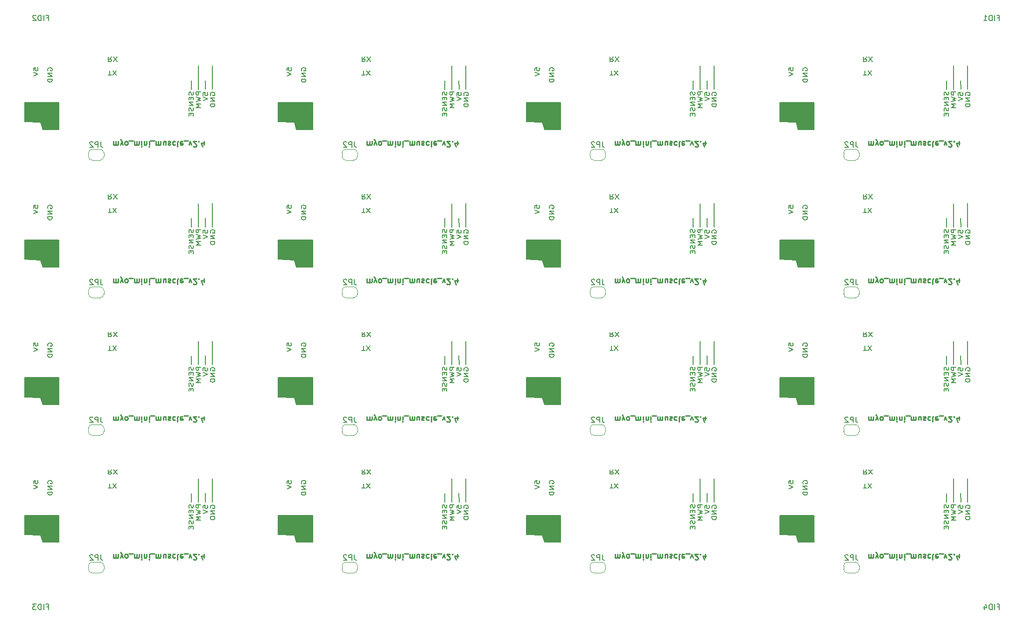
<source format=gbr>
G04 #@! TF.GenerationSoftware,KiCad,Pcbnew,5.1.5-52549c5~84~ubuntu18.04.1*
G04 #@! TF.CreationDate,2020-03-17T11:23:48+01:00*
G04 #@! TF.ProjectId,output.m3_panel,6f757470-7574-42e6-9d33-5f70616e656c,rev?*
G04 #@! TF.SameCoordinates,Original*
G04 #@! TF.FileFunction,Legend,Bot*
G04 #@! TF.FilePolarity,Positive*
%FSLAX46Y46*%
G04 Gerber Fmt 4.6, Leading zero omitted, Abs format (unit mm)*
G04 Created by KiCad (PCBNEW 5.1.5-52549c5~84~ubuntu18.04.1) date 2020-03-17 11:23:48*
%MOMM*%
%LPD*%
G04 APERTURE LIST*
%ADD10C,0.200000*%
%ADD11C,0.250000*%
%ADD12C,0.150000*%
%ADD13C,0.120000*%
G04 APERTURE END LIST*
D10*
X139161904Y-52009523D02*
X139161904Y-51533333D01*
X139542857Y-51485714D01*
X139504761Y-51533333D01*
X139466666Y-51628571D01*
X139466666Y-51866666D01*
X139504761Y-51961904D01*
X139542857Y-52009523D01*
X139619047Y-52057142D01*
X139809523Y-52057142D01*
X139885714Y-52009523D01*
X139923809Y-51961904D01*
X139961904Y-51866666D01*
X139961904Y-51628571D01*
X139923809Y-51533333D01*
X139885714Y-51485714D01*
X139161904Y-52342857D02*
X139961904Y-52676190D01*
X139161904Y-53009523D01*
X141800000Y-52038095D02*
X141761904Y-51942857D01*
X141761904Y-51800000D01*
X141800000Y-51657142D01*
X141876190Y-51561904D01*
X141952380Y-51514285D01*
X142104761Y-51466666D01*
X142219047Y-51466666D01*
X142371428Y-51514285D01*
X142447619Y-51561904D01*
X142523809Y-51657142D01*
X142561904Y-51800000D01*
X142561904Y-51895238D01*
X142523809Y-52038095D01*
X142485714Y-52085714D01*
X142219047Y-52085714D01*
X142219047Y-51895238D01*
X142561904Y-52514285D02*
X141761904Y-52514285D01*
X142561904Y-53085714D01*
X141761904Y-53085714D01*
X142561904Y-53561904D02*
X141761904Y-53561904D01*
X141761904Y-53800000D01*
X141800000Y-53942857D01*
X141876190Y-54038095D01*
X141952380Y-54085714D01*
X142104761Y-54133333D01*
X142219047Y-54133333D01*
X142371428Y-54085714D01*
X142447619Y-54038095D01*
X142523809Y-53942857D01*
X142561904Y-53800000D01*
X142561904Y-53561904D01*
D11*
X153685714Y-64847619D02*
X153685714Y-65514285D01*
X153685714Y-65419047D02*
X153733333Y-65466666D01*
X153828571Y-65514285D01*
X153971428Y-65514285D01*
X154066666Y-65466666D01*
X154114285Y-65371428D01*
X154114285Y-64847619D01*
X154114285Y-65371428D02*
X154161904Y-65466666D01*
X154257142Y-65514285D01*
X154400000Y-65514285D01*
X154495238Y-65466666D01*
X154542857Y-65371428D01*
X154542857Y-64847619D01*
X154923809Y-65514285D02*
X155161904Y-64847619D01*
X155400000Y-65514285D02*
X155161904Y-64847619D01*
X155066666Y-64609523D01*
X155019047Y-64561904D01*
X154923809Y-64514285D01*
X155923809Y-64847619D02*
X155828571Y-64895238D01*
X155780952Y-64942857D01*
X155733333Y-65038095D01*
X155733333Y-65323809D01*
X155780952Y-65419047D01*
X155828571Y-65466666D01*
X155923809Y-65514285D01*
X156066666Y-65514285D01*
X156161904Y-65466666D01*
X156209523Y-65419047D01*
X156257142Y-65323809D01*
X156257142Y-65038095D01*
X156209523Y-64942857D01*
X156161904Y-64895238D01*
X156066666Y-64847619D01*
X155923809Y-64847619D01*
X156447619Y-64752380D02*
X157209523Y-64752380D01*
X157447619Y-64847619D02*
X157447619Y-65514285D01*
X157447619Y-65419047D02*
X157495238Y-65466666D01*
X157590476Y-65514285D01*
X157733333Y-65514285D01*
X157828571Y-65466666D01*
X157876190Y-65371428D01*
X157876190Y-64847619D01*
X157876190Y-65371428D02*
X157923809Y-65466666D01*
X158019047Y-65514285D01*
X158161904Y-65514285D01*
X158257142Y-65466666D01*
X158304761Y-65371428D01*
X158304761Y-64847619D01*
X158780952Y-64847619D02*
X158780952Y-65514285D01*
X158780952Y-65847619D02*
X158733333Y-65800000D01*
X158780952Y-65752380D01*
X158828571Y-65800000D01*
X158780952Y-65847619D01*
X158780952Y-65752380D01*
X159257142Y-65514285D02*
X159257142Y-64847619D01*
X159257142Y-65419047D02*
X159304761Y-65466666D01*
X159400000Y-65514285D01*
X159542857Y-65514285D01*
X159638095Y-65466666D01*
X159685714Y-65371428D01*
X159685714Y-64847619D01*
X160161904Y-64847619D02*
X160161904Y-65514285D01*
X160161904Y-65847619D02*
X160114285Y-65800000D01*
X160161904Y-65752380D01*
X160209523Y-65800000D01*
X160161904Y-65847619D01*
X160161904Y-65752380D01*
X160400000Y-64752380D02*
X161161904Y-64752380D01*
X161400000Y-64847619D02*
X161400000Y-65514285D01*
X161400000Y-65419047D02*
X161447619Y-65466666D01*
X161542857Y-65514285D01*
X161685714Y-65514285D01*
X161780952Y-65466666D01*
X161828571Y-65371428D01*
X161828571Y-64847619D01*
X161828571Y-65371428D02*
X161876190Y-65466666D01*
X161971428Y-65514285D01*
X162114285Y-65514285D01*
X162209523Y-65466666D01*
X162257142Y-65371428D01*
X162257142Y-64847619D01*
X163161904Y-65514285D02*
X163161904Y-64847619D01*
X162733333Y-65514285D02*
X162733333Y-64990476D01*
X162780952Y-64895238D01*
X162876190Y-64847619D01*
X163019047Y-64847619D01*
X163114285Y-64895238D01*
X163161904Y-64942857D01*
X163590476Y-64895238D02*
X163685714Y-64847619D01*
X163876190Y-64847619D01*
X163971428Y-64895238D01*
X164019047Y-64990476D01*
X164019047Y-65038095D01*
X163971428Y-65133333D01*
X163876190Y-65180952D01*
X163733333Y-65180952D01*
X163638095Y-65228571D01*
X163590476Y-65323809D01*
X163590476Y-65371428D01*
X163638095Y-65466666D01*
X163733333Y-65514285D01*
X163876190Y-65514285D01*
X163971428Y-65466666D01*
X164876190Y-64895238D02*
X164780952Y-64847619D01*
X164590476Y-64847619D01*
X164495238Y-64895238D01*
X164447619Y-64942857D01*
X164400000Y-65038095D01*
X164400000Y-65323809D01*
X164447619Y-65419047D01*
X164495238Y-65466666D01*
X164590476Y-65514285D01*
X164780952Y-65514285D01*
X164876190Y-65466666D01*
X165447619Y-64847619D02*
X165352380Y-64895238D01*
X165304761Y-64990476D01*
X165304761Y-65847619D01*
X166209523Y-64895238D02*
X166114285Y-64847619D01*
X165923809Y-64847619D01*
X165828571Y-64895238D01*
X165780952Y-64990476D01*
X165780952Y-65371428D01*
X165828571Y-65466666D01*
X165923809Y-65514285D01*
X166114285Y-65514285D01*
X166209523Y-65466666D01*
X166257142Y-65371428D01*
X166257142Y-65276190D01*
X165780952Y-65180952D01*
X166447619Y-64752380D02*
X167209523Y-64752380D01*
X167352380Y-65514285D02*
X167590476Y-64847619D01*
X167828571Y-65514285D01*
X168161904Y-65752380D02*
X168209523Y-65800000D01*
X168304761Y-65847619D01*
X168542857Y-65847619D01*
X168638095Y-65800000D01*
X168685714Y-65752380D01*
X168733333Y-65657142D01*
X168733333Y-65561904D01*
X168685714Y-65419047D01*
X168114285Y-64847619D01*
X168733333Y-64847619D01*
X169161904Y-64942857D02*
X169209523Y-64895238D01*
X169161904Y-64847619D01*
X169114285Y-64895238D01*
X169161904Y-64942857D01*
X169161904Y-64847619D01*
X170066666Y-65514285D02*
X170066666Y-64847619D01*
X169828571Y-65895238D02*
X169590476Y-65180952D01*
X170209523Y-65180952D01*
D10*
X170360000Y-53810000D02*
X170390000Y-55390000D01*
X171640000Y-51140000D02*
X171640000Y-55390000D01*
X171290000Y-56518095D02*
X171251904Y-56422857D01*
X171251904Y-56280000D01*
X171290000Y-56137142D01*
X171366190Y-56041904D01*
X171442380Y-55994285D01*
X171594761Y-55946666D01*
X171709047Y-55946666D01*
X171861428Y-55994285D01*
X171937619Y-56041904D01*
X172013809Y-56137142D01*
X172051904Y-56280000D01*
X172051904Y-56375238D01*
X172013809Y-56518095D01*
X171975714Y-56565714D01*
X171709047Y-56565714D01*
X171709047Y-56375238D01*
X172051904Y-56994285D02*
X171251904Y-56994285D01*
X172051904Y-57565714D01*
X171251904Y-57565714D01*
X172051904Y-58041904D02*
X171251904Y-58041904D01*
X171251904Y-58280000D01*
X171290000Y-58422857D01*
X171366190Y-58518095D01*
X171442380Y-58565714D01*
X171594761Y-58613333D01*
X171709047Y-58613333D01*
X171861428Y-58565714D01*
X171937619Y-58518095D01*
X172013809Y-58422857D01*
X172051904Y-58280000D01*
X172051904Y-58041904D01*
X169951904Y-56509523D02*
X169951904Y-56033333D01*
X170332857Y-55985714D01*
X170294761Y-56033333D01*
X170256666Y-56128571D01*
X170256666Y-56366666D01*
X170294761Y-56461904D01*
X170332857Y-56509523D01*
X170409047Y-56557142D01*
X170599523Y-56557142D01*
X170675714Y-56509523D01*
X170713809Y-56461904D01*
X170751904Y-56366666D01*
X170751904Y-56128571D01*
X170713809Y-56033333D01*
X170675714Y-55985714D01*
X169951904Y-56842857D02*
X170751904Y-57176190D01*
X169951904Y-57509523D01*
X169080000Y-51170000D02*
X169080000Y-55420000D01*
X168123809Y-55869523D02*
X168161904Y-56012380D01*
X168161904Y-56250476D01*
X168123809Y-56345714D01*
X168085714Y-56393333D01*
X168009523Y-56440952D01*
X167933333Y-56440952D01*
X167857142Y-56393333D01*
X167819047Y-56345714D01*
X167780952Y-56250476D01*
X167742857Y-56060000D01*
X167704761Y-55964761D01*
X167666666Y-55917142D01*
X167590476Y-55869523D01*
X167514285Y-55869523D01*
X167438095Y-55917142D01*
X167400000Y-55964761D01*
X167361904Y-56060000D01*
X167361904Y-56298095D01*
X167400000Y-56440952D01*
X167742857Y-56869523D02*
X167742857Y-57202857D01*
X168161904Y-57345714D02*
X168161904Y-56869523D01*
X167361904Y-56869523D01*
X167361904Y-57345714D01*
X168161904Y-57774285D02*
X167361904Y-57774285D01*
X168161904Y-58345714D01*
X167361904Y-58345714D01*
X168123809Y-58774285D02*
X168161904Y-58917142D01*
X168161904Y-59155238D01*
X168123809Y-59250476D01*
X168085714Y-59298095D01*
X168009523Y-59345714D01*
X167933333Y-59345714D01*
X167857142Y-59298095D01*
X167819047Y-59250476D01*
X167780952Y-59155238D01*
X167742857Y-58964761D01*
X167704761Y-58869523D01*
X167666666Y-58821904D01*
X167590476Y-58774285D01*
X167514285Y-58774285D01*
X167438095Y-58821904D01*
X167400000Y-58869523D01*
X167361904Y-58964761D01*
X167361904Y-59202857D01*
X167400000Y-59345714D01*
X167742857Y-59774285D02*
X167742857Y-60107619D01*
X168161904Y-60250476D02*
X168161904Y-59774285D01*
X167361904Y-59774285D01*
X167361904Y-60250476D01*
X169491904Y-55905238D02*
X168691904Y-55905238D01*
X168691904Y-56286190D01*
X168730000Y-56381428D01*
X168768095Y-56429047D01*
X168844285Y-56476666D01*
X168958571Y-56476666D01*
X169034761Y-56429047D01*
X169072857Y-56381428D01*
X169110952Y-56286190D01*
X169110952Y-55905238D01*
X168691904Y-56810000D02*
X169491904Y-57048095D01*
X168920476Y-57238571D01*
X169491904Y-57429047D01*
X168691904Y-57667142D01*
X169491904Y-58048095D02*
X168691904Y-58048095D01*
X169263333Y-58381428D01*
X168691904Y-58714761D01*
X169491904Y-58714761D01*
X167800000Y-53840000D02*
X167830000Y-55420000D01*
D12*
G36*
X143800000Y-62700000D02*
G01*
X140900000Y-62700000D01*
X140500000Y-61400000D01*
X137600000Y-61300000D01*
X137600000Y-57800000D01*
X143800000Y-57800000D01*
X143800000Y-62700000D01*
G37*
X143800000Y-62700000D02*
X140900000Y-62700000D01*
X140500000Y-61400000D01*
X137600000Y-61300000D01*
X137600000Y-57800000D01*
X143800000Y-57800000D01*
X143800000Y-62700000D01*
D10*
X152738095Y-52838095D02*
X153309523Y-52838095D01*
X153023809Y-52038095D02*
X153023809Y-52838095D01*
X153547619Y-52838095D02*
X154214285Y-52038095D01*
X154214285Y-52838095D02*
X153547619Y-52038095D01*
X153333333Y-49538095D02*
X153000000Y-49919047D01*
X152761904Y-49538095D02*
X152761904Y-50338095D01*
X153142857Y-50338095D01*
X153238095Y-50300000D01*
X153285714Y-50261904D01*
X153333333Y-50185714D01*
X153333333Y-50071428D01*
X153285714Y-49995238D01*
X153238095Y-49957142D01*
X153142857Y-49919047D01*
X152761904Y-49919047D01*
X153666666Y-50338095D02*
X154333333Y-49538095D01*
X154333333Y-50338095D02*
X153666666Y-49538095D01*
D12*
G36*
X189800000Y-62700000D02*
G01*
X186900000Y-62700000D01*
X186500000Y-61400000D01*
X183600000Y-61300000D01*
X183600000Y-57800000D01*
X189800000Y-57800000D01*
X189800000Y-62700000D01*
G37*
X189800000Y-62700000D02*
X186900000Y-62700000D01*
X186500000Y-61400000D01*
X183600000Y-61300000D01*
X183600000Y-57800000D01*
X189800000Y-57800000D01*
X189800000Y-62700000D01*
G36*
X143800000Y-87700000D02*
G01*
X140900000Y-87700000D01*
X140500000Y-86400000D01*
X137600000Y-86300000D01*
X137600000Y-82800000D01*
X143800000Y-82800000D01*
X143800000Y-87700000D01*
G37*
X143800000Y-87700000D02*
X140900000Y-87700000D01*
X140500000Y-86400000D01*
X137600000Y-86300000D01*
X137600000Y-82800000D01*
X143800000Y-82800000D01*
X143800000Y-87700000D01*
G36*
X189800000Y-87700000D02*
G01*
X186900000Y-87700000D01*
X186500000Y-86400000D01*
X183600000Y-86300000D01*
X183600000Y-82800000D01*
X189800000Y-82800000D01*
X189800000Y-87700000D01*
G37*
X189800000Y-87700000D02*
X186900000Y-87700000D01*
X186500000Y-86400000D01*
X183600000Y-86300000D01*
X183600000Y-82800000D01*
X189800000Y-82800000D01*
X189800000Y-87700000D01*
G36*
X143800000Y-112700000D02*
G01*
X140900000Y-112700000D01*
X140500000Y-111400000D01*
X137600000Y-111300000D01*
X137600000Y-107800000D01*
X143800000Y-107800000D01*
X143800000Y-112700000D01*
G37*
X143800000Y-112700000D02*
X140900000Y-112700000D01*
X140500000Y-111400000D01*
X137600000Y-111300000D01*
X137600000Y-107800000D01*
X143800000Y-107800000D01*
X143800000Y-112700000D01*
G36*
X189800000Y-112700000D02*
G01*
X186900000Y-112700000D01*
X186500000Y-111400000D01*
X183600000Y-111300000D01*
X183600000Y-107800000D01*
X189800000Y-107800000D01*
X189800000Y-112700000D01*
G37*
X189800000Y-112700000D02*
X186900000Y-112700000D01*
X186500000Y-111400000D01*
X183600000Y-111300000D01*
X183600000Y-107800000D01*
X189800000Y-107800000D01*
X189800000Y-112700000D01*
G36*
X143800000Y-137700000D02*
G01*
X140900000Y-137700000D01*
X140500000Y-136400000D01*
X137600000Y-136300000D01*
X137600000Y-132800000D01*
X143800000Y-132800000D01*
X143800000Y-137700000D01*
G37*
X143800000Y-137700000D02*
X140900000Y-137700000D01*
X140500000Y-136400000D01*
X137600000Y-136300000D01*
X137600000Y-132800000D01*
X143800000Y-132800000D01*
X143800000Y-137700000D01*
G36*
X189800000Y-137700000D02*
G01*
X186900000Y-137700000D01*
X186500000Y-136400000D01*
X183600000Y-136300000D01*
X183600000Y-132800000D01*
X189800000Y-132800000D01*
X189800000Y-137700000D01*
G37*
X189800000Y-137700000D02*
X186900000Y-137700000D01*
X186500000Y-136400000D01*
X183600000Y-136300000D01*
X183600000Y-132800000D01*
X189800000Y-132800000D01*
X189800000Y-137700000D01*
D10*
X199333333Y-49538095D02*
X199000000Y-49919047D01*
X198761904Y-49538095D02*
X198761904Y-50338095D01*
X199142857Y-50338095D01*
X199238095Y-50300000D01*
X199285714Y-50261904D01*
X199333333Y-50185714D01*
X199333333Y-50071428D01*
X199285714Y-49995238D01*
X199238095Y-49957142D01*
X199142857Y-49919047D01*
X198761904Y-49919047D01*
X199666666Y-50338095D02*
X200333333Y-49538095D01*
X200333333Y-50338095D02*
X199666666Y-49538095D01*
X153333333Y-74538095D02*
X153000000Y-74919047D01*
X152761904Y-74538095D02*
X152761904Y-75338095D01*
X153142857Y-75338095D01*
X153238095Y-75300000D01*
X153285714Y-75261904D01*
X153333333Y-75185714D01*
X153333333Y-75071428D01*
X153285714Y-74995238D01*
X153238095Y-74957142D01*
X153142857Y-74919047D01*
X152761904Y-74919047D01*
X153666666Y-75338095D02*
X154333333Y-74538095D01*
X154333333Y-75338095D02*
X153666666Y-74538095D01*
X199333333Y-74538095D02*
X199000000Y-74919047D01*
X198761904Y-74538095D02*
X198761904Y-75338095D01*
X199142857Y-75338095D01*
X199238095Y-75300000D01*
X199285714Y-75261904D01*
X199333333Y-75185714D01*
X199333333Y-75071428D01*
X199285714Y-74995238D01*
X199238095Y-74957142D01*
X199142857Y-74919047D01*
X198761904Y-74919047D01*
X199666666Y-75338095D02*
X200333333Y-74538095D01*
X200333333Y-75338095D02*
X199666666Y-74538095D01*
X153333333Y-99538095D02*
X153000000Y-99919047D01*
X152761904Y-99538095D02*
X152761904Y-100338095D01*
X153142857Y-100338095D01*
X153238095Y-100300000D01*
X153285714Y-100261904D01*
X153333333Y-100185714D01*
X153333333Y-100071428D01*
X153285714Y-99995238D01*
X153238095Y-99957142D01*
X153142857Y-99919047D01*
X152761904Y-99919047D01*
X153666666Y-100338095D02*
X154333333Y-99538095D01*
X154333333Y-100338095D02*
X153666666Y-99538095D01*
X199333333Y-99538095D02*
X199000000Y-99919047D01*
X198761904Y-99538095D02*
X198761904Y-100338095D01*
X199142857Y-100338095D01*
X199238095Y-100300000D01*
X199285714Y-100261904D01*
X199333333Y-100185714D01*
X199333333Y-100071428D01*
X199285714Y-99995238D01*
X199238095Y-99957142D01*
X199142857Y-99919047D01*
X198761904Y-99919047D01*
X199666666Y-100338095D02*
X200333333Y-99538095D01*
X200333333Y-100338095D02*
X199666666Y-99538095D01*
X153333333Y-124538095D02*
X153000000Y-124919047D01*
X152761904Y-124538095D02*
X152761904Y-125338095D01*
X153142857Y-125338095D01*
X153238095Y-125300000D01*
X153285714Y-125261904D01*
X153333333Y-125185714D01*
X153333333Y-125071428D01*
X153285714Y-124995238D01*
X153238095Y-124957142D01*
X153142857Y-124919047D01*
X152761904Y-124919047D01*
X153666666Y-125338095D02*
X154333333Y-124538095D01*
X154333333Y-125338095D02*
X153666666Y-124538095D01*
X199333333Y-124538095D02*
X199000000Y-124919047D01*
X198761904Y-124538095D02*
X198761904Y-125338095D01*
X199142857Y-125338095D01*
X199238095Y-125300000D01*
X199285714Y-125261904D01*
X199333333Y-125185714D01*
X199333333Y-125071428D01*
X199285714Y-124995238D01*
X199238095Y-124957142D01*
X199142857Y-124919047D01*
X198761904Y-124919047D01*
X199666666Y-125338095D02*
X200333333Y-124538095D01*
X200333333Y-125338095D02*
X199666666Y-124538095D01*
X198738095Y-52838095D02*
X199309523Y-52838095D01*
X199023809Y-52038095D02*
X199023809Y-52838095D01*
X199547619Y-52838095D02*
X200214285Y-52038095D01*
X200214285Y-52838095D02*
X199547619Y-52038095D01*
X152738095Y-77838095D02*
X153309523Y-77838095D01*
X153023809Y-77038095D02*
X153023809Y-77838095D01*
X153547619Y-77838095D02*
X154214285Y-77038095D01*
X154214285Y-77838095D02*
X153547619Y-77038095D01*
X198738095Y-77838095D02*
X199309523Y-77838095D01*
X199023809Y-77038095D02*
X199023809Y-77838095D01*
X199547619Y-77838095D02*
X200214285Y-77038095D01*
X200214285Y-77838095D02*
X199547619Y-77038095D01*
X152738095Y-102838095D02*
X153309523Y-102838095D01*
X153023809Y-102038095D02*
X153023809Y-102838095D01*
X153547619Y-102838095D02*
X154214285Y-102038095D01*
X154214285Y-102838095D02*
X153547619Y-102038095D01*
X198738095Y-102838095D02*
X199309523Y-102838095D01*
X199023809Y-102038095D02*
X199023809Y-102838095D01*
X199547619Y-102838095D02*
X200214285Y-102038095D01*
X200214285Y-102838095D02*
X199547619Y-102038095D01*
X152738095Y-127838095D02*
X153309523Y-127838095D01*
X153023809Y-127038095D02*
X153023809Y-127838095D01*
X153547619Y-127838095D02*
X154214285Y-127038095D01*
X154214285Y-127838095D02*
X153547619Y-127038095D01*
X198738095Y-127838095D02*
X199309523Y-127838095D01*
X199023809Y-127038095D02*
X199023809Y-127838095D01*
X199547619Y-127838095D02*
X200214285Y-127038095D01*
X200214285Y-127838095D02*
X199547619Y-127038095D01*
X215491904Y-55905238D02*
X214691904Y-55905238D01*
X214691904Y-56286190D01*
X214730000Y-56381428D01*
X214768095Y-56429047D01*
X214844285Y-56476666D01*
X214958571Y-56476666D01*
X215034761Y-56429047D01*
X215072857Y-56381428D01*
X215110952Y-56286190D01*
X215110952Y-55905238D01*
X214691904Y-56810000D02*
X215491904Y-57048095D01*
X214920476Y-57238571D01*
X215491904Y-57429047D01*
X214691904Y-57667142D01*
X215491904Y-58048095D02*
X214691904Y-58048095D01*
X215263333Y-58381428D01*
X214691904Y-58714761D01*
X215491904Y-58714761D01*
X169491904Y-80905238D02*
X168691904Y-80905238D01*
X168691904Y-81286190D01*
X168730000Y-81381428D01*
X168768095Y-81429047D01*
X168844285Y-81476666D01*
X168958571Y-81476666D01*
X169034761Y-81429047D01*
X169072857Y-81381428D01*
X169110952Y-81286190D01*
X169110952Y-80905238D01*
X168691904Y-81810000D02*
X169491904Y-82048095D01*
X168920476Y-82238571D01*
X169491904Y-82429047D01*
X168691904Y-82667142D01*
X169491904Y-83048095D02*
X168691904Y-83048095D01*
X169263333Y-83381428D01*
X168691904Y-83714761D01*
X169491904Y-83714761D01*
X215491904Y-80905238D02*
X214691904Y-80905238D01*
X214691904Y-81286190D01*
X214730000Y-81381428D01*
X214768095Y-81429047D01*
X214844285Y-81476666D01*
X214958571Y-81476666D01*
X215034761Y-81429047D01*
X215072857Y-81381428D01*
X215110952Y-81286190D01*
X215110952Y-80905238D01*
X214691904Y-81810000D02*
X215491904Y-82048095D01*
X214920476Y-82238571D01*
X215491904Y-82429047D01*
X214691904Y-82667142D01*
X215491904Y-83048095D02*
X214691904Y-83048095D01*
X215263333Y-83381428D01*
X214691904Y-83714761D01*
X215491904Y-83714761D01*
X169491904Y-105905238D02*
X168691904Y-105905238D01*
X168691904Y-106286190D01*
X168730000Y-106381428D01*
X168768095Y-106429047D01*
X168844285Y-106476666D01*
X168958571Y-106476666D01*
X169034761Y-106429047D01*
X169072857Y-106381428D01*
X169110952Y-106286190D01*
X169110952Y-105905238D01*
X168691904Y-106810000D02*
X169491904Y-107048095D01*
X168920476Y-107238571D01*
X169491904Y-107429047D01*
X168691904Y-107667142D01*
X169491904Y-108048095D02*
X168691904Y-108048095D01*
X169263333Y-108381428D01*
X168691904Y-108714761D01*
X169491904Y-108714761D01*
X215491904Y-105905238D02*
X214691904Y-105905238D01*
X214691904Y-106286190D01*
X214730000Y-106381428D01*
X214768095Y-106429047D01*
X214844285Y-106476666D01*
X214958571Y-106476666D01*
X215034761Y-106429047D01*
X215072857Y-106381428D01*
X215110952Y-106286190D01*
X215110952Y-105905238D01*
X214691904Y-106810000D02*
X215491904Y-107048095D01*
X214920476Y-107238571D01*
X215491904Y-107429047D01*
X214691904Y-107667142D01*
X215491904Y-108048095D02*
X214691904Y-108048095D01*
X215263333Y-108381428D01*
X214691904Y-108714761D01*
X215491904Y-108714761D01*
X169491904Y-130905238D02*
X168691904Y-130905238D01*
X168691904Y-131286190D01*
X168730000Y-131381428D01*
X168768095Y-131429047D01*
X168844285Y-131476666D01*
X168958571Y-131476666D01*
X169034761Y-131429047D01*
X169072857Y-131381428D01*
X169110952Y-131286190D01*
X169110952Y-130905238D01*
X168691904Y-131810000D02*
X169491904Y-132048095D01*
X168920476Y-132238571D01*
X169491904Y-132429047D01*
X168691904Y-132667142D01*
X169491904Y-133048095D02*
X168691904Y-133048095D01*
X169263333Y-133381428D01*
X168691904Y-133714761D01*
X169491904Y-133714761D01*
X215491904Y-130905238D02*
X214691904Y-130905238D01*
X214691904Y-131286190D01*
X214730000Y-131381428D01*
X214768095Y-131429047D01*
X214844285Y-131476666D01*
X214958571Y-131476666D01*
X215034761Y-131429047D01*
X215072857Y-131381428D01*
X215110952Y-131286190D01*
X215110952Y-130905238D01*
X214691904Y-131810000D02*
X215491904Y-132048095D01*
X214920476Y-132238571D01*
X215491904Y-132429047D01*
X214691904Y-132667142D01*
X215491904Y-133048095D02*
X214691904Y-133048095D01*
X215263333Y-133381428D01*
X214691904Y-133714761D01*
X215491904Y-133714761D01*
X213800000Y-53840000D02*
X213830000Y-55420000D01*
X167800000Y-78840000D02*
X167830000Y-80420000D01*
X213800000Y-78840000D02*
X213830000Y-80420000D01*
X167800000Y-103840000D02*
X167830000Y-105420000D01*
X213800000Y-103840000D02*
X213830000Y-105420000D01*
X167800000Y-128840000D02*
X167830000Y-130420000D01*
X213800000Y-128840000D02*
X213830000Y-130420000D01*
X215951904Y-56509523D02*
X215951904Y-56033333D01*
X216332857Y-55985714D01*
X216294761Y-56033333D01*
X216256666Y-56128571D01*
X216256666Y-56366666D01*
X216294761Y-56461904D01*
X216332857Y-56509523D01*
X216409047Y-56557142D01*
X216599523Y-56557142D01*
X216675714Y-56509523D01*
X216713809Y-56461904D01*
X216751904Y-56366666D01*
X216751904Y-56128571D01*
X216713809Y-56033333D01*
X216675714Y-55985714D01*
X215951904Y-56842857D02*
X216751904Y-57176190D01*
X215951904Y-57509523D01*
X169951904Y-81509523D02*
X169951904Y-81033333D01*
X170332857Y-80985714D01*
X170294761Y-81033333D01*
X170256666Y-81128571D01*
X170256666Y-81366666D01*
X170294761Y-81461904D01*
X170332857Y-81509523D01*
X170409047Y-81557142D01*
X170599523Y-81557142D01*
X170675714Y-81509523D01*
X170713809Y-81461904D01*
X170751904Y-81366666D01*
X170751904Y-81128571D01*
X170713809Y-81033333D01*
X170675714Y-80985714D01*
X169951904Y-81842857D02*
X170751904Y-82176190D01*
X169951904Y-82509523D01*
X215951904Y-81509523D02*
X215951904Y-81033333D01*
X216332857Y-80985714D01*
X216294761Y-81033333D01*
X216256666Y-81128571D01*
X216256666Y-81366666D01*
X216294761Y-81461904D01*
X216332857Y-81509523D01*
X216409047Y-81557142D01*
X216599523Y-81557142D01*
X216675714Y-81509523D01*
X216713809Y-81461904D01*
X216751904Y-81366666D01*
X216751904Y-81128571D01*
X216713809Y-81033333D01*
X216675714Y-80985714D01*
X215951904Y-81842857D02*
X216751904Y-82176190D01*
X215951904Y-82509523D01*
X169951904Y-106509523D02*
X169951904Y-106033333D01*
X170332857Y-105985714D01*
X170294761Y-106033333D01*
X170256666Y-106128571D01*
X170256666Y-106366666D01*
X170294761Y-106461904D01*
X170332857Y-106509523D01*
X170409047Y-106557142D01*
X170599523Y-106557142D01*
X170675714Y-106509523D01*
X170713809Y-106461904D01*
X170751904Y-106366666D01*
X170751904Y-106128571D01*
X170713809Y-106033333D01*
X170675714Y-105985714D01*
X169951904Y-106842857D02*
X170751904Y-107176190D01*
X169951904Y-107509523D01*
X215951904Y-106509523D02*
X215951904Y-106033333D01*
X216332857Y-105985714D01*
X216294761Y-106033333D01*
X216256666Y-106128571D01*
X216256666Y-106366666D01*
X216294761Y-106461904D01*
X216332857Y-106509523D01*
X216409047Y-106557142D01*
X216599523Y-106557142D01*
X216675714Y-106509523D01*
X216713809Y-106461904D01*
X216751904Y-106366666D01*
X216751904Y-106128571D01*
X216713809Y-106033333D01*
X216675714Y-105985714D01*
X215951904Y-106842857D02*
X216751904Y-107176190D01*
X215951904Y-107509523D01*
X169951904Y-131509523D02*
X169951904Y-131033333D01*
X170332857Y-130985714D01*
X170294761Y-131033333D01*
X170256666Y-131128571D01*
X170256666Y-131366666D01*
X170294761Y-131461904D01*
X170332857Y-131509523D01*
X170409047Y-131557142D01*
X170599523Y-131557142D01*
X170675714Y-131509523D01*
X170713809Y-131461904D01*
X170751904Y-131366666D01*
X170751904Y-131128571D01*
X170713809Y-131033333D01*
X170675714Y-130985714D01*
X169951904Y-131842857D02*
X170751904Y-132176190D01*
X169951904Y-132509523D01*
X215951904Y-131509523D02*
X215951904Y-131033333D01*
X216332857Y-130985714D01*
X216294761Y-131033333D01*
X216256666Y-131128571D01*
X216256666Y-131366666D01*
X216294761Y-131461904D01*
X216332857Y-131509523D01*
X216409047Y-131557142D01*
X216599523Y-131557142D01*
X216675714Y-131509523D01*
X216713809Y-131461904D01*
X216751904Y-131366666D01*
X216751904Y-131128571D01*
X216713809Y-131033333D01*
X216675714Y-130985714D01*
X215951904Y-131842857D02*
X216751904Y-132176190D01*
X215951904Y-132509523D01*
X185161904Y-52009523D02*
X185161904Y-51533333D01*
X185542857Y-51485714D01*
X185504761Y-51533333D01*
X185466666Y-51628571D01*
X185466666Y-51866666D01*
X185504761Y-51961904D01*
X185542857Y-52009523D01*
X185619047Y-52057142D01*
X185809523Y-52057142D01*
X185885714Y-52009523D01*
X185923809Y-51961904D01*
X185961904Y-51866666D01*
X185961904Y-51628571D01*
X185923809Y-51533333D01*
X185885714Y-51485714D01*
X185161904Y-52342857D02*
X185961904Y-52676190D01*
X185161904Y-53009523D01*
X139161904Y-77009523D02*
X139161904Y-76533333D01*
X139542857Y-76485714D01*
X139504761Y-76533333D01*
X139466666Y-76628571D01*
X139466666Y-76866666D01*
X139504761Y-76961904D01*
X139542857Y-77009523D01*
X139619047Y-77057142D01*
X139809523Y-77057142D01*
X139885714Y-77009523D01*
X139923809Y-76961904D01*
X139961904Y-76866666D01*
X139961904Y-76628571D01*
X139923809Y-76533333D01*
X139885714Y-76485714D01*
X139161904Y-77342857D02*
X139961904Y-77676190D01*
X139161904Y-78009523D01*
X185161904Y-77009523D02*
X185161904Y-76533333D01*
X185542857Y-76485714D01*
X185504761Y-76533333D01*
X185466666Y-76628571D01*
X185466666Y-76866666D01*
X185504761Y-76961904D01*
X185542857Y-77009523D01*
X185619047Y-77057142D01*
X185809523Y-77057142D01*
X185885714Y-77009523D01*
X185923809Y-76961904D01*
X185961904Y-76866666D01*
X185961904Y-76628571D01*
X185923809Y-76533333D01*
X185885714Y-76485714D01*
X185161904Y-77342857D02*
X185961904Y-77676190D01*
X185161904Y-78009523D01*
X139161904Y-102009523D02*
X139161904Y-101533333D01*
X139542857Y-101485714D01*
X139504761Y-101533333D01*
X139466666Y-101628571D01*
X139466666Y-101866666D01*
X139504761Y-101961904D01*
X139542857Y-102009523D01*
X139619047Y-102057142D01*
X139809523Y-102057142D01*
X139885714Y-102009523D01*
X139923809Y-101961904D01*
X139961904Y-101866666D01*
X139961904Y-101628571D01*
X139923809Y-101533333D01*
X139885714Y-101485714D01*
X139161904Y-102342857D02*
X139961904Y-102676190D01*
X139161904Y-103009523D01*
X185161904Y-102009523D02*
X185161904Y-101533333D01*
X185542857Y-101485714D01*
X185504761Y-101533333D01*
X185466666Y-101628571D01*
X185466666Y-101866666D01*
X185504761Y-101961904D01*
X185542857Y-102009523D01*
X185619047Y-102057142D01*
X185809523Y-102057142D01*
X185885714Y-102009523D01*
X185923809Y-101961904D01*
X185961904Y-101866666D01*
X185961904Y-101628571D01*
X185923809Y-101533333D01*
X185885714Y-101485714D01*
X185161904Y-102342857D02*
X185961904Y-102676190D01*
X185161904Y-103009523D01*
X139161904Y-127009523D02*
X139161904Y-126533333D01*
X139542857Y-126485714D01*
X139504761Y-126533333D01*
X139466666Y-126628571D01*
X139466666Y-126866666D01*
X139504761Y-126961904D01*
X139542857Y-127009523D01*
X139619047Y-127057142D01*
X139809523Y-127057142D01*
X139885714Y-127009523D01*
X139923809Y-126961904D01*
X139961904Y-126866666D01*
X139961904Y-126628571D01*
X139923809Y-126533333D01*
X139885714Y-126485714D01*
X139161904Y-127342857D02*
X139961904Y-127676190D01*
X139161904Y-128009523D01*
X185161904Y-127009523D02*
X185161904Y-126533333D01*
X185542857Y-126485714D01*
X185504761Y-126533333D01*
X185466666Y-126628571D01*
X185466666Y-126866666D01*
X185504761Y-126961904D01*
X185542857Y-127009523D01*
X185619047Y-127057142D01*
X185809523Y-127057142D01*
X185885714Y-127009523D01*
X185923809Y-126961904D01*
X185961904Y-126866666D01*
X185961904Y-126628571D01*
X185923809Y-126533333D01*
X185885714Y-126485714D01*
X185161904Y-127342857D02*
X185961904Y-127676190D01*
X185161904Y-128009523D01*
X215080000Y-51170000D02*
X215080000Y-55420000D01*
X169080000Y-76170000D02*
X169080000Y-80420000D01*
X215080000Y-76170000D02*
X215080000Y-80420000D01*
X169080000Y-101170000D02*
X169080000Y-105420000D01*
X215080000Y-101170000D02*
X215080000Y-105420000D01*
X169080000Y-126170000D02*
X169080000Y-130420000D01*
X215080000Y-126170000D02*
X215080000Y-130420000D01*
D11*
X199685714Y-64847619D02*
X199685714Y-65514285D01*
X199685714Y-65419047D02*
X199733333Y-65466666D01*
X199828571Y-65514285D01*
X199971428Y-65514285D01*
X200066666Y-65466666D01*
X200114285Y-65371428D01*
X200114285Y-64847619D01*
X200114285Y-65371428D02*
X200161904Y-65466666D01*
X200257142Y-65514285D01*
X200400000Y-65514285D01*
X200495238Y-65466666D01*
X200542857Y-65371428D01*
X200542857Y-64847619D01*
X200923809Y-65514285D02*
X201161904Y-64847619D01*
X201400000Y-65514285D02*
X201161904Y-64847619D01*
X201066666Y-64609523D01*
X201019047Y-64561904D01*
X200923809Y-64514285D01*
X201923809Y-64847619D02*
X201828571Y-64895238D01*
X201780952Y-64942857D01*
X201733333Y-65038095D01*
X201733333Y-65323809D01*
X201780952Y-65419047D01*
X201828571Y-65466666D01*
X201923809Y-65514285D01*
X202066666Y-65514285D01*
X202161904Y-65466666D01*
X202209523Y-65419047D01*
X202257142Y-65323809D01*
X202257142Y-65038095D01*
X202209523Y-64942857D01*
X202161904Y-64895238D01*
X202066666Y-64847619D01*
X201923809Y-64847619D01*
X202447619Y-64752380D02*
X203209523Y-64752380D01*
X203447619Y-64847619D02*
X203447619Y-65514285D01*
X203447619Y-65419047D02*
X203495238Y-65466666D01*
X203590476Y-65514285D01*
X203733333Y-65514285D01*
X203828571Y-65466666D01*
X203876190Y-65371428D01*
X203876190Y-64847619D01*
X203876190Y-65371428D02*
X203923809Y-65466666D01*
X204019047Y-65514285D01*
X204161904Y-65514285D01*
X204257142Y-65466666D01*
X204304761Y-65371428D01*
X204304761Y-64847619D01*
X204780952Y-64847619D02*
X204780952Y-65514285D01*
X204780952Y-65847619D02*
X204733333Y-65800000D01*
X204780952Y-65752380D01*
X204828571Y-65800000D01*
X204780952Y-65847619D01*
X204780952Y-65752380D01*
X205257142Y-65514285D02*
X205257142Y-64847619D01*
X205257142Y-65419047D02*
X205304761Y-65466666D01*
X205400000Y-65514285D01*
X205542857Y-65514285D01*
X205638095Y-65466666D01*
X205685714Y-65371428D01*
X205685714Y-64847619D01*
X206161904Y-64847619D02*
X206161904Y-65514285D01*
X206161904Y-65847619D02*
X206114285Y-65800000D01*
X206161904Y-65752380D01*
X206209523Y-65800000D01*
X206161904Y-65847619D01*
X206161904Y-65752380D01*
X206400000Y-64752380D02*
X207161904Y-64752380D01*
X207400000Y-64847619D02*
X207400000Y-65514285D01*
X207400000Y-65419047D02*
X207447619Y-65466666D01*
X207542857Y-65514285D01*
X207685714Y-65514285D01*
X207780952Y-65466666D01*
X207828571Y-65371428D01*
X207828571Y-64847619D01*
X207828571Y-65371428D02*
X207876190Y-65466666D01*
X207971428Y-65514285D01*
X208114285Y-65514285D01*
X208209523Y-65466666D01*
X208257142Y-65371428D01*
X208257142Y-64847619D01*
X209161904Y-65514285D02*
X209161904Y-64847619D01*
X208733333Y-65514285D02*
X208733333Y-64990476D01*
X208780952Y-64895238D01*
X208876190Y-64847619D01*
X209019047Y-64847619D01*
X209114285Y-64895238D01*
X209161904Y-64942857D01*
X209590476Y-64895238D02*
X209685714Y-64847619D01*
X209876190Y-64847619D01*
X209971428Y-64895238D01*
X210019047Y-64990476D01*
X210019047Y-65038095D01*
X209971428Y-65133333D01*
X209876190Y-65180952D01*
X209733333Y-65180952D01*
X209638095Y-65228571D01*
X209590476Y-65323809D01*
X209590476Y-65371428D01*
X209638095Y-65466666D01*
X209733333Y-65514285D01*
X209876190Y-65514285D01*
X209971428Y-65466666D01*
X210876190Y-64895238D02*
X210780952Y-64847619D01*
X210590476Y-64847619D01*
X210495238Y-64895238D01*
X210447619Y-64942857D01*
X210400000Y-65038095D01*
X210400000Y-65323809D01*
X210447619Y-65419047D01*
X210495238Y-65466666D01*
X210590476Y-65514285D01*
X210780952Y-65514285D01*
X210876190Y-65466666D01*
X211447619Y-64847619D02*
X211352380Y-64895238D01*
X211304761Y-64990476D01*
X211304761Y-65847619D01*
X212209523Y-64895238D02*
X212114285Y-64847619D01*
X211923809Y-64847619D01*
X211828571Y-64895238D01*
X211780952Y-64990476D01*
X211780952Y-65371428D01*
X211828571Y-65466666D01*
X211923809Y-65514285D01*
X212114285Y-65514285D01*
X212209523Y-65466666D01*
X212257142Y-65371428D01*
X212257142Y-65276190D01*
X211780952Y-65180952D01*
X212447619Y-64752380D02*
X213209523Y-64752380D01*
X213352380Y-65514285D02*
X213590476Y-64847619D01*
X213828571Y-65514285D01*
X214161904Y-65752380D02*
X214209523Y-65800000D01*
X214304761Y-65847619D01*
X214542857Y-65847619D01*
X214638095Y-65800000D01*
X214685714Y-65752380D01*
X214733333Y-65657142D01*
X214733333Y-65561904D01*
X214685714Y-65419047D01*
X214114285Y-64847619D01*
X214733333Y-64847619D01*
X215161904Y-64942857D02*
X215209523Y-64895238D01*
X215161904Y-64847619D01*
X215114285Y-64895238D01*
X215161904Y-64942857D01*
X215161904Y-64847619D01*
X216066666Y-65514285D02*
X216066666Y-64847619D01*
X215828571Y-65895238D02*
X215590476Y-65180952D01*
X216209523Y-65180952D01*
X153685714Y-89847619D02*
X153685714Y-90514285D01*
X153685714Y-90419047D02*
X153733333Y-90466666D01*
X153828571Y-90514285D01*
X153971428Y-90514285D01*
X154066666Y-90466666D01*
X154114285Y-90371428D01*
X154114285Y-89847619D01*
X154114285Y-90371428D02*
X154161904Y-90466666D01*
X154257142Y-90514285D01*
X154400000Y-90514285D01*
X154495238Y-90466666D01*
X154542857Y-90371428D01*
X154542857Y-89847619D01*
X154923809Y-90514285D02*
X155161904Y-89847619D01*
X155400000Y-90514285D02*
X155161904Y-89847619D01*
X155066666Y-89609523D01*
X155019047Y-89561904D01*
X154923809Y-89514285D01*
X155923809Y-89847619D02*
X155828571Y-89895238D01*
X155780952Y-89942857D01*
X155733333Y-90038095D01*
X155733333Y-90323809D01*
X155780952Y-90419047D01*
X155828571Y-90466666D01*
X155923809Y-90514285D01*
X156066666Y-90514285D01*
X156161904Y-90466666D01*
X156209523Y-90419047D01*
X156257142Y-90323809D01*
X156257142Y-90038095D01*
X156209523Y-89942857D01*
X156161904Y-89895238D01*
X156066666Y-89847619D01*
X155923809Y-89847619D01*
X156447619Y-89752380D02*
X157209523Y-89752380D01*
X157447619Y-89847619D02*
X157447619Y-90514285D01*
X157447619Y-90419047D02*
X157495238Y-90466666D01*
X157590476Y-90514285D01*
X157733333Y-90514285D01*
X157828571Y-90466666D01*
X157876190Y-90371428D01*
X157876190Y-89847619D01*
X157876190Y-90371428D02*
X157923809Y-90466666D01*
X158019047Y-90514285D01*
X158161904Y-90514285D01*
X158257142Y-90466666D01*
X158304761Y-90371428D01*
X158304761Y-89847619D01*
X158780952Y-89847619D02*
X158780952Y-90514285D01*
X158780952Y-90847619D02*
X158733333Y-90800000D01*
X158780952Y-90752380D01*
X158828571Y-90800000D01*
X158780952Y-90847619D01*
X158780952Y-90752380D01*
X159257142Y-90514285D02*
X159257142Y-89847619D01*
X159257142Y-90419047D02*
X159304761Y-90466666D01*
X159400000Y-90514285D01*
X159542857Y-90514285D01*
X159638095Y-90466666D01*
X159685714Y-90371428D01*
X159685714Y-89847619D01*
X160161904Y-89847619D02*
X160161904Y-90514285D01*
X160161904Y-90847619D02*
X160114285Y-90800000D01*
X160161904Y-90752380D01*
X160209523Y-90800000D01*
X160161904Y-90847619D01*
X160161904Y-90752380D01*
X160400000Y-89752380D02*
X161161904Y-89752380D01*
X161400000Y-89847619D02*
X161400000Y-90514285D01*
X161400000Y-90419047D02*
X161447619Y-90466666D01*
X161542857Y-90514285D01*
X161685714Y-90514285D01*
X161780952Y-90466666D01*
X161828571Y-90371428D01*
X161828571Y-89847619D01*
X161828571Y-90371428D02*
X161876190Y-90466666D01*
X161971428Y-90514285D01*
X162114285Y-90514285D01*
X162209523Y-90466666D01*
X162257142Y-90371428D01*
X162257142Y-89847619D01*
X163161904Y-90514285D02*
X163161904Y-89847619D01*
X162733333Y-90514285D02*
X162733333Y-89990476D01*
X162780952Y-89895238D01*
X162876190Y-89847619D01*
X163019047Y-89847619D01*
X163114285Y-89895238D01*
X163161904Y-89942857D01*
X163590476Y-89895238D02*
X163685714Y-89847619D01*
X163876190Y-89847619D01*
X163971428Y-89895238D01*
X164019047Y-89990476D01*
X164019047Y-90038095D01*
X163971428Y-90133333D01*
X163876190Y-90180952D01*
X163733333Y-90180952D01*
X163638095Y-90228571D01*
X163590476Y-90323809D01*
X163590476Y-90371428D01*
X163638095Y-90466666D01*
X163733333Y-90514285D01*
X163876190Y-90514285D01*
X163971428Y-90466666D01*
X164876190Y-89895238D02*
X164780952Y-89847619D01*
X164590476Y-89847619D01*
X164495238Y-89895238D01*
X164447619Y-89942857D01*
X164400000Y-90038095D01*
X164400000Y-90323809D01*
X164447619Y-90419047D01*
X164495238Y-90466666D01*
X164590476Y-90514285D01*
X164780952Y-90514285D01*
X164876190Y-90466666D01*
X165447619Y-89847619D02*
X165352380Y-89895238D01*
X165304761Y-89990476D01*
X165304761Y-90847619D01*
X166209523Y-89895238D02*
X166114285Y-89847619D01*
X165923809Y-89847619D01*
X165828571Y-89895238D01*
X165780952Y-89990476D01*
X165780952Y-90371428D01*
X165828571Y-90466666D01*
X165923809Y-90514285D01*
X166114285Y-90514285D01*
X166209523Y-90466666D01*
X166257142Y-90371428D01*
X166257142Y-90276190D01*
X165780952Y-90180952D01*
X166447619Y-89752380D02*
X167209523Y-89752380D01*
X167352380Y-90514285D02*
X167590476Y-89847619D01*
X167828571Y-90514285D01*
X168161904Y-90752380D02*
X168209523Y-90800000D01*
X168304761Y-90847619D01*
X168542857Y-90847619D01*
X168638095Y-90800000D01*
X168685714Y-90752380D01*
X168733333Y-90657142D01*
X168733333Y-90561904D01*
X168685714Y-90419047D01*
X168114285Y-89847619D01*
X168733333Y-89847619D01*
X169161904Y-89942857D02*
X169209523Y-89895238D01*
X169161904Y-89847619D01*
X169114285Y-89895238D01*
X169161904Y-89942857D01*
X169161904Y-89847619D01*
X170066666Y-90514285D02*
X170066666Y-89847619D01*
X169828571Y-90895238D02*
X169590476Y-90180952D01*
X170209523Y-90180952D01*
X199685714Y-89847619D02*
X199685714Y-90514285D01*
X199685714Y-90419047D02*
X199733333Y-90466666D01*
X199828571Y-90514285D01*
X199971428Y-90514285D01*
X200066666Y-90466666D01*
X200114285Y-90371428D01*
X200114285Y-89847619D01*
X200114285Y-90371428D02*
X200161904Y-90466666D01*
X200257142Y-90514285D01*
X200400000Y-90514285D01*
X200495238Y-90466666D01*
X200542857Y-90371428D01*
X200542857Y-89847619D01*
X200923809Y-90514285D02*
X201161904Y-89847619D01*
X201400000Y-90514285D02*
X201161904Y-89847619D01*
X201066666Y-89609523D01*
X201019047Y-89561904D01*
X200923809Y-89514285D01*
X201923809Y-89847619D02*
X201828571Y-89895238D01*
X201780952Y-89942857D01*
X201733333Y-90038095D01*
X201733333Y-90323809D01*
X201780952Y-90419047D01*
X201828571Y-90466666D01*
X201923809Y-90514285D01*
X202066666Y-90514285D01*
X202161904Y-90466666D01*
X202209523Y-90419047D01*
X202257142Y-90323809D01*
X202257142Y-90038095D01*
X202209523Y-89942857D01*
X202161904Y-89895238D01*
X202066666Y-89847619D01*
X201923809Y-89847619D01*
X202447619Y-89752380D02*
X203209523Y-89752380D01*
X203447619Y-89847619D02*
X203447619Y-90514285D01*
X203447619Y-90419047D02*
X203495238Y-90466666D01*
X203590476Y-90514285D01*
X203733333Y-90514285D01*
X203828571Y-90466666D01*
X203876190Y-90371428D01*
X203876190Y-89847619D01*
X203876190Y-90371428D02*
X203923809Y-90466666D01*
X204019047Y-90514285D01*
X204161904Y-90514285D01*
X204257142Y-90466666D01*
X204304761Y-90371428D01*
X204304761Y-89847619D01*
X204780952Y-89847619D02*
X204780952Y-90514285D01*
X204780952Y-90847619D02*
X204733333Y-90800000D01*
X204780952Y-90752380D01*
X204828571Y-90800000D01*
X204780952Y-90847619D01*
X204780952Y-90752380D01*
X205257142Y-90514285D02*
X205257142Y-89847619D01*
X205257142Y-90419047D02*
X205304761Y-90466666D01*
X205400000Y-90514285D01*
X205542857Y-90514285D01*
X205638095Y-90466666D01*
X205685714Y-90371428D01*
X205685714Y-89847619D01*
X206161904Y-89847619D02*
X206161904Y-90514285D01*
X206161904Y-90847619D02*
X206114285Y-90800000D01*
X206161904Y-90752380D01*
X206209523Y-90800000D01*
X206161904Y-90847619D01*
X206161904Y-90752380D01*
X206400000Y-89752380D02*
X207161904Y-89752380D01*
X207400000Y-89847619D02*
X207400000Y-90514285D01*
X207400000Y-90419047D02*
X207447619Y-90466666D01*
X207542857Y-90514285D01*
X207685714Y-90514285D01*
X207780952Y-90466666D01*
X207828571Y-90371428D01*
X207828571Y-89847619D01*
X207828571Y-90371428D02*
X207876190Y-90466666D01*
X207971428Y-90514285D01*
X208114285Y-90514285D01*
X208209523Y-90466666D01*
X208257142Y-90371428D01*
X208257142Y-89847619D01*
X209161904Y-90514285D02*
X209161904Y-89847619D01*
X208733333Y-90514285D02*
X208733333Y-89990476D01*
X208780952Y-89895238D01*
X208876190Y-89847619D01*
X209019047Y-89847619D01*
X209114285Y-89895238D01*
X209161904Y-89942857D01*
X209590476Y-89895238D02*
X209685714Y-89847619D01*
X209876190Y-89847619D01*
X209971428Y-89895238D01*
X210019047Y-89990476D01*
X210019047Y-90038095D01*
X209971428Y-90133333D01*
X209876190Y-90180952D01*
X209733333Y-90180952D01*
X209638095Y-90228571D01*
X209590476Y-90323809D01*
X209590476Y-90371428D01*
X209638095Y-90466666D01*
X209733333Y-90514285D01*
X209876190Y-90514285D01*
X209971428Y-90466666D01*
X210876190Y-89895238D02*
X210780952Y-89847619D01*
X210590476Y-89847619D01*
X210495238Y-89895238D01*
X210447619Y-89942857D01*
X210400000Y-90038095D01*
X210400000Y-90323809D01*
X210447619Y-90419047D01*
X210495238Y-90466666D01*
X210590476Y-90514285D01*
X210780952Y-90514285D01*
X210876190Y-90466666D01*
X211447619Y-89847619D02*
X211352380Y-89895238D01*
X211304761Y-89990476D01*
X211304761Y-90847619D01*
X212209523Y-89895238D02*
X212114285Y-89847619D01*
X211923809Y-89847619D01*
X211828571Y-89895238D01*
X211780952Y-89990476D01*
X211780952Y-90371428D01*
X211828571Y-90466666D01*
X211923809Y-90514285D01*
X212114285Y-90514285D01*
X212209523Y-90466666D01*
X212257142Y-90371428D01*
X212257142Y-90276190D01*
X211780952Y-90180952D01*
X212447619Y-89752380D02*
X213209523Y-89752380D01*
X213352380Y-90514285D02*
X213590476Y-89847619D01*
X213828571Y-90514285D01*
X214161904Y-90752380D02*
X214209523Y-90800000D01*
X214304761Y-90847619D01*
X214542857Y-90847619D01*
X214638095Y-90800000D01*
X214685714Y-90752380D01*
X214733333Y-90657142D01*
X214733333Y-90561904D01*
X214685714Y-90419047D01*
X214114285Y-89847619D01*
X214733333Y-89847619D01*
X215161904Y-89942857D02*
X215209523Y-89895238D01*
X215161904Y-89847619D01*
X215114285Y-89895238D01*
X215161904Y-89942857D01*
X215161904Y-89847619D01*
X216066666Y-90514285D02*
X216066666Y-89847619D01*
X215828571Y-90895238D02*
X215590476Y-90180952D01*
X216209523Y-90180952D01*
X153685714Y-114847619D02*
X153685714Y-115514285D01*
X153685714Y-115419047D02*
X153733333Y-115466666D01*
X153828571Y-115514285D01*
X153971428Y-115514285D01*
X154066666Y-115466666D01*
X154114285Y-115371428D01*
X154114285Y-114847619D01*
X154114285Y-115371428D02*
X154161904Y-115466666D01*
X154257142Y-115514285D01*
X154400000Y-115514285D01*
X154495238Y-115466666D01*
X154542857Y-115371428D01*
X154542857Y-114847619D01*
X154923809Y-115514285D02*
X155161904Y-114847619D01*
X155400000Y-115514285D02*
X155161904Y-114847619D01*
X155066666Y-114609523D01*
X155019047Y-114561904D01*
X154923809Y-114514285D01*
X155923809Y-114847619D02*
X155828571Y-114895238D01*
X155780952Y-114942857D01*
X155733333Y-115038095D01*
X155733333Y-115323809D01*
X155780952Y-115419047D01*
X155828571Y-115466666D01*
X155923809Y-115514285D01*
X156066666Y-115514285D01*
X156161904Y-115466666D01*
X156209523Y-115419047D01*
X156257142Y-115323809D01*
X156257142Y-115038095D01*
X156209523Y-114942857D01*
X156161904Y-114895238D01*
X156066666Y-114847619D01*
X155923809Y-114847619D01*
X156447619Y-114752380D02*
X157209523Y-114752380D01*
X157447619Y-114847619D02*
X157447619Y-115514285D01*
X157447619Y-115419047D02*
X157495238Y-115466666D01*
X157590476Y-115514285D01*
X157733333Y-115514285D01*
X157828571Y-115466666D01*
X157876190Y-115371428D01*
X157876190Y-114847619D01*
X157876190Y-115371428D02*
X157923809Y-115466666D01*
X158019047Y-115514285D01*
X158161904Y-115514285D01*
X158257142Y-115466666D01*
X158304761Y-115371428D01*
X158304761Y-114847619D01*
X158780952Y-114847619D02*
X158780952Y-115514285D01*
X158780952Y-115847619D02*
X158733333Y-115800000D01*
X158780952Y-115752380D01*
X158828571Y-115800000D01*
X158780952Y-115847619D01*
X158780952Y-115752380D01*
X159257142Y-115514285D02*
X159257142Y-114847619D01*
X159257142Y-115419047D02*
X159304761Y-115466666D01*
X159400000Y-115514285D01*
X159542857Y-115514285D01*
X159638095Y-115466666D01*
X159685714Y-115371428D01*
X159685714Y-114847619D01*
X160161904Y-114847619D02*
X160161904Y-115514285D01*
X160161904Y-115847619D02*
X160114285Y-115800000D01*
X160161904Y-115752380D01*
X160209523Y-115800000D01*
X160161904Y-115847619D01*
X160161904Y-115752380D01*
X160400000Y-114752380D02*
X161161904Y-114752380D01*
X161400000Y-114847619D02*
X161400000Y-115514285D01*
X161400000Y-115419047D02*
X161447619Y-115466666D01*
X161542857Y-115514285D01*
X161685714Y-115514285D01*
X161780952Y-115466666D01*
X161828571Y-115371428D01*
X161828571Y-114847619D01*
X161828571Y-115371428D02*
X161876190Y-115466666D01*
X161971428Y-115514285D01*
X162114285Y-115514285D01*
X162209523Y-115466666D01*
X162257142Y-115371428D01*
X162257142Y-114847619D01*
X163161904Y-115514285D02*
X163161904Y-114847619D01*
X162733333Y-115514285D02*
X162733333Y-114990476D01*
X162780952Y-114895238D01*
X162876190Y-114847619D01*
X163019047Y-114847619D01*
X163114285Y-114895238D01*
X163161904Y-114942857D01*
X163590476Y-114895238D02*
X163685714Y-114847619D01*
X163876190Y-114847619D01*
X163971428Y-114895238D01*
X164019047Y-114990476D01*
X164019047Y-115038095D01*
X163971428Y-115133333D01*
X163876190Y-115180952D01*
X163733333Y-115180952D01*
X163638095Y-115228571D01*
X163590476Y-115323809D01*
X163590476Y-115371428D01*
X163638095Y-115466666D01*
X163733333Y-115514285D01*
X163876190Y-115514285D01*
X163971428Y-115466666D01*
X164876190Y-114895238D02*
X164780952Y-114847619D01*
X164590476Y-114847619D01*
X164495238Y-114895238D01*
X164447619Y-114942857D01*
X164400000Y-115038095D01*
X164400000Y-115323809D01*
X164447619Y-115419047D01*
X164495238Y-115466666D01*
X164590476Y-115514285D01*
X164780952Y-115514285D01*
X164876190Y-115466666D01*
X165447619Y-114847619D02*
X165352380Y-114895238D01*
X165304761Y-114990476D01*
X165304761Y-115847619D01*
X166209523Y-114895238D02*
X166114285Y-114847619D01*
X165923809Y-114847619D01*
X165828571Y-114895238D01*
X165780952Y-114990476D01*
X165780952Y-115371428D01*
X165828571Y-115466666D01*
X165923809Y-115514285D01*
X166114285Y-115514285D01*
X166209523Y-115466666D01*
X166257142Y-115371428D01*
X166257142Y-115276190D01*
X165780952Y-115180952D01*
X166447619Y-114752380D02*
X167209523Y-114752380D01*
X167352380Y-115514285D02*
X167590476Y-114847619D01*
X167828571Y-115514285D01*
X168161904Y-115752380D02*
X168209523Y-115800000D01*
X168304761Y-115847619D01*
X168542857Y-115847619D01*
X168638095Y-115800000D01*
X168685714Y-115752380D01*
X168733333Y-115657142D01*
X168733333Y-115561904D01*
X168685714Y-115419047D01*
X168114285Y-114847619D01*
X168733333Y-114847619D01*
X169161904Y-114942857D02*
X169209523Y-114895238D01*
X169161904Y-114847619D01*
X169114285Y-114895238D01*
X169161904Y-114942857D01*
X169161904Y-114847619D01*
X170066666Y-115514285D02*
X170066666Y-114847619D01*
X169828571Y-115895238D02*
X169590476Y-115180952D01*
X170209523Y-115180952D01*
X199685714Y-114847619D02*
X199685714Y-115514285D01*
X199685714Y-115419047D02*
X199733333Y-115466666D01*
X199828571Y-115514285D01*
X199971428Y-115514285D01*
X200066666Y-115466666D01*
X200114285Y-115371428D01*
X200114285Y-114847619D01*
X200114285Y-115371428D02*
X200161904Y-115466666D01*
X200257142Y-115514285D01*
X200400000Y-115514285D01*
X200495238Y-115466666D01*
X200542857Y-115371428D01*
X200542857Y-114847619D01*
X200923809Y-115514285D02*
X201161904Y-114847619D01*
X201400000Y-115514285D02*
X201161904Y-114847619D01*
X201066666Y-114609523D01*
X201019047Y-114561904D01*
X200923809Y-114514285D01*
X201923809Y-114847619D02*
X201828571Y-114895238D01*
X201780952Y-114942857D01*
X201733333Y-115038095D01*
X201733333Y-115323809D01*
X201780952Y-115419047D01*
X201828571Y-115466666D01*
X201923809Y-115514285D01*
X202066666Y-115514285D01*
X202161904Y-115466666D01*
X202209523Y-115419047D01*
X202257142Y-115323809D01*
X202257142Y-115038095D01*
X202209523Y-114942857D01*
X202161904Y-114895238D01*
X202066666Y-114847619D01*
X201923809Y-114847619D01*
X202447619Y-114752380D02*
X203209523Y-114752380D01*
X203447619Y-114847619D02*
X203447619Y-115514285D01*
X203447619Y-115419047D02*
X203495238Y-115466666D01*
X203590476Y-115514285D01*
X203733333Y-115514285D01*
X203828571Y-115466666D01*
X203876190Y-115371428D01*
X203876190Y-114847619D01*
X203876190Y-115371428D02*
X203923809Y-115466666D01*
X204019047Y-115514285D01*
X204161904Y-115514285D01*
X204257142Y-115466666D01*
X204304761Y-115371428D01*
X204304761Y-114847619D01*
X204780952Y-114847619D02*
X204780952Y-115514285D01*
X204780952Y-115847619D02*
X204733333Y-115800000D01*
X204780952Y-115752380D01*
X204828571Y-115800000D01*
X204780952Y-115847619D01*
X204780952Y-115752380D01*
X205257142Y-115514285D02*
X205257142Y-114847619D01*
X205257142Y-115419047D02*
X205304761Y-115466666D01*
X205400000Y-115514285D01*
X205542857Y-115514285D01*
X205638095Y-115466666D01*
X205685714Y-115371428D01*
X205685714Y-114847619D01*
X206161904Y-114847619D02*
X206161904Y-115514285D01*
X206161904Y-115847619D02*
X206114285Y-115800000D01*
X206161904Y-115752380D01*
X206209523Y-115800000D01*
X206161904Y-115847619D01*
X206161904Y-115752380D01*
X206400000Y-114752380D02*
X207161904Y-114752380D01*
X207400000Y-114847619D02*
X207400000Y-115514285D01*
X207400000Y-115419047D02*
X207447619Y-115466666D01*
X207542857Y-115514285D01*
X207685714Y-115514285D01*
X207780952Y-115466666D01*
X207828571Y-115371428D01*
X207828571Y-114847619D01*
X207828571Y-115371428D02*
X207876190Y-115466666D01*
X207971428Y-115514285D01*
X208114285Y-115514285D01*
X208209523Y-115466666D01*
X208257142Y-115371428D01*
X208257142Y-114847619D01*
X209161904Y-115514285D02*
X209161904Y-114847619D01*
X208733333Y-115514285D02*
X208733333Y-114990476D01*
X208780952Y-114895238D01*
X208876190Y-114847619D01*
X209019047Y-114847619D01*
X209114285Y-114895238D01*
X209161904Y-114942857D01*
X209590476Y-114895238D02*
X209685714Y-114847619D01*
X209876190Y-114847619D01*
X209971428Y-114895238D01*
X210019047Y-114990476D01*
X210019047Y-115038095D01*
X209971428Y-115133333D01*
X209876190Y-115180952D01*
X209733333Y-115180952D01*
X209638095Y-115228571D01*
X209590476Y-115323809D01*
X209590476Y-115371428D01*
X209638095Y-115466666D01*
X209733333Y-115514285D01*
X209876190Y-115514285D01*
X209971428Y-115466666D01*
X210876190Y-114895238D02*
X210780952Y-114847619D01*
X210590476Y-114847619D01*
X210495238Y-114895238D01*
X210447619Y-114942857D01*
X210400000Y-115038095D01*
X210400000Y-115323809D01*
X210447619Y-115419047D01*
X210495238Y-115466666D01*
X210590476Y-115514285D01*
X210780952Y-115514285D01*
X210876190Y-115466666D01*
X211447619Y-114847619D02*
X211352380Y-114895238D01*
X211304761Y-114990476D01*
X211304761Y-115847619D01*
X212209523Y-114895238D02*
X212114285Y-114847619D01*
X211923809Y-114847619D01*
X211828571Y-114895238D01*
X211780952Y-114990476D01*
X211780952Y-115371428D01*
X211828571Y-115466666D01*
X211923809Y-115514285D01*
X212114285Y-115514285D01*
X212209523Y-115466666D01*
X212257142Y-115371428D01*
X212257142Y-115276190D01*
X211780952Y-115180952D01*
X212447619Y-114752380D02*
X213209523Y-114752380D01*
X213352380Y-115514285D02*
X213590476Y-114847619D01*
X213828571Y-115514285D01*
X214161904Y-115752380D02*
X214209523Y-115800000D01*
X214304761Y-115847619D01*
X214542857Y-115847619D01*
X214638095Y-115800000D01*
X214685714Y-115752380D01*
X214733333Y-115657142D01*
X214733333Y-115561904D01*
X214685714Y-115419047D01*
X214114285Y-114847619D01*
X214733333Y-114847619D01*
X215161904Y-114942857D02*
X215209523Y-114895238D01*
X215161904Y-114847619D01*
X215114285Y-114895238D01*
X215161904Y-114942857D01*
X215161904Y-114847619D01*
X216066666Y-115514285D02*
X216066666Y-114847619D01*
X215828571Y-115895238D02*
X215590476Y-115180952D01*
X216209523Y-115180952D01*
X153685714Y-139847619D02*
X153685714Y-140514285D01*
X153685714Y-140419047D02*
X153733333Y-140466666D01*
X153828571Y-140514285D01*
X153971428Y-140514285D01*
X154066666Y-140466666D01*
X154114285Y-140371428D01*
X154114285Y-139847619D01*
X154114285Y-140371428D02*
X154161904Y-140466666D01*
X154257142Y-140514285D01*
X154400000Y-140514285D01*
X154495238Y-140466666D01*
X154542857Y-140371428D01*
X154542857Y-139847619D01*
X154923809Y-140514285D02*
X155161904Y-139847619D01*
X155400000Y-140514285D02*
X155161904Y-139847619D01*
X155066666Y-139609523D01*
X155019047Y-139561904D01*
X154923809Y-139514285D01*
X155923809Y-139847619D02*
X155828571Y-139895238D01*
X155780952Y-139942857D01*
X155733333Y-140038095D01*
X155733333Y-140323809D01*
X155780952Y-140419047D01*
X155828571Y-140466666D01*
X155923809Y-140514285D01*
X156066666Y-140514285D01*
X156161904Y-140466666D01*
X156209523Y-140419047D01*
X156257142Y-140323809D01*
X156257142Y-140038095D01*
X156209523Y-139942857D01*
X156161904Y-139895238D01*
X156066666Y-139847619D01*
X155923809Y-139847619D01*
X156447619Y-139752380D02*
X157209523Y-139752380D01*
X157447619Y-139847619D02*
X157447619Y-140514285D01*
X157447619Y-140419047D02*
X157495238Y-140466666D01*
X157590476Y-140514285D01*
X157733333Y-140514285D01*
X157828571Y-140466666D01*
X157876190Y-140371428D01*
X157876190Y-139847619D01*
X157876190Y-140371428D02*
X157923809Y-140466666D01*
X158019047Y-140514285D01*
X158161904Y-140514285D01*
X158257142Y-140466666D01*
X158304761Y-140371428D01*
X158304761Y-139847619D01*
X158780952Y-139847619D02*
X158780952Y-140514285D01*
X158780952Y-140847619D02*
X158733333Y-140800000D01*
X158780952Y-140752380D01*
X158828571Y-140800000D01*
X158780952Y-140847619D01*
X158780952Y-140752380D01*
X159257142Y-140514285D02*
X159257142Y-139847619D01*
X159257142Y-140419047D02*
X159304761Y-140466666D01*
X159400000Y-140514285D01*
X159542857Y-140514285D01*
X159638095Y-140466666D01*
X159685714Y-140371428D01*
X159685714Y-139847619D01*
X160161904Y-139847619D02*
X160161904Y-140514285D01*
X160161904Y-140847619D02*
X160114285Y-140800000D01*
X160161904Y-140752380D01*
X160209523Y-140800000D01*
X160161904Y-140847619D01*
X160161904Y-140752380D01*
X160400000Y-139752380D02*
X161161904Y-139752380D01*
X161400000Y-139847619D02*
X161400000Y-140514285D01*
X161400000Y-140419047D02*
X161447619Y-140466666D01*
X161542857Y-140514285D01*
X161685714Y-140514285D01*
X161780952Y-140466666D01*
X161828571Y-140371428D01*
X161828571Y-139847619D01*
X161828571Y-140371428D02*
X161876190Y-140466666D01*
X161971428Y-140514285D01*
X162114285Y-140514285D01*
X162209523Y-140466666D01*
X162257142Y-140371428D01*
X162257142Y-139847619D01*
X163161904Y-140514285D02*
X163161904Y-139847619D01*
X162733333Y-140514285D02*
X162733333Y-139990476D01*
X162780952Y-139895238D01*
X162876190Y-139847619D01*
X163019047Y-139847619D01*
X163114285Y-139895238D01*
X163161904Y-139942857D01*
X163590476Y-139895238D02*
X163685714Y-139847619D01*
X163876190Y-139847619D01*
X163971428Y-139895238D01*
X164019047Y-139990476D01*
X164019047Y-140038095D01*
X163971428Y-140133333D01*
X163876190Y-140180952D01*
X163733333Y-140180952D01*
X163638095Y-140228571D01*
X163590476Y-140323809D01*
X163590476Y-140371428D01*
X163638095Y-140466666D01*
X163733333Y-140514285D01*
X163876190Y-140514285D01*
X163971428Y-140466666D01*
X164876190Y-139895238D02*
X164780952Y-139847619D01*
X164590476Y-139847619D01*
X164495238Y-139895238D01*
X164447619Y-139942857D01*
X164400000Y-140038095D01*
X164400000Y-140323809D01*
X164447619Y-140419047D01*
X164495238Y-140466666D01*
X164590476Y-140514285D01*
X164780952Y-140514285D01*
X164876190Y-140466666D01*
X165447619Y-139847619D02*
X165352380Y-139895238D01*
X165304761Y-139990476D01*
X165304761Y-140847619D01*
X166209523Y-139895238D02*
X166114285Y-139847619D01*
X165923809Y-139847619D01*
X165828571Y-139895238D01*
X165780952Y-139990476D01*
X165780952Y-140371428D01*
X165828571Y-140466666D01*
X165923809Y-140514285D01*
X166114285Y-140514285D01*
X166209523Y-140466666D01*
X166257142Y-140371428D01*
X166257142Y-140276190D01*
X165780952Y-140180952D01*
X166447619Y-139752380D02*
X167209523Y-139752380D01*
X167352380Y-140514285D02*
X167590476Y-139847619D01*
X167828571Y-140514285D01*
X168161904Y-140752380D02*
X168209523Y-140800000D01*
X168304761Y-140847619D01*
X168542857Y-140847619D01*
X168638095Y-140800000D01*
X168685714Y-140752380D01*
X168733333Y-140657142D01*
X168733333Y-140561904D01*
X168685714Y-140419047D01*
X168114285Y-139847619D01*
X168733333Y-139847619D01*
X169161904Y-139942857D02*
X169209523Y-139895238D01*
X169161904Y-139847619D01*
X169114285Y-139895238D01*
X169161904Y-139942857D01*
X169161904Y-139847619D01*
X170066666Y-140514285D02*
X170066666Y-139847619D01*
X169828571Y-140895238D02*
X169590476Y-140180952D01*
X170209523Y-140180952D01*
X199685714Y-139847619D02*
X199685714Y-140514285D01*
X199685714Y-140419047D02*
X199733333Y-140466666D01*
X199828571Y-140514285D01*
X199971428Y-140514285D01*
X200066666Y-140466666D01*
X200114285Y-140371428D01*
X200114285Y-139847619D01*
X200114285Y-140371428D02*
X200161904Y-140466666D01*
X200257142Y-140514285D01*
X200400000Y-140514285D01*
X200495238Y-140466666D01*
X200542857Y-140371428D01*
X200542857Y-139847619D01*
X200923809Y-140514285D02*
X201161904Y-139847619D01*
X201400000Y-140514285D02*
X201161904Y-139847619D01*
X201066666Y-139609523D01*
X201019047Y-139561904D01*
X200923809Y-139514285D01*
X201923809Y-139847619D02*
X201828571Y-139895238D01*
X201780952Y-139942857D01*
X201733333Y-140038095D01*
X201733333Y-140323809D01*
X201780952Y-140419047D01*
X201828571Y-140466666D01*
X201923809Y-140514285D01*
X202066666Y-140514285D01*
X202161904Y-140466666D01*
X202209523Y-140419047D01*
X202257142Y-140323809D01*
X202257142Y-140038095D01*
X202209523Y-139942857D01*
X202161904Y-139895238D01*
X202066666Y-139847619D01*
X201923809Y-139847619D01*
X202447619Y-139752380D02*
X203209523Y-139752380D01*
X203447619Y-139847619D02*
X203447619Y-140514285D01*
X203447619Y-140419047D02*
X203495238Y-140466666D01*
X203590476Y-140514285D01*
X203733333Y-140514285D01*
X203828571Y-140466666D01*
X203876190Y-140371428D01*
X203876190Y-139847619D01*
X203876190Y-140371428D02*
X203923809Y-140466666D01*
X204019047Y-140514285D01*
X204161904Y-140514285D01*
X204257142Y-140466666D01*
X204304761Y-140371428D01*
X204304761Y-139847619D01*
X204780952Y-139847619D02*
X204780952Y-140514285D01*
X204780952Y-140847619D02*
X204733333Y-140800000D01*
X204780952Y-140752380D01*
X204828571Y-140800000D01*
X204780952Y-140847619D01*
X204780952Y-140752380D01*
X205257142Y-140514285D02*
X205257142Y-139847619D01*
X205257142Y-140419047D02*
X205304761Y-140466666D01*
X205400000Y-140514285D01*
X205542857Y-140514285D01*
X205638095Y-140466666D01*
X205685714Y-140371428D01*
X205685714Y-139847619D01*
X206161904Y-139847619D02*
X206161904Y-140514285D01*
X206161904Y-140847619D02*
X206114285Y-140800000D01*
X206161904Y-140752380D01*
X206209523Y-140800000D01*
X206161904Y-140847619D01*
X206161904Y-140752380D01*
X206400000Y-139752380D02*
X207161904Y-139752380D01*
X207400000Y-139847619D02*
X207400000Y-140514285D01*
X207400000Y-140419047D02*
X207447619Y-140466666D01*
X207542857Y-140514285D01*
X207685714Y-140514285D01*
X207780952Y-140466666D01*
X207828571Y-140371428D01*
X207828571Y-139847619D01*
X207828571Y-140371428D02*
X207876190Y-140466666D01*
X207971428Y-140514285D01*
X208114285Y-140514285D01*
X208209523Y-140466666D01*
X208257142Y-140371428D01*
X208257142Y-139847619D01*
X209161904Y-140514285D02*
X209161904Y-139847619D01*
X208733333Y-140514285D02*
X208733333Y-139990476D01*
X208780952Y-139895238D01*
X208876190Y-139847619D01*
X209019047Y-139847619D01*
X209114285Y-139895238D01*
X209161904Y-139942857D01*
X209590476Y-139895238D02*
X209685714Y-139847619D01*
X209876190Y-139847619D01*
X209971428Y-139895238D01*
X210019047Y-139990476D01*
X210019047Y-140038095D01*
X209971428Y-140133333D01*
X209876190Y-140180952D01*
X209733333Y-140180952D01*
X209638095Y-140228571D01*
X209590476Y-140323809D01*
X209590476Y-140371428D01*
X209638095Y-140466666D01*
X209733333Y-140514285D01*
X209876190Y-140514285D01*
X209971428Y-140466666D01*
X210876190Y-139895238D02*
X210780952Y-139847619D01*
X210590476Y-139847619D01*
X210495238Y-139895238D01*
X210447619Y-139942857D01*
X210400000Y-140038095D01*
X210400000Y-140323809D01*
X210447619Y-140419047D01*
X210495238Y-140466666D01*
X210590476Y-140514285D01*
X210780952Y-140514285D01*
X210876190Y-140466666D01*
X211447619Y-139847619D02*
X211352380Y-139895238D01*
X211304761Y-139990476D01*
X211304761Y-140847619D01*
X212209523Y-139895238D02*
X212114285Y-139847619D01*
X211923809Y-139847619D01*
X211828571Y-139895238D01*
X211780952Y-139990476D01*
X211780952Y-140371428D01*
X211828571Y-140466666D01*
X211923809Y-140514285D01*
X212114285Y-140514285D01*
X212209523Y-140466666D01*
X212257142Y-140371428D01*
X212257142Y-140276190D01*
X211780952Y-140180952D01*
X212447619Y-139752380D02*
X213209523Y-139752380D01*
X213352380Y-140514285D02*
X213590476Y-139847619D01*
X213828571Y-140514285D01*
X214161904Y-140752380D02*
X214209523Y-140800000D01*
X214304761Y-140847619D01*
X214542857Y-140847619D01*
X214638095Y-140800000D01*
X214685714Y-140752380D01*
X214733333Y-140657142D01*
X214733333Y-140561904D01*
X214685714Y-140419047D01*
X214114285Y-139847619D01*
X214733333Y-139847619D01*
X215161904Y-139942857D02*
X215209523Y-139895238D01*
X215161904Y-139847619D01*
X215114285Y-139895238D01*
X215161904Y-139942857D01*
X215161904Y-139847619D01*
X216066666Y-140514285D02*
X216066666Y-139847619D01*
X215828571Y-140895238D02*
X215590476Y-140180952D01*
X216209523Y-140180952D01*
D10*
X217290000Y-56518095D02*
X217251904Y-56422857D01*
X217251904Y-56280000D01*
X217290000Y-56137142D01*
X217366190Y-56041904D01*
X217442380Y-55994285D01*
X217594761Y-55946666D01*
X217709047Y-55946666D01*
X217861428Y-55994285D01*
X217937619Y-56041904D01*
X218013809Y-56137142D01*
X218051904Y-56280000D01*
X218051904Y-56375238D01*
X218013809Y-56518095D01*
X217975714Y-56565714D01*
X217709047Y-56565714D01*
X217709047Y-56375238D01*
X218051904Y-56994285D02*
X217251904Y-56994285D01*
X218051904Y-57565714D01*
X217251904Y-57565714D01*
X218051904Y-58041904D02*
X217251904Y-58041904D01*
X217251904Y-58280000D01*
X217290000Y-58422857D01*
X217366190Y-58518095D01*
X217442380Y-58565714D01*
X217594761Y-58613333D01*
X217709047Y-58613333D01*
X217861428Y-58565714D01*
X217937619Y-58518095D01*
X218013809Y-58422857D01*
X218051904Y-58280000D01*
X218051904Y-58041904D01*
X171290000Y-81518095D02*
X171251904Y-81422857D01*
X171251904Y-81280000D01*
X171290000Y-81137142D01*
X171366190Y-81041904D01*
X171442380Y-80994285D01*
X171594761Y-80946666D01*
X171709047Y-80946666D01*
X171861428Y-80994285D01*
X171937619Y-81041904D01*
X172013809Y-81137142D01*
X172051904Y-81280000D01*
X172051904Y-81375238D01*
X172013809Y-81518095D01*
X171975714Y-81565714D01*
X171709047Y-81565714D01*
X171709047Y-81375238D01*
X172051904Y-81994285D02*
X171251904Y-81994285D01*
X172051904Y-82565714D01*
X171251904Y-82565714D01*
X172051904Y-83041904D02*
X171251904Y-83041904D01*
X171251904Y-83280000D01*
X171290000Y-83422857D01*
X171366190Y-83518095D01*
X171442380Y-83565714D01*
X171594761Y-83613333D01*
X171709047Y-83613333D01*
X171861428Y-83565714D01*
X171937619Y-83518095D01*
X172013809Y-83422857D01*
X172051904Y-83280000D01*
X172051904Y-83041904D01*
X217290000Y-81518095D02*
X217251904Y-81422857D01*
X217251904Y-81280000D01*
X217290000Y-81137142D01*
X217366190Y-81041904D01*
X217442380Y-80994285D01*
X217594761Y-80946666D01*
X217709047Y-80946666D01*
X217861428Y-80994285D01*
X217937619Y-81041904D01*
X218013809Y-81137142D01*
X218051904Y-81280000D01*
X218051904Y-81375238D01*
X218013809Y-81518095D01*
X217975714Y-81565714D01*
X217709047Y-81565714D01*
X217709047Y-81375238D01*
X218051904Y-81994285D02*
X217251904Y-81994285D01*
X218051904Y-82565714D01*
X217251904Y-82565714D01*
X218051904Y-83041904D02*
X217251904Y-83041904D01*
X217251904Y-83280000D01*
X217290000Y-83422857D01*
X217366190Y-83518095D01*
X217442380Y-83565714D01*
X217594761Y-83613333D01*
X217709047Y-83613333D01*
X217861428Y-83565714D01*
X217937619Y-83518095D01*
X218013809Y-83422857D01*
X218051904Y-83280000D01*
X218051904Y-83041904D01*
X171290000Y-106518095D02*
X171251904Y-106422857D01*
X171251904Y-106280000D01*
X171290000Y-106137142D01*
X171366190Y-106041904D01*
X171442380Y-105994285D01*
X171594761Y-105946666D01*
X171709047Y-105946666D01*
X171861428Y-105994285D01*
X171937619Y-106041904D01*
X172013809Y-106137142D01*
X172051904Y-106280000D01*
X172051904Y-106375238D01*
X172013809Y-106518095D01*
X171975714Y-106565714D01*
X171709047Y-106565714D01*
X171709047Y-106375238D01*
X172051904Y-106994285D02*
X171251904Y-106994285D01*
X172051904Y-107565714D01*
X171251904Y-107565714D01*
X172051904Y-108041904D02*
X171251904Y-108041904D01*
X171251904Y-108280000D01*
X171290000Y-108422857D01*
X171366190Y-108518095D01*
X171442380Y-108565714D01*
X171594761Y-108613333D01*
X171709047Y-108613333D01*
X171861428Y-108565714D01*
X171937619Y-108518095D01*
X172013809Y-108422857D01*
X172051904Y-108280000D01*
X172051904Y-108041904D01*
X217290000Y-106518095D02*
X217251904Y-106422857D01*
X217251904Y-106280000D01*
X217290000Y-106137142D01*
X217366190Y-106041904D01*
X217442380Y-105994285D01*
X217594761Y-105946666D01*
X217709047Y-105946666D01*
X217861428Y-105994285D01*
X217937619Y-106041904D01*
X218013809Y-106137142D01*
X218051904Y-106280000D01*
X218051904Y-106375238D01*
X218013809Y-106518095D01*
X217975714Y-106565714D01*
X217709047Y-106565714D01*
X217709047Y-106375238D01*
X218051904Y-106994285D02*
X217251904Y-106994285D01*
X218051904Y-107565714D01*
X217251904Y-107565714D01*
X218051904Y-108041904D02*
X217251904Y-108041904D01*
X217251904Y-108280000D01*
X217290000Y-108422857D01*
X217366190Y-108518095D01*
X217442380Y-108565714D01*
X217594761Y-108613333D01*
X217709047Y-108613333D01*
X217861428Y-108565714D01*
X217937619Y-108518095D01*
X218013809Y-108422857D01*
X218051904Y-108280000D01*
X218051904Y-108041904D01*
X171290000Y-131518095D02*
X171251904Y-131422857D01*
X171251904Y-131280000D01*
X171290000Y-131137142D01*
X171366190Y-131041904D01*
X171442380Y-130994285D01*
X171594761Y-130946666D01*
X171709047Y-130946666D01*
X171861428Y-130994285D01*
X171937619Y-131041904D01*
X172013809Y-131137142D01*
X172051904Y-131280000D01*
X172051904Y-131375238D01*
X172013809Y-131518095D01*
X171975714Y-131565714D01*
X171709047Y-131565714D01*
X171709047Y-131375238D01*
X172051904Y-131994285D02*
X171251904Y-131994285D01*
X172051904Y-132565714D01*
X171251904Y-132565714D01*
X172051904Y-133041904D02*
X171251904Y-133041904D01*
X171251904Y-133280000D01*
X171290000Y-133422857D01*
X171366190Y-133518095D01*
X171442380Y-133565714D01*
X171594761Y-133613333D01*
X171709047Y-133613333D01*
X171861428Y-133565714D01*
X171937619Y-133518095D01*
X172013809Y-133422857D01*
X172051904Y-133280000D01*
X172051904Y-133041904D01*
X217290000Y-131518095D02*
X217251904Y-131422857D01*
X217251904Y-131280000D01*
X217290000Y-131137142D01*
X217366190Y-131041904D01*
X217442380Y-130994285D01*
X217594761Y-130946666D01*
X217709047Y-130946666D01*
X217861428Y-130994285D01*
X217937619Y-131041904D01*
X218013809Y-131137142D01*
X218051904Y-131280000D01*
X218051904Y-131375238D01*
X218013809Y-131518095D01*
X217975714Y-131565714D01*
X217709047Y-131565714D01*
X217709047Y-131375238D01*
X218051904Y-131994285D02*
X217251904Y-131994285D01*
X218051904Y-132565714D01*
X217251904Y-132565714D01*
X218051904Y-133041904D02*
X217251904Y-133041904D01*
X217251904Y-133280000D01*
X217290000Y-133422857D01*
X217366190Y-133518095D01*
X217442380Y-133565714D01*
X217594761Y-133613333D01*
X217709047Y-133613333D01*
X217861428Y-133565714D01*
X217937619Y-133518095D01*
X218013809Y-133422857D01*
X218051904Y-133280000D01*
X218051904Y-133041904D01*
X187800000Y-52038095D02*
X187761904Y-51942857D01*
X187761904Y-51800000D01*
X187800000Y-51657142D01*
X187876190Y-51561904D01*
X187952380Y-51514285D01*
X188104761Y-51466666D01*
X188219047Y-51466666D01*
X188371428Y-51514285D01*
X188447619Y-51561904D01*
X188523809Y-51657142D01*
X188561904Y-51800000D01*
X188561904Y-51895238D01*
X188523809Y-52038095D01*
X188485714Y-52085714D01*
X188219047Y-52085714D01*
X188219047Y-51895238D01*
X188561904Y-52514285D02*
X187761904Y-52514285D01*
X188561904Y-53085714D01*
X187761904Y-53085714D01*
X188561904Y-53561904D02*
X187761904Y-53561904D01*
X187761904Y-53800000D01*
X187800000Y-53942857D01*
X187876190Y-54038095D01*
X187952380Y-54085714D01*
X188104761Y-54133333D01*
X188219047Y-54133333D01*
X188371428Y-54085714D01*
X188447619Y-54038095D01*
X188523809Y-53942857D01*
X188561904Y-53800000D01*
X188561904Y-53561904D01*
X141800000Y-77038095D02*
X141761904Y-76942857D01*
X141761904Y-76800000D01*
X141800000Y-76657142D01*
X141876190Y-76561904D01*
X141952380Y-76514285D01*
X142104761Y-76466666D01*
X142219047Y-76466666D01*
X142371428Y-76514285D01*
X142447619Y-76561904D01*
X142523809Y-76657142D01*
X142561904Y-76800000D01*
X142561904Y-76895238D01*
X142523809Y-77038095D01*
X142485714Y-77085714D01*
X142219047Y-77085714D01*
X142219047Y-76895238D01*
X142561904Y-77514285D02*
X141761904Y-77514285D01*
X142561904Y-78085714D01*
X141761904Y-78085714D01*
X142561904Y-78561904D02*
X141761904Y-78561904D01*
X141761904Y-78800000D01*
X141800000Y-78942857D01*
X141876190Y-79038095D01*
X141952380Y-79085714D01*
X142104761Y-79133333D01*
X142219047Y-79133333D01*
X142371428Y-79085714D01*
X142447619Y-79038095D01*
X142523809Y-78942857D01*
X142561904Y-78800000D01*
X142561904Y-78561904D01*
X187800000Y-77038095D02*
X187761904Y-76942857D01*
X187761904Y-76800000D01*
X187800000Y-76657142D01*
X187876190Y-76561904D01*
X187952380Y-76514285D01*
X188104761Y-76466666D01*
X188219047Y-76466666D01*
X188371428Y-76514285D01*
X188447619Y-76561904D01*
X188523809Y-76657142D01*
X188561904Y-76800000D01*
X188561904Y-76895238D01*
X188523809Y-77038095D01*
X188485714Y-77085714D01*
X188219047Y-77085714D01*
X188219047Y-76895238D01*
X188561904Y-77514285D02*
X187761904Y-77514285D01*
X188561904Y-78085714D01*
X187761904Y-78085714D01*
X188561904Y-78561904D02*
X187761904Y-78561904D01*
X187761904Y-78800000D01*
X187800000Y-78942857D01*
X187876190Y-79038095D01*
X187952380Y-79085714D01*
X188104761Y-79133333D01*
X188219047Y-79133333D01*
X188371428Y-79085714D01*
X188447619Y-79038095D01*
X188523809Y-78942857D01*
X188561904Y-78800000D01*
X188561904Y-78561904D01*
X141800000Y-102038095D02*
X141761904Y-101942857D01*
X141761904Y-101800000D01*
X141800000Y-101657142D01*
X141876190Y-101561904D01*
X141952380Y-101514285D01*
X142104761Y-101466666D01*
X142219047Y-101466666D01*
X142371428Y-101514285D01*
X142447619Y-101561904D01*
X142523809Y-101657142D01*
X142561904Y-101800000D01*
X142561904Y-101895238D01*
X142523809Y-102038095D01*
X142485714Y-102085714D01*
X142219047Y-102085714D01*
X142219047Y-101895238D01*
X142561904Y-102514285D02*
X141761904Y-102514285D01*
X142561904Y-103085714D01*
X141761904Y-103085714D01*
X142561904Y-103561904D02*
X141761904Y-103561904D01*
X141761904Y-103800000D01*
X141800000Y-103942857D01*
X141876190Y-104038095D01*
X141952380Y-104085714D01*
X142104761Y-104133333D01*
X142219047Y-104133333D01*
X142371428Y-104085714D01*
X142447619Y-104038095D01*
X142523809Y-103942857D01*
X142561904Y-103800000D01*
X142561904Y-103561904D01*
X187800000Y-102038095D02*
X187761904Y-101942857D01*
X187761904Y-101800000D01*
X187800000Y-101657142D01*
X187876190Y-101561904D01*
X187952380Y-101514285D01*
X188104761Y-101466666D01*
X188219047Y-101466666D01*
X188371428Y-101514285D01*
X188447619Y-101561904D01*
X188523809Y-101657142D01*
X188561904Y-101800000D01*
X188561904Y-101895238D01*
X188523809Y-102038095D01*
X188485714Y-102085714D01*
X188219047Y-102085714D01*
X188219047Y-101895238D01*
X188561904Y-102514285D02*
X187761904Y-102514285D01*
X188561904Y-103085714D01*
X187761904Y-103085714D01*
X188561904Y-103561904D02*
X187761904Y-103561904D01*
X187761904Y-103800000D01*
X187800000Y-103942857D01*
X187876190Y-104038095D01*
X187952380Y-104085714D01*
X188104761Y-104133333D01*
X188219047Y-104133333D01*
X188371428Y-104085714D01*
X188447619Y-104038095D01*
X188523809Y-103942857D01*
X188561904Y-103800000D01*
X188561904Y-103561904D01*
X141800000Y-127038095D02*
X141761904Y-126942857D01*
X141761904Y-126800000D01*
X141800000Y-126657142D01*
X141876190Y-126561904D01*
X141952380Y-126514285D01*
X142104761Y-126466666D01*
X142219047Y-126466666D01*
X142371428Y-126514285D01*
X142447619Y-126561904D01*
X142523809Y-126657142D01*
X142561904Y-126800000D01*
X142561904Y-126895238D01*
X142523809Y-127038095D01*
X142485714Y-127085714D01*
X142219047Y-127085714D01*
X142219047Y-126895238D01*
X142561904Y-127514285D02*
X141761904Y-127514285D01*
X142561904Y-128085714D01*
X141761904Y-128085714D01*
X142561904Y-128561904D02*
X141761904Y-128561904D01*
X141761904Y-128800000D01*
X141800000Y-128942857D01*
X141876190Y-129038095D01*
X141952380Y-129085714D01*
X142104761Y-129133333D01*
X142219047Y-129133333D01*
X142371428Y-129085714D01*
X142447619Y-129038095D01*
X142523809Y-128942857D01*
X142561904Y-128800000D01*
X142561904Y-128561904D01*
X187800000Y-127038095D02*
X187761904Y-126942857D01*
X187761904Y-126800000D01*
X187800000Y-126657142D01*
X187876190Y-126561904D01*
X187952380Y-126514285D01*
X188104761Y-126466666D01*
X188219047Y-126466666D01*
X188371428Y-126514285D01*
X188447619Y-126561904D01*
X188523809Y-126657142D01*
X188561904Y-126800000D01*
X188561904Y-126895238D01*
X188523809Y-127038095D01*
X188485714Y-127085714D01*
X188219047Y-127085714D01*
X188219047Y-126895238D01*
X188561904Y-127514285D02*
X187761904Y-127514285D01*
X188561904Y-128085714D01*
X187761904Y-128085714D01*
X188561904Y-128561904D02*
X187761904Y-128561904D01*
X187761904Y-128800000D01*
X187800000Y-128942857D01*
X187876190Y-129038095D01*
X187952380Y-129085714D01*
X188104761Y-129133333D01*
X188219047Y-129133333D01*
X188371428Y-129085714D01*
X188447619Y-129038095D01*
X188523809Y-128942857D01*
X188561904Y-128800000D01*
X188561904Y-128561904D01*
X214123809Y-55869523D02*
X214161904Y-56012380D01*
X214161904Y-56250476D01*
X214123809Y-56345714D01*
X214085714Y-56393333D01*
X214009523Y-56440952D01*
X213933333Y-56440952D01*
X213857142Y-56393333D01*
X213819047Y-56345714D01*
X213780952Y-56250476D01*
X213742857Y-56060000D01*
X213704761Y-55964761D01*
X213666666Y-55917142D01*
X213590476Y-55869523D01*
X213514285Y-55869523D01*
X213438095Y-55917142D01*
X213400000Y-55964761D01*
X213361904Y-56060000D01*
X213361904Y-56298095D01*
X213400000Y-56440952D01*
X213742857Y-56869523D02*
X213742857Y-57202857D01*
X214161904Y-57345714D02*
X214161904Y-56869523D01*
X213361904Y-56869523D01*
X213361904Y-57345714D01*
X214161904Y-57774285D02*
X213361904Y-57774285D01*
X214161904Y-58345714D01*
X213361904Y-58345714D01*
X214123809Y-58774285D02*
X214161904Y-58917142D01*
X214161904Y-59155238D01*
X214123809Y-59250476D01*
X214085714Y-59298095D01*
X214009523Y-59345714D01*
X213933333Y-59345714D01*
X213857142Y-59298095D01*
X213819047Y-59250476D01*
X213780952Y-59155238D01*
X213742857Y-58964761D01*
X213704761Y-58869523D01*
X213666666Y-58821904D01*
X213590476Y-58774285D01*
X213514285Y-58774285D01*
X213438095Y-58821904D01*
X213400000Y-58869523D01*
X213361904Y-58964761D01*
X213361904Y-59202857D01*
X213400000Y-59345714D01*
X213742857Y-59774285D02*
X213742857Y-60107619D01*
X214161904Y-60250476D02*
X214161904Y-59774285D01*
X213361904Y-59774285D01*
X213361904Y-60250476D01*
X168123809Y-80869523D02*
X168161904Y-81012380D01*
X168161904Y-81250476D01*
X168123809Y-81345714D01*
X168085714Y-81393333D01*
X168009523Y-81440952D01*
X167933333Y-81440952D01*
X167857142Y-81393333D01*
X167819047Y-81345714D01*
X167780952Y-81250476D01*
X167742857Y-81060000D01*
X167704761Y-80964761D01*
X167666666Y-80917142D01*
X167590476Y-80869523D01*
X167514285Y-80869523D01*
X167438095Y-80917142D01*
X167400000Y-80964761D01*
X167361904Y-81060000D01*
X167361904Y-81298095D01*
X167400000Y-81440952D01*
X167742857Y-81869523D02*
X167742857Y-82202857D01*
X168161904Y-82345714D02*
X168161904Y-81869523D01*
X167361904Y-81869523D01*
X167361904Y-82345714D01*
X168161904Y-82774285D02*
X167361904Y-82774285D01*
X168161904Y-83345714D01*
X167361904Y-83345714D01*
X168123809Y-83774285D02*
X168161904Y-83917142D01*
X168161904Y-84155238D01*
X168123809Y-84250476D01*
X168085714Y-84298095D01*
X168009523Y-84345714D01*
X167933333Y-84345714D01*
X167857142Y-84298095D01*
X167819047Y-84250476D01*
X167780952Y-84155238D01*
X167742857Y-83964761D01*
X167704761Y-83869523D01*
X167666666Y-83821904D01*
X167590476Y-83774285D01*
X167514285Y-83774285D01*
X167438095Y-83821904D01*
X167400000Y-83869523D01*
X167361904Y-83964761D01*
X167361904Y-84202857D01*
X167400000Y-84345714D01*
X167742857Y-84774285D02*
X167742857Y-85107619D01*
X168161904Y-85250476D02*
X168161904Y-84774285D01*
X167361904Y-84774285D01*
X167361904Y-85250476D01*
X214123809Y-80869523D02*
X214161904Y-81012380D01*
X214161904Y-81250476D01*
X214123809Y-81345714D01*
X214085714Y-81393333D01*
X214009523Y-81440952D01*
X213933333Y-81440952D01*
X213857142Y-81393333D01*
X213819047Y-81345714D01*
X213780952Y-81250476D01*
X213742857Y-81060000D01*
X213704761Y-80964761D01*
X213666666Y-80917142D01*
X213590476Y-80869523D01*
X213514285Y-80869523D01*
X213438095Y-80917142D01*
X213400000Y-80964761D01*
X213361904Y-81060000D01*
X213361904Y-81298095D01*
X213400000Y-81440952D01*
X213742857Y-81869523D02*
X213742857Y-82202857D01*
X214161904Y-82345714D02*
X214161904Y-81869523D01*
X213361904Y-81869523D01*
X213361904Y-82345714D01*
X214161904Y-82774285D02*
X213361904Y-82774285D01*
X214161904Y-83345714D01*
X213361904Y-83345714D01*
X214123809Y-83774285D02*
X214161904Y-83917142D01*
X214161904Y-84155238D01*
X214123809Y-84250476D01*
X214085714Y-84298095D01*
X214009523Y-84345714D01*
X213933333Y-84345714D01*
X213857142Y-84298095D01*
X213819047Y-84250476D01*
X213780952Y-84155238D01*
X213742857Y-83964761D01*
X213704761Y-83869523D01*
X213666666Y-83821904D01*
X213590476Y-83774285D01*
X213514285Y-83774285D01*
X213438095Y-83821904D01*
X213400000Y-83869523D01*
X213361904Y-83964761D01*
X213361904Y-84202857D01*
X213400000Y-84345714D01*
X213742857Y-84774285D02*
X213742857Y-85107619D01*
X214161904Y-85250476D02*
X214161904Y-84774285D01*
X213361904Y-84774285D01*
X213361904Y-85250476D01*
X168123809Y-105869523D02*
X168161904Y-106012380D01*
X168161904Y-106250476D01*
X168123809Y-106345714D01*
X168085714Y-106393333D01*
X168009523Y-106440952D01*
X167933333Y-106440952D01*
X167857142Y-106393333D01*
X167819047Y-106345714D01*
X167780952Y-106250476D01*
X167742857Y-106060000D01*
X167704761Y-105964761D01*
X167666666Y-105917142D01*
X167590476Y-105869523D01*
X167514285Y-105869523D01*
X167438095Y-105917142D01*
X167400000Y-105964761D01*
X167361904Y-106060000D01*
X167361904Y-106298095D01*
X167400000Y-106440952D01*
X167742857Y-106869523D02*
X167742857Y-107202857D01*
X168161904Y-107345714D02*
X168161904Y-106869523D01*
X167361904Y-106869523D01*
X167361904Y-107345714D01*
X168161904Y-107774285D02*
X167361904Y-107774285D01*
X168161904Y-108345714D01*
X167361904Y-108345714D01*
X168123809Y-108774285D02*
X168161904Y-108917142D01*
X168161904Y-109155238D01*
X168123809Y-109250476D01*
X168085714Y-109298095D01*
X168009523Y-109345714D01*
X167933333Y-109345714D01*
X167857142Y-109298095D01*
X167819047Y-109250476D01*
X167780952Y-109155238D01*
X167742857Y-108964761D01*
X167704761Y-108869523D01*
X167666666Y-108821904D01*
X167590476Y-108774285D01*
X167514285Y-108774285D01*
X167438095Y-108821904D01*
X167400000Y-108869523D01*
X167361904Y-108964761D01*
X167361904Y-109202857D01*
X167400000Y-109345714D01*
X167742857Y-109774285D02*
X167742857Y-110107619D01*
X168161904Y-110250476D02*
X168161904Y-109774285D01*
X167361904Y-109774285D01*
X167361904Y-110250476D01*
X214123809Y-105869523D02*
X214161904Y-106012380D01*
X214161904Y-106250476D01*
X214123809Y-106345714D01*
X214085714Y-106393333D01*
X214009523Y-106440952D01*
X213933333Y-106440952D01*
X213857142Y-106393333D01*
X213819047Y-106345714D01*
X213780952Y-106250476D01*
X213742857Y-106060000D01*
X213704761Y-105964761D01*
X213666666Y-105917142D01*
X213590476Y-105869523D01*
X213514285Y-105869523D01*
X213438095Y-105917142D01*
X213400000Y-105964761D01*
X213361904Y-106060000D01*
X213361904Y-106298095D01*
X213400000Y-106440952D01*
X213742857Y-106869523D02*
X213742857Y-107202857D01*
X214161904Y-107345714D02*
X214161904Y-106869523D01*
X213361904Y-106869523D01*
X213361904Y-107345714D01*
X214161904Y-107774285D02*
X213361904Y-107774285D01*
X214161904Y-108345714D01*
X213361904Y-108345714D01*
X214123809Y-108774285D02*
X214161904Y-108917142D01*
X214161904Y-109155238D01*
X214123809Y-109250476D01*
X214085714Y-109298095D01*
X214009523Y-109345714D01*
X213933333Y-109345714D01*
X213857142Y-109298095D01*
X213819047Y-109250476D01*
X213780952Y-109155238D01*
X213742857Y-108964761D01*
X213704761Y-108869523D01*
X213666666Y-108821904D01*
X213590476Y-108774285D01*
X213514285Y-108774285D01*
X213438095Y-108821904D01*
X213400000Y-108869523D01*
X213361904Y-108964761D01*
X213361904Y-109202857D01*
X213400000Y-109345714D01*
X213742857Y-109774285D02*
X213742857Y-110107619D01*
X214161904Y-110250476D02*
X214161904Y-109774285D01*
X213361904Y-109774285D01*
X213361904Y-110250476D01*
X168123809Y-130869523D02*
X168161904Y-131012380D01*
X168161904Y-131250476D01*
X168123809Y-131345714D01*
X168085714Y-131393333D01*
X168009523Y-131440952D01*
X167933333Y-131440952D01*
X167857142Y-131393333D01*
X167819047Y-131345714D01*
X167780952Y-131250476D01*
X167742857Y-131060000D01*
X167704761Y-130964761D01*
X167666666Y-130917142D01*
X167590476Y-130869523D01*
X167514285Y-130869523D01*
X167438095Y-130917142D01*
X167400000Y-130964761D01*
X167361904Y-131060000D01*
X167361904Y-131298095D01*
X167400000Y-131440952D01*
X167742857Y-131869523D02*
X167742857Y-132202857D01*
X168161904Y-132345714D02*
X168161904Y-131869523D01*
X167361904Y-131869523D01*
X167361904Y-132345714D01*
X168161904Y-132774285D02*
X167361904Y-132774285D01*
X168161904Y-133345714D01*
X167361904Y-133345714D01*
X168123809Y-133774285D02*
X168161904Y-133917142D01*
X168161904Y-134155238D01*
X168123809Y-134250476D01*
X168085714Y-134298095D01*
X168009523Y-134345714D01*
X167933333Y-134345714D01*
X167857142Y-134298095D01*
X167819047Y-134250476D01*
X167780952Y-134155238D01*
X167742857Y-133964761D01*
X167704761Y-133869523D01*
X167666666Y-133821904D01*
X167590476Y-133774285D01*
X167514285Y-133774285D01*
X167438095Y-133821904D01*
X167400000Y-133869523D01*
X167361904Y-133964761D01*
X167361904Y-134202857D01*
X167400000Y-134345714D01*
X167742857Y-134774285D02*
X167742857Y-135107619D01*
X168161904Y-135250476D02*
X168161904Y-134774285D01*
X167361904Y-134774285D01*
X167361904Y-135250476D01*
X214123809Y-130869523D02*
X214161904Y-131012380D01*
X214161904Y-131250476D01*
X214123809Y-131345714D01*
X214085714Y-131393333D01*
X214009523Y-131440952D01*
X213933333Y-131440952D01*
X213857142Y-131393333D01*
X213819047Y-131345714D01*
X213780952Y-131250476D01*
X213742857Y-131060000D01*
X213704761Y-130964761D01*
X213666666Y-130917142D01*
X213590476Y-130869523D01*
X213514285Y-130869523D01*
X213438095Y-130917142D01*
X213400000Y-130964761D01*
X213361904Y-131060000D01*
X213361904Y-131298095D01*
X213400000Y-131440952D01*
X213742857Y-131869523D02*
X213742857Y-132202857D01*
X214161904Y-132345714D02*
X214161904Y-131869523D01*
X213361904Y-131869523D01*
X213361904Y-132345714D01*
X214161904Y-132774285D02*
X213361904Y-132774285D01*
X214161904Y-133345714D01*
X213361904Y-133345714D01*
X214123809Y-133774285D02*
X214161904Y-133917142D01*
X214161904Y-134155238D01*
X214123809Y-134250476D01*
X214085714Y-134298095D01*
X214009523Y-134345714D01*
X213933333Y-134345714D01*
X213857142Y-134298095D01*
X213819047Y-134250476D01*
X213780952Y-134155238D01*
X213742857Y-133964761D01*
X213704761Y-133869523D01*
X213666666Y-133821904D01*
X213590476Y-133774285D01*
X213514285Y-133774285D01*
X213438095Y-133821904D01*
X213400000Y-133869523D01*
X213361904Y-133964761D01*
X213361904Y-134202857D01*
X213400000Y-134345714D01*
X213742857Y-134774285D02*
X213742857Y-135107619D01*
X214161904Y-135250476D02*
X214161904Y-134774285D01*
X213361904Y-134774285D01*
X213361904Y-135250476D01*
X216360000Y-53810000D02*
X216390000Y-55390000D01*
X170360000Y-78810000D02*
X170390000Y-80390000D01*
X216360000Y-78810000D02*
X216390000Y-80390000D01*
X170360000Y-103810000D02*
X170390000Y-105390000D01*
X216360000Y-103810000D02*
X216390000Y-105390000D01*
X170360000Y-128810000D02*
X170390000Y-130390000D01*
X216360000Y-128810000D02*
X216390000Y-130390000D01*
X217640000Y-51140000D02*
X217640000Y-55390000D01*
X171640000Y-76140000D02*
X171640000Y-80390000D01*
X217640000Y-76140000D02*
X217640000Y-80390000D01*
X171640000Y-101140000D02*
X171640000Y-105390000D01*
X217640000Y-101140000D02*
X217640000Y-105390000D01*
X171640000Y-126140000D02*
X171640000Y-130390000D01*
X217640000Y-126140000D02*
X217640000Y-130390000D01*
X126640000Y-126140000D02*
X126640000Y-130390000D01*
X80640000Y-126140000D02*
X80640000Y-130390000D01*
X126640000Y-101140000D02*
X126640000Y-105390000D01*
X80640000Y-101140000D02*
X80640000Y-105390000D01*
X126640000Y-76140000D02*
X126640000Y-80390000D01*
X80640000Y-76140000D02*
X80640000Y-80390000D01*
X126640000Y-51140000D02*
X126640000Y-55390000D01*
X125360000Y-128810000D02*
X125390000Y-130390000D01*
X79360000Y-128810000D02*
X79390000Y-130390000D01*
X125360000Y-103810000D02*
X125390000Y-105390000D01*
X79360000Y-103810000D02*
X79390000Y-105390000D01*
X125360000Y-78810000D02*
X125390000Y-80390000D01*
X79360000Y-78810000D02*
X79390000Y-80390000D01*
X125360000Y-53810000D02*
X125390000Y-55390000D01*
X123123809Y-130869523D02*
X123161904Y-131012380D01*
X123161904Y-131250476D01*
X123123809Y-131345714D01*
X123085714Y-131393333D01*
X123009523Y-131440952D01*
X122933333Y-131440952D01*
X122857142Y-131393333D01*
X122819047Y-131345714D01*
X122780952Y-131250476D01*
X122742857Y-131060000D01*
X122704761Y-130964761D01*
X122666666Y-130917142D01*
X122590476Y-130869523D01*
X122514285Y-130869523D01*
X122438095Y-130917142D01*
X122400000Y-130964761D01*
X122361904Y-131060000D01*
X122361904Y-131298095D01*
X122400000Y-131440952D01*
X122742857Y-131869523D02*
X122742857Y-132202857D01*
X123161904Y-132345714D02*
X123161904Y-131869523D01*
X122361904Y-131869523D01*
X122361904Y-132345714D01*
X123161904Y-132774285D02*
X122361904Y-132774285D01*
X123161904Y-133345714D01*
X122361904Y-133345714D01*
X123123809Y-133774285D02*
X123161904Y-133917142D01*
X123161904Y-134155238D01*
X123123809Y-134250476D01*
X123085714Y-134298095D01*
X123009523Y-134345714D01*
X122933333Y-134345714D01*
X122857142Y-134298095D01*
X122819047Y-134250476D01*
X122780952Y-134155238D01*
X122742857Y-133964761D01*
X122704761Y-133869523D01*
X122666666Y-133821904D01*
X122590476Y-133774285D01*
X122514285Y-133774285D01*
X122438095Y-133821904D01*
X122400000Y-133869523D01*
X122361904Y-133964761D01*
X122361904Y-134202857D01*
X122400000Y-134345714D01*
X122742857Y-134774285D02*
X122742857Y-135107619D01*
X123161904Y-135250476D02*
X123161904Y-134774285D01*
X122361904Y-134774285D01*
X122361904Y-135250476D01*
X77123809Y-130869523D02*
X77161904Y-131012380D01*
X77161904Y-131250476D01*
X77123809Y-131345714D01*
X77085714Y-131393333D01*
X77009523Y-131440952D01*
X76933333Y-131440952D01*
X76857142Y-131393333D01*
X76819047Y-131345714D01*
X76780952Y-131250476D01*
X76742857Y-131060000D01*
X76704761Y-130964761D01*
X76666666Y-130917142D01*
X76590476Y-130869523D01*
X76514285Y-130869523D01*
X76438095Y-130917142D01*
X76400000Y-130964761D01*
X76361904Y-131060000D01*
X76361904Y-131298095D01*
X76400000Y-131440952D01*
X76742857Y-131869523D02*
X76742857Y-132202857D01*
X77161904Y-132345714D02*
X77161904Y-131869523D01*
X76361904Y-131869523D01*
X76361904Y-132345714D01*
X77161904Y-132774285D02*
X76361904Y-132774285D01*
X77161904Y-133345714D01*
X76361904Y-133345714D01*
X77123809Y-133774285D02*
X77161904Y-133917142D01*
X77161904Y-134155238D01*
X77123809Y-134250476D01*
X77085714Y-134298095D01*
X77009523Y-134345714D01*
X76933333Y-134345714D01*
X76857142Y-134298095D01*
X76819047Y-134250476D01*
X76780952Y-134155238D01*
X76742857Y-133964761D01*
X76704761Y-133869523D01*
X76666666Y-133821904D01*
X76590476Y-133774285D01*
X76514285Y-133774285D01*
X76438095Y-133821904D01*
X76400000Y-133869523D01*
X76361904Y-133964761D01*
X76361904Y-134202857D01*
X76400000Y-134345714D01*
X76742857Y-134774285D02*
X76742857Y-135107619D01*
X77161904Y-135250476D02*
X77161904Y-134774285D01*
X76361904Y-134774285D01*
X76361904Y-135250476D01*
X123123809Y-105869523D02*
X123161904Y-106012380D01*
X123161904Y-106250476D01*
X123123809Y-106345714D01*
X123085714Y-106393333D01*
X123009523Y-106440952D01*
X122933333Y-106440952D01*
X122857142Y-106393333D01*
X122819047Y-106345714D01*
X122780952Y-106250476D01*
X122742857Y-106060000D01*
X122704761Y-105964761D01*
X122666666Y-105917142D01*
X122590476Y-105869523D01*
X122514285Y-105869523D01*
X122438095Y-105917142D01*
X122400000Y-105964761D01*
X122361904Y-106060000D01*
X122361904Y-106298095D01*
X122400000Y-106440952D01*
X122742857Y-106869523D02*
X122742857Y-107202857D01*
X123161904Y-107345714D02*
X123161904Y-106869523D01*
X122361904Y-106869523D01*
X122361904Y-107345714D01*
X123161904Y-107774285D02*
X122361904Y-107774285D01*
X123161904Y-108345714D01*
X122361904Y-108345714D01*
X123123809Y-108774285D02*
X123161904Y-108917142D01*
X123161904Y-109155238D01*
X123123809Y-109250476D01*
X123085714Y-109298095D01*
X123009523Y-109345714D01*
X122933333Y-109345714D01*
X122857142Y-109298095D01*
X122819047Y-109250476D01*
X122780952Y-109155238D01*
X122742857Y-108964761D01*
X122704761Y-108869523D01*
X122666666Y-108821904D01*
X122590476Y-108774285D01*
X122514285Y-108774285D01*
X122438095Y-108821904D01*
X122400000Y-108869523D01*
X122361904Y-108964761D01*
X122361904Y-109202857D01*
X122400000Y-109345714D01*
X122742857Y-109774285D02*
X122742857Y-110107619D01*
X123161904Y-110250476D02*
X123161904Y-109774285D01*
X122361904Y-109774285D01*
X122361904Y-110250476D01*
X77123809Y-105869523D02*
X77161904Y-106012380D01*
X77161904Y-106250476D01*
X77123809Y-106345714D01*
X77085714Y-106393333D01*
X77009523Y-106440952D01*
X76933333Y-106440952D01*
X76857142Y-106393333D01*
X76819047Y-106345714D01*
X76780952Y-106250476D01*
X76742857Y-106060000D01*
X76704761Y-105964761D01*
X76666666Y-105917142D01*
X76590476Y-105869523D01*
X76514285Y-105869523D01*
X76438095Y-105917142D01*
X76400000Y-105964761D01*
X76361904Y-106060000D01*
X76361904Y-106298095D01*
X76400000Y-106440952D01*
X76742857Y-106869523D02*
X76742857Y-107202857D01*
X77161904Y-107345714D02*
X77161904Y-106869523D01*
X76361904Y-106869523D01*
X76361904Y-107345714D01*
X77161904Y-107774285D02*
X76361904Y-107774285D01*
X77161904Y-108345714D01*
X76361904Y-108345714D01*
X77123809Y-108774285D02*
X77161904Y-108917142D01*
X77161904Y-109155238D01*
X77123809Y-109250476D01*
X77085714Y-109298095D01*
X77009523Y-109345714D01*
X76933333Y-109345714D01*
X76857142Y-109298095D01*
X76819047Y-109250476D01*
X76780952Y-109155238D01*
X76742857Y-108964761D01*
X76704761Y-108869523D01*
X76666666Y-108821904D01*
X76590476Y-108774285D01*
X76514285Y-108774285D01*
X76438095Y-108821904D01*
X76400000Y-108869523D01*
X76361904Y-108964761D01*
X76361904Y-109202857D01*
X76400000Y-109345714D01*
X76742857Y-109774285D02*
X76742857Y-110107619D01*
X77161904Y-110250476D02*
X77161904Y-109774285D01*
X76361904Y-109774285D01*
X76361904Y-110250476D01*
X123123809Y-80869523D02*
X123161904Y-81012380D01*
X123161904Y-81250476D01*
X123123809Y-81345714D01*
X123085714Y-81393333D01*
X123009523Y-81440952D01*
X122933333Y-81440952D01*
X122857142Y-81393333D01*
X122819047Y-81345714D01*
X122780952Y-81250476D01*
X122742857Y-81060000D01*
X122704761Y-80964761D01*
X122666666Y-80917142D01*
X122590476Y-80869523D01*
X122514285Y-80869523D01*
X122438095Y-80917142D01*
X122400000Y-80964761D01*
X122361904Y-81060000D01*
X122361904Y-81298095D01*
X122400000Y-81440952D01*
X122742857Y-81869523D02*
X122742857Y-82202857D01*
X123161904Y-82345714D02*
X123161904Y-81869523D01*
X122361904Y-81869523D01*
X122361904Y-82345714D01*
X123161904Y-82774285D02*
X122361904Y-82774285D01*
X123161904Y-83345714D01*
X122361904Y-83345714D01*
X123123809Y-83774285D02*
X123161904Y-83917142D01*
X123161904Y-84155238D01*
X123123809Y-84250476D01*
X123085714Y-84298095D01*
X123009523Y-84345714D01*
X122933333Y-84345714D01*
X122857142Y-84298095D01*
X122819047Y-84250476D01*
X122780952Y-84155238D01*
X122742857Y-83964761D01*
X122704761Y-83869523D01*
X122666666Y-83821904D01*
X122590476Y-83774285D01*
X122514285Y-83774285D01*
X122438095Y-83821904D01*
X122400000Y-83869523D01*
X122361904Y-83964761D01*
X122361904Y-84202857D01*
X122400000Y-84345714D01*
X122742857Y-84774285D02*
X122742857Y-85107619D01*
X123161904Y-85250476D02*
X123161904Y-84774285D01*
X122361904Y-84774285D01*
X122361904Y-85250476D01*
X77123809Y-80869523D02*
X77161904Y-81012380D01*
X77161904Y-81250476D01*
X77123809Y-81345714D01*
X77085714Y-81393333D01*
X77009523Y-81440952D01*
X76933333Y-81440952D01*
X76857142Y-81393333D01*
X76819047Y-81345714D01*
X76780952Y-81250476D01*
X76742857Y-81060000D01*
X76704761Y-80964761D01*
X76666666Y-80917142D01*
X76590476Y-80869523D01*
X76514285Y-80869523D01*
X76438095Y-80917142D01*
X76400000Y-80964761D01*
X76361904Y-81060000D01*
X76361904Y-81298095D01*
X76400000Y-81440952D01*
X76742857Y-81869523D02*
X76742857Y-82202857D01*
X77161904Y-82345714D02*
X77161904Y-81869523D01*
X76361904Y-81869523D01*
X76361904Y-82345714D01*
X77161904Y-82774285D02*
X76361904Y-82774285D01*
X77161904Y-83345714D01*
X76361904Y-83345714D01*
X77123809Y-83774285D02*
X77161904Y-83917142D01*
X77161904Y-84155238D01*
X77123809Y-84250476D01*
X77085714Y-84298095D01*
X77009523Y-84345714D01*
X76933333Y-84345714D01*
X76857142Y-84298095D01*
X76819047Y-84250476D01*
X76780952Y-84155238D01*
X76742857Y-83964761D01*
X76704761Y-83869523D01*
X76666666Y-83821904D01*
X76590476Y-83774285D01*
X76514285Y-83774285D01*
X76438095Y-83821904D01*
X76400000Y-83869523D01*
X76361904Y-83964761D01*
X76361904Y-84202857D01*
X76400000Y-84345714D01*
X76742857Y-84774285D02*
X76742857Y-85107619D01*
X77161904Y-85250476D02*
X77161904Y-84774285D01*
X76361904Y-84774285D01*
X76361904Y-85250476D01*
X123123809Y-55869523D02*
X123161904Y-56012380D01*
X123161904Y-56250476D01*
X123123809Y-56345714D01*
X123085714Y-56393333D01*
X123009523Y-56440952D01*
X122933333Y-56440952D01*
X122857142Y-56393333D01*
X122819047Y-56345714D01*
X122780952Y-56250476D01*
X122742857Y-56060000D01*
X122704761Y-55964761D01*
X122666666Y-55917142D01*
X122590476Y-55869523D01*
X122514285Y-55869523D01*
X122438095Y-55917142D01*
X122400000Y-55964761D01*
X122361904Y-56060000D01*
X122361904Y-56298095D01*
X122400000Y-56440952D01*
X122742857Y-56869523D02*
X122742857Y-57202857D01*
X123161904Y-57345714D02*
X123161904Y-56869523D01*
X122361904Y-56869523D01*
X122361904Y-57345714D01*
X123161904Y-57774285D02*
X122361904Y-57774285D01*
X123161904Y-58345714D01*
X122361904Y-58345714D01*
X123123809Y-58774285D02*
X123161904Y-58917142D01*
X123161904Y-59155238D01*
X123123809Y-59250476D01*
X123085714Y-59298095D01*
X123009523Y-59345714D01*
X122933333Y-59345714D01*
X122857142Y-59298095D01*
X122819047Y-59250476D01*
X122780952Y-59155238D01*
X122742857Y-58964761D01*
X122704761Y-58869523D01*
X122666666Y-58821904D01*
X122590476Y-58774285D01*
X122514285Y-58774285D01*
X122438095Y-58821904D01*
X122400000Y-58869523D01*
X122361904Y-58964761D01*
X122361904Y-59202857D01*
X122400000Y-59345714D01*
X122742857Y-59774285D02*
X122742857Y-60107619D01*
X123161904Y-60250476D02*
X123161904Y-59774285D01*
X122361904Y-59774285D01*
X122361904Y-60250476D01*
X96800000Y-127038095D02*
X96761904Y-126942857D01*
X96761904Y-126800000D01*
X96800000Y-126657142D01*
X96876190Y-126561904D01*
X96952380Y-126514285D01*
X97104761Y-126466666D01*
X97219047Y-126466666D01*
X97371428Y-126514285D01*
X97447619Y-126561904D01*
X97523809Y-126657142D01*
X97561904Y-126800000D01*
X97561904Y-126895238D01*
X97523809Y-127038095D01*
X97485714Y-127085714D01*
X97219047Y-127085714D01*
X97219047Y-126895238D01*
X97561904Y-127514285D02*
X96761904Y-127514285D01*
X97561904Y-128085714D01*
X96761904Y-128085714D01*
X97561904Y-128561904D02*
X96761904Y-128561904D01*
X96761904Y-128800000D01*
X96800000Y-128942857D01*
X96876190Y-129038095D01*
X96952380Y-129085714D01*
X97104761Y-129133333D01*
X97219047Y-129133333D01*
X97371428Y-129085714D01*
X97447619Y-129038095D01*
X97523809Y-128942857D01*
X97561904Y-128800000D01*
X97561904Y-128561904D01*
X50800000Y-127038095D02*
X50761904Y-126942857D01*
X50761904Y-126800000D01*
X50800000Y-126657142D01*
X50876190Y-126561904D01*
X50952380Y-126514285D01*
X51104761Y-126466666D01*
X51219047Y-126466666D01*
X51371428Y-126514285D01*
X51447619Y-126561904D01*
X51523809Y-126657142D01*
X51561904Y-126800000D01*
X51561904Y-126895238D01*
X51523809Y-127038095D01*
X51485714Y-127085714D01*
X51219047Y-127085714D01*
X51219047Y-126895238D01*
X51561904Y-127514285D02*
X50761904Y-127514285D01*
X51561904Y-128085714D01*
X50761904Y-128085714D01*
X51561904Y-128561904D02*
X50761904Y-128561904D01*
X50761904Y-128800000D01*
X50800000Y-128942857D01*
X50876190Y-129038095D01*
X50952380Y-129085714D01*
X51104761Y-129133333D01*
X51219047Y-129133333D01*
X51371428Y-129085714D01*
X51447619Y-129038095D01*
X51523809Y-128942857D01*
X51561904Y-128800000D01*
X51561904Y-128561904D01*
X96800000Y-102038095D02*
X96761904Y-101942857D01*
X96761904Y-101800000D01*
X96800000Y-101657142D01*
X96876190Y-101561904D01*
X96952380Y-101514285D01*
X97104761Y-101466666D01*
X97219047Y-101466666D01*
X97371428Y-101514285D01*
X97447619Y-101561904D01*
X97523809Y-101657142D01*
X97561904Y-101800000D01*
X97561904Y-101895238D01*
X97523809Y-102038095D01*
X97485714Y-102085714D01*
X97219047Y-102085714D01*
X97219047Y-101895238D01*
X97561904Y-102514285D02*
X96761904Y-102514285D01*
X97561904Y-103085714D01*
X96761904Y-103085714D01*
X97561904Y-103561904D02*
X96761904Y-103561904D01*
X96761904Y-103800000D01*
X96800000Y-103942857D01*
X96876190Y-104038095D01*
X96952380Y-104085714D01*
X97104761Y-104133333D01*
X97219047Y-104133333D01*
X97371428Y-104085714D01*
X97447619Y-104038095D01*
X97523809Y-103942857D01*
X97561904Y-103800000D01*
X97561904Y-103561904D01*
X50800000Y-102038095D02*
X50761904Y-101942857D01*
X50761904Y-101800000D01*
X50800000Y-101657142D01*
X50876190Y-101561904D01*
X50952380Y-101514285D01*
X51104761Y-101466666D01*
X51219047Y-101466666D01*
X51371428Y-101514285D01*
X51447619Y-101561904D01*
X51523809Y-101657142D01*
X51561904Y-101800000D01*
X51561904Y-101895238D01*
X51523809Y-102038095D01*
X51485714Y-102085714D01*
X51219047Y-102085714D01*
X51219047Y-101895238D01*
X51561904Y-102514285D02*
X50761904Y-102514285D01*
X51561904Y-103085714D01*
X50761904Y-103085714D01*
X51561904Y-103561904D02*
X50761904Y-103561904D01*
X50761904Y-103800000D01*
X50800000Y-103942857D01*
X50876190Y-104038095D01*
X50952380Y-104085714D01*
X51104761Y-104133333D01*
X51219047Y-104133333D01*
X51371428Y-104085714D01*
X51447619Y-104038095D01*
X51523809Y-103942857D01*
X51561904Y-103800000D01*
X51561904Y-103561904D01*
X96800000Y-77038095D02*
X96761904Y-76942857D01*
X96761904Y-76800000D01*
X96800000Y-76657142D01*
X96876190Y-76561904D01*
X96952380Y-76514285D01*
X97104761Y-76466666D01*
X97219047Y-76466666D01*
X97371428Y-76514285D01*
X97447619Y-76561904D01*
X97523809Y-76657142D01*
X97561904Y-76800000D01*
X97561904Y-76895238D01*
X97523809Y-77038095D01*
X97485714Y-77085714D01*
X97219047Y-77085714D01*
X97219047Y-76895238D01*
X97561904Y-77514285D02*
X96761904Y-77514285D01*
X97561904Y-78085714D01*
X96761904Y-78085714D01*
X97561904Y-78561904D02*
X96761904Y-78561904D01*
X96761904Y-78800000D01*
X96800000Y-78942857D01*
X96876190Y-79038095D01*
X96952380Y-79085714D01*
X97104761Y-79133333D01*
X97219047Y-79133333D01*
X97371428Y-79085714D01*
X97447619Y-79038095D01*
X97523809Y-78942857D01*
X97561904Y-78800000D01*
X97561904Y-78561904D01*
X50800000Y-77038095D02*
X50761904Y-76942857D01*
X50761904Y-76800000D01*
X50800000Y-76657142D01*
X50876190Y-76561904D01*
X50952380Y-76514285D01*
X51104761Y-76466666D01*
X51219047Y-76466666D01*
X51371428Y-76514285D01*
X51447619Y-76561904D01*
X51523809Y-76657142D01*
X51561904Y-76800000D01*
X51561904Y-76895238D01*
X51523809Y-77038095D01*
X51485714Y-77085714D01*
X51219047Y-77085714D01*
X51219047Y-76895238D01*
X51561904Y-77514285D02*
X50761904Y-77514285D01*
X51561904Y-78085714D01*
X50761904Y-78085714D01*
X51561904Y-78561904D02*
X50761904Y-78561904D01*
X50761904Y-78800000D01*
X50800000Y-78942857D01*
X50876190Y-79038095D01*
X50952380Y-79085714D01*
X51104761Y-79133333D01*
X51219047Y-79133333D01*
X51371428Y-79085714D01*
X51447619Y-79038095D01*
X51523809Y-78942857D01*
X51561904Y-78800000D01*
X51561904Y-78561904D01*
X96800000Y-52038095D02*
X96761904Y-51942857D01*
X96761904Y-51800000D01*
X96800000Y-51657142D01*
X96876190Y-51561904D01*
X96952380Y-51514285D01*
X97104761Y-51466666D01*
X97219047Y-51466666D01*
X97371428Y-51514285D01*
X97447619Y-51561904D01*
X97523809Y-51657142D01*
X97561904Y-51800000D01*
X97561904Y-51895238D01*
X97523809Y-52038095D01*
X97485714Y-52085714D01*
X97219047Y-52085714D01*
X97219047Y-51895238D01*
X97561904Y-52514285D02*
X96761904Y-52514285D01*
X97561904Y-53085714D01*
X96761904Y-53085714D01*
X97561904Y-53561904D02*
X96761904Y-53561904D01*
X96761904Y-53800000D01*
X96800000Y-53942857D01*
X96876190Y-54038095D01*
X96952380Y-54085714D01*
X97104761Y-54133333D01*
X97219047Y-54133333D01*
X97371428Y-54085714D01*
X97447619Y-54038095D01*
X97523809Y-53942857D01*
X97561904Y-53800000D01*
X97561904Y-53561904D01*
X126290000Y-131518095D02*
X126251904Y-131422857D01*
X126251904Y-131280000D01*
X126290000Y-131137142D01*
X126366190Y-131041904D01*
X126442380Y-130994285D01*
X126594761Y-130946666D01*
X126709047Y-130946666D01*
X126861428Y-130994285D01*
X126937619Y-131041904D01*
X127013809Y-131137142D01*
X127051904Y-131280000D01*
X127051904Y-131375238D01*
X127013809Y-131518095D01*
X126975714Y-131565714D01*
X126709047Y-131565714D01*
X126709047Y-131375238D01*
X127051904Y-131994285D02*
X126251904Y-131994285D01*
X127051904Y-132565714D01*
X126251904Y-132565714D01*
X127051904Y-133041904D02*
X126251904Y-133041904D01*
X126251904Y-133280000D01*
X126290000Y-133422857D01*
X126366190Y-133518095D01*
X126442380Y-133565714D01*
X126594761Y-133613333D01*
X126709047Y-133613333D01*
X126861428Y-133565714D01*
X126937619Y-133518095D01*
X127013809Y-133422857D01*
X127051904Y-133280000D01*
X127051904Y-133041904D01*
X80290000Y-131518095D02*
X80251904Y-131422857D01*
X80251904Y-131280000D01*
X80290000Y-131137142D01*
X80366190Y-131041904D01*
X80442380Y-130994285D01*
X80594761Y-130946666D01*
X80709047Y-130946666D01*
X80861428Y-130994285D01*
X80937619Y-131041904D01*
X81013809Y-131137142D01*
X81051904Y-131280000D01*
X81051904Y-131375238D01*
X81013809Y-131518095D01*
X80975714Y-131565714D01*
X80709047Y-131565714D01*
X80709047Y-131375238D01*
X81051904Y-131994285D02*
X80251904Y-131994285D01*
X81051904Y-132565714D01*
X80251904Y-132565714D01*
X81051904Y-133041904D02*
X80251904Y-133041904D01*
X80251904Y-133280000D01*
X80290000Y-133422857D01*
X80366190Y-133518095D01*
X80442380Y-133565714D01*
X80594761Y-133613333D01*
X80709047Y-133613333D01*
X80861428Y-133565714D01*
X80937619Y-133518095D01*
X81013809Y-133422857D01*
X81051904Y-133280000D01*
X81051904Y-133041904D01*
X126290000Y-106518095D02*
X126251904Y-106422857D01*
X126251904Y-106280000D01*
X126290000Y-106137142D01*
X126366190Y-106041904D01*
X126442380Y-105994285D01*
X126594761Y-105946666D01*
X126709047Y-105946666D01*
X126861428Y-105994285D01*
X126937619Y-106041904D01*
X127013809Y-106137142D01*
X127051904Y-106280000D01*
X127051904Y-106375238D01*
X127013809Y-106518095D01*
X126975714Y-106565714D01*
X126709047Y-106565714D01*
X126709047Y-106375238D01*
X127051904Y-106994285D02*
X126251904Y-106994285D01*
X127051904Y-107565714D01*
X126251904Y-107565714D01*
X127051904Y-108041904D02*
X126251904Y-108041904D01*
X126251904Y-108280000D01*
X126290000Y-108422857D01*
X126366190Y-108518095D01*
X126442380Y-108565714D01*
X126594761Y-108613333D01*
X126709047Y-108613333D01*
X126861428Y-108565714D01*
X126937619Y-108518095D01*
X127013809Y-108422857D01*
X127051904Y-108280000D01*
X127051904Y-108041904D01*
X80290000Y-106518095D02*
X80251904Y-106422857D01*
X80251904Y-106280000D01*
X80290000Y-106137142D01*
X80366190Y-106041904D01*
X80442380Y-105994285D01*
X80594761Y-105946666D01*
X80709047Y-105946666D01*
X80861428Y-105994285D01*
X80937619Y-106041904D01*
X81013809Y-106137142D01*
X81051904Y-106280000D01*
X81051904Y-106375238D01*
X81013809Y-106518095D01*
X80975714Y-106565714D01*
X80709047Y-106565714D01*
X80709047Y-106375238D01*
X81051904Y-106994285D02*
X80251904Y-106994285D01*
X81051904Y-107565714D01*
X80251904Y-107565714D01*
X81051904Y-108041904D02*
X80251904Y-108041904D01*
X80251904Y-108280000D01*
X80290000Y-108422857D01*
X80366190Y-108518095D01*
X80442380Y-108565714D01*
X80594761Y-108613333D01*
X80709047Y-108613333D01*
X80861428Y-108565714D01*
X80937619Y-108518095D01*
X81013809Y-108422857D01*
X81051904Y-108280000D01*
X81051904Y-108041904D01*
X126290000Y-81518095D02*
X126251904Y-81422857D01*
X126251904Y-81280000D01*
X126290000Y-81137142D01*
X126366190Y-81041904D01*
X126442380Y-80994285D01*
X126594761Y-80946666D01*
X126709047Y-80946666D01*
X126861428Y-80994285D01*
X126937619Y-81041904D01*
X127013809Y-81137142D01*
X127051904Y-81280000D01*
X127051904Y-81375238D01*
X127013809Y-81518095D01*
X126975714Y-81565714D01*
X126709047Y-81565714D01*
X126709047Y-81375238D01*
X127051904Y-81994285D02*
X126251904Y-81994285D01*
X127051904Y-82565714D01*
X126251904Y-82565714D01*
X127051904Y-83041904D02*
X126251904Y-83041904D01*
X126251904Y-83280000D01*
X126290000Y-83422857D01*
X126366190Y-83518095D01*
X126442380Y-83565714D01*
X126594761Y-83613333D01*
X126709047Y-83613333D01*
X126861428Y-83565714D01*
X126937619Y-83518095D01*
X127013809Y-83422857D01*
X127051904Y-83280000D01*
X127051904Y-83041904D01*
X80290000Y-81518095D02*
X80251904Y-81422857D01*
X80251904Y-81280000D01*
X80290000Y-81137142D01*
X80366190Y-81041904D01*
X80442380Y-80994285D01*
X80594761Y-80946666D01*
X80709047Y-80946666D01*
X80861428Y-80994285D01*
X80937619Y-81041904D01*
X81013809Y-81137142D01*
X81051904Y-81280000D01*
X81051904Y-81375238D01*
X81013809Y-81518095D01*
X80975714Y-81565714D01*
X80709047Y-81565714D01*
X80709047Y-81375238D01*
X81051904Y-81994285D02*
X80251904Y-81994285D01*
X81051904Y-82565714D01*
X80251904Y-82565714D01*
X81051904Y-83041904D02*
X80251904Y-83041904D01*
X80251904Y-83280000D01*
X80290000Y-83422857D01*
X80366190Y-83518095D01*
X80442380Y-83565714D01*
X80594761Y-83613333D01*
X80709047Y-83613333D01*
X80861428Y-83565714D01*
X80937619Y-83518095D01*
X81013809Y-83422857D01*
X81051904Y-83280000D01*
X81051904Y-83041904D01*
X126290000Y-56518095D02*
X126251904Y-56422857D01*
X126251904Y-56280000D01*
X126290000Y-56137142D01*
X126366190Y-56041904D01*
X126442380Y-55994285D01*
X126594761Y-55946666D01*
X126709047Y-55946666D01*
X126861428Y-55994285D01*
X126937619Y-56041904D01*
X127013809Y-56137142D01*
X127051904Y-56280000D01*
X127051904Y-56375238D01*
X127013809Y-56518095D01*
X126975714Y-56565714D01*
X126709047Y-56565714D01*
X126709047Y-56375238D01*
X127051904Y-56994285D02*
X126251904Y-56994285D01*
X127051904Y-57565714D01*
X126251904Y-57565714D01*
X127051904Y-58041904D02*
X126251904Y-58041904D01*
X126251904Y-58280000D01*
X126290000Y-58422857D01*
X126366190Y-58518095D01*
X126442380Y-58565714D01*
X126594761Y-58613333D01*
X126709047Y-58613333D01*
X126861428Y-58565714D01*
X126937619Y-58518095D01*
X127013809Y-58422857D01*
X127051904Y-58280000D01*
X127051904Y-58041904D01*
D11*
X108685714Y-139847619D02*
X108685714Y-140514285D01*
X108685714Y-140419047D02*
X108733333Y-140466666D01*
X108828571Y-140514285D01*
X108971428Y-140514285D01*
X109066666Y-140466666D01*
X109114285Y-140371428D01*
X109114285Y-139847619D01*
X109114285Y-140371428D02*
X109161904Y-140466666D01*
X109257142Y-140514285D01*
X109400000Y-140514285D01*
X109495238Y-140466666D01*
X109542857Y-140371428D01*
X109542857Y-139847619D01*
X109923809Y-140514285D02*
X110161904Y-139847619D01*
X110400000Y-140514285D02*
X110161904Y-139847619D01*
X110066666Y-139609523D01*
X110019047Y-139561904D01*
X109923809Y-139514285D01*
X110923809Y-139847619D02*
X110828571Y-139895238D01*
X110780952Y-139942857D01*
X110733333Y-140038095D01*
X110733333Y-140323809D01*
X110780952Y-140419047D01*
X110828571Y-140466666D01*
X110923809Y-140514285D01*
X111066666Y-140514285D01*
X111161904Y-140466666D01*
X111209523Y-140419047D01*
X111257142Y-140323809D01*
X111257142Y-140038095D01*
X111209523Y-139942857D01*
X111161904Y-139895238D01*
X111066666Y-139847619D01*
X110923809Y-139847619D01*
X111447619Y-139752380D02*
X112209523Y-139752380D01*
X112447619Y-139847619D02*
X112447619Y-140514285D01*
X112447619Y-140419047D02*
X112495238Y-140466666D01*
X112590476Y-140514285D01*
X112733333Y-140514285D01*
X112828571Y-140466666D01*
X112876190Y-140371428D01*
X112876190Y-139847619D01*
X112876190Y-140371428D02*
X112923809Y-140466666D01*
X113019047Y-140514285D01*
X113161904Y-140514285D01*
X113257142Y-140466666D01*
X113304761Y-140371428D01*
X113304761Y-139847619D01*
X113780952Y-139847619D02*
X113780952Y-140514285D01*
X113780952Y-140847619D02*
X113733333Y-140800000D01*
X113780952Y-140752380D01*
X113828571Y-140800000D01*
X113780952Y-140847619D01*
X113780952Y-140752380D01*
X114257142Y-140514285D02*
X114257142Y-139847619D01*
X114257142Y-140419047D02*
X114304761Y-140466666D01*
X114400000Y-140514285D01*
X114542857Y-140514285D01*
X114638095Y-140466666D01*
X114685714Y-140371428D01*
X114685714Y-139847619D01*
X115161904Y-139847619D02*
X115161904Y-140514285D01*
X115161904Y-140847619D02*
X115114285Y-140800000D01*
X115161904Y-140752380D01*
X115209523Y-140800000D01*
X115161904Y-140847619D01*
X115161904Y-140752380D01*
X115400000Y-139752380D02*
X116161904Y-139752380D01*
X116400000Y-139847619D02*
X116400000Y-140514285D01*
X116400000Y-140419047D02*
X116447619Y-140466666D01*
X116542857Y-140514285D01*
X116685714Y-140514285D01*
X116780952Y-140466666D01*
X116828571Y-140371428D01*
X116828571Y-139847619D01*
X116828571Y-140371428D02*
X116876190Y-140466666D01*
X116971428Y-140514285D01*
X117114285Y-140514285D01*
X117209523Y-140466666D01*
X117257142Y-140371428D01*
X117257142Y-139847619D01*
X118161904Y-140514285D02*
X118161904Y-139847619D01*
X117733333Y-140514285D02*
X117733333Y-139990476D01*
X117780952Y-139895238D01*
X117876190Y-139847619D01*
X118019047Y-139847619D01*
X118114285Y-139895238D01*
X118161904Y-139942857D01*
X118590476Y-139895238D02*
X118685714Y-139847619D01*
X118876190Y-139847619D01*
X118971428Y-139895238D01*
X119019047Y-139990476D01*
X119019047Y-140038095D01*
X118971428Y-140133333D01*
X118876190Y-140180952D01*
X118733333Y-140180952D01*
X118638095Y-140228571D01*
X118590476Y-140323809D01*
X118590476Y-140371428D01*
X118638095Y-140466666D01*
X118733333Y-140514285D01*
X118876190Y-140514285D01*
X118971428Y-140466666D01*
X119876190Y-139895238D02*
X119780952Y-139847619D01*
X119590476Y-139847619D01*
X119495238Y-139895238D01*
X119447619Y-139942857D01*
X119400000Y-140038095D01*
X119400000Y-140323809D01*
X119447619Y-140419047D01*
X119495238Y-140466666D01*
X119590476Y-140514285D01*
X119780952Y-140514285D01*
X119876190Y-140466666D01*
X120447619Y-139847619D02*
X120352380Y-139895238D01*
X120304761Y-139990476D01*
X120304761Y-140847619D01*
X121209523Y-139895238D02*
X121114285Y-139847619D01*
X120923809Y-139847619D01*
X120828571Y-139895238D01*
X120780952Y-139990476D01*
X120780952Y-140371428D01*
X120828571Y-140466666D01*
X120923809Y-140514285D01*
X121114285Y-140514285D01*
X121209523Y-140466666D01*
X121257142Y-140371428D01*
X121257142Y-140276190D01*
X120780952Y-140180952D01*
X121447619Y-139752380D02*
X122209523Y-139752380D01*
X122352380Y-140514285D02*
X122590476Y-139847619D01*
X122828571Y-140514285D01*
X123161904Y-140752380D02*
X123209523Y-140800000D01*
X123304761Y-140847619D01*
X123542857Y-140847619D01*
X123638095Y-140800000D01*
X123685714Y-140752380D01*
X123733333Y-140657142D01*
X123733333Y-140561904D01*
X123685714Y-140419047D01*
X123114285Y-139847619D01*
X123733333Y-139847619D01*
X124161904Y-139942857D02*
X124209523Y-139895238D01*
X124161904Y-139847619D01*
X124114285Y-139895238D01*
X124161904Y-139942857D01*
X124161904Y-139847619D01*
X125066666Y-140514285D02*
X125066666Y-139847619D01*
X124828571Y-140895238D02*
X124590476Y-140180952D01*
X125209523Y-140180952D01*
X62685714Y-139847619D02*
X62685714Y-140514285D01*
X62685714Y-140419047D02*
X62733333Y-140466666D01*
X62828571Y-140514285D01*
X62971428Y-140514285D01*
X63066666Y-140466666D01*
X63114285Y-140371428D01*
X63114285Y-139847619D01*
X63114285Y-140371428D02*
X63161904Y-140466666D01*
X63257142Y-140514285D01*
X63400000Y-140514285D01*
X63495238Y-140466666D01*
X63542857Y-140371428D01*
X63542857Y-139847619D01*
X63923809Y-140514285D02*
X64161904Y-139847619D01*
X64400000Y-140514285D02*
X64161904Y-139847619D01*
X64066666Y-139609523D01*
X64019047Y-139561904D01*
X63923809Y-139514285D01*
X64923809Y-139847619D02*
X64828571Y-139895238D01*
X64780952Y-139942857D01*
X64733333Y-140038095D01*
X64733333Y-140323809D01*
X64780952Y-140419047D01*
X64828571Y-140466666D01*
X64923809Y-140514285D01*
X65066666Y-140514285D01*
X65161904Y-140466666D01*
X65209523Y-140419047D01*
X65257142Y-140323809D01*
X65257142Y-140038095D01*
X65209523Y-139942857D01*
X65161904Y-139895238D01*
X65066666Y-139847619D01*
X64923809Y-139847619D01*
X65447619Y-139752380D02*
X66209523Y-139752380D01*
X66447619Y-139847619D02*
X66447619Y-140514285D01*
X66447619Y-140419047D02*
X66495238Y-140466666D01*
X66590476Y-140514285D01*
X66733333Y-140514285D01*
X66828571Y-140466666D01*
X66876190Y-140371428D01*
X66876190Y-139847619D01*
X66876190Y-140371428D02*
X66923809Y-140466666D01*
X67019047Y-140514285D01*
X67161904Y-140514285D01*
X67257142Y-140466666D01*
X67304761Y-140371428D01*
X67304761Y-139847619D01*
X67780952Y-139847619D02*
X67780952Y-140514285D01*
X67780952Y-140847619D02*
X67733333Y-140800000D01*
X67780952Y-140752380D01*
X67828571Y-140800000D01*
X67780952Y-140847619D01*
X67780952Y-140752380D01*
X68257142Y-140514285D02*
X68257142Y-139847619D01*
X68257142Y-140419047D02*
X68304761Y-140466666D01*
X68400000Y-140514285D01*
X68542857Y-140514285D01*
X68638095Y-140466666D01*
X68685714Y-140371428D01*
X68685714Y-139847619D01*
X69161904Y-139847619D02*
X69161904Y-140514285D01*
X69161904Y-140847619D02*
X69114285Y-140800000D01*
X69161904Y-140752380D01*
X69209523Y-140800000D01*
X69161904Y-140847619D01*
X69161904Y-140752380D01*
X69400000Y-139752380D02*
X70161904Y-139752380D01*
X70400000Y-139847619D02*
X70400000Y-140514285D01*
X70400000Y-140419047D02*
X70447619Y-140466666D01*
X70542857Y-140514285D01*
X70685714Y-140514285D01*
X70780952Y-140466666D01*
X70828571Y-140371428D01*
X70828571Y-139847619D01*
X70828571Y-140371428D02*
X70876190Y-140466666D01*
X70971428Y-140514285D01*
X71114285Y-140514285D01*
X71209523Y-140466666D01*
X71257142Y-140371428D01*
X71257142Y-139847619D01*
X72161904Y-140514285D02*
X72161904Y-139847619D01*
X71733333Y-140514285D02*
X71733333Y-139990476D01*
X71780952Y-139895238D01*
X71876190Y-139847619D01*
X72019047Y-139847619D01*
X72114285Y-139895238D01*
X72161904Y-139942857D01*
X72590476Y-139895238D02*
X72685714Y-139847619D01*
X72876190Y-139847619D01*
X72971428Y-139895238D01*
X73019047Y-139990476D01*
X73019047Y-140038095D01*
X72971428Y-140133333D01*
X72876190Y-140180952D01*
X72733333Y-140180952D01*
X72638095Y-140228571D01*
X72590476Y-140323809D01*
X72590476Y-140371428D01*
X72638095Y-140466666D01*
X72733333Y-140514285D01*
X72876190Y-140514285D01*
X72971428Y-140466666D01*
X73876190Y-139895238D02*
X73780952Y-139847619D01*
X73590476Y-139847619D01*
X73495238Y-139895238D01*
X73447619Y-139942857D01*
X73400000Y-140038095D01*
X73400000Y-140323809D01*
X73447619Y-140419047D01*
X73495238Y-140466666D01*
X73590476Y-140514285D01*
X73780952Y-140514285D01*
X73876190Y-140466666D01*
X74447619Y-139847619D02*
X74352380Y-139895238D01*
X74304761Y-139990476D01*
X74304761Y-140847619D01*
X75209523Y-139895238D02*
X75114285Y-139847619D01*
X74923809Y-139847619D01*
X74828571Y-139895238D01*
X74780952Y-139990476D01*
X74780952Y-140371428D01*
X74828571Y-140466666D01*
X74923809Y-140514285D01*
X75114285Y-140514285D01*
X75209523Y-140466666D01*
X75257142Y-140371428D01*
X75257142Y-140276190D01*
X74780952Y-140180952D01*
X75447619Y-139752380D02*
X76209523Y-139752380D01*
X76352380Y-140514285D02*
X76590476Y-139847619D01*
X76828571Y-140514285D01*
X77161904Y-140752380D02*
X77209523Y-140800000D01*
X77304761Y-140847619D01*
X77542857Y-140847619D01*
X77638095Y-140800000D01*
X77685714Y-140752380D01*
X77733333Y-140657142D01*
X77733333Y-140561904D01*
X77685714Y-140419047D01*
X77114285Y-139847619D01*
X77733333Y-139847619D01*
X78161904Y-139942857D02*
X78209523Y-139895238D01*
X78161904Y-139847619D01*
X78114285Y-139895238D01*
X78161904Y-139942857D01*
X78161904Y-139847619D01*
X79066666Y-140514285D02*
X79066666Y-139847619D01*
X78828571Y-140895238D02*
X78590476Y-140180952D01*
X79209523Y-140180952D01*
X108685714Y-114847619D02*
X108685714Y-115514285D01*
X108685714Y-115419047D02*
X108733333Y-115466666D01*
X108828571Y-115514285D01*
X108971428Y-115514285D01*
X109066666Y-115466666D01*
X109114285Y-115371428D01*
X109114285Y-114847619D01*
X109114285Y-115371428D02*
X109161904Y-115466666D01*
X109257142Y-115514285D01*
X109400000Y-115514285D01*
X109495238Y-115466666D01*
X109542857Y-115371428D01*
X109542857Y-114847619D01*
X109923809Y-115514285D02*
X110161904Y-114847619D01*
X110400000Y-115514285D02*
X110161904Y-114847619D01*
X110066666Y-114609523D01*
X110019047Y-114561904D01*
X109923809Y-114514285D01*
X110923809Y-114847619D02*
X110828571Y-114895238D01*
X110780952Y-114942857D01*
X110733333Y-115038095D01*
X110733333Y-115323809D01*
X110780952Y-115419047D01*
X110828571Y-115466666D01*
X110923809Y-115514285D01*
X111066666Y-115514285D01*
X111161904Y-115466666D01*
X111209523Y-115419047D01*
X111257142Y-115323809D01*
X111257142Y-115038095D01*
X111209523Y-114942857D01*
X111161904Y-114895238D01*
X111066666Y-114847619D01*
X110923809Y-114847619D01*
X111447619Y-114752380D02*
X112209523Y-114752380D01*
X112447619Y-114847619D02*
X112447619Y-115514285D01*
X112447619Y-115419047D02*
X112495238Y-115466666D01*
X112590476Y-115514285D01*
X112733333Y-115514285D01*
X112828571Y-115466666D01*
X112876190Y-115371428D01*
X112876190Y-114847619D01*
X112876190Y-115371428D02*
X112923809Y-115466666D01*
X113019047Y-115514285D01*
X113161904Y-115514285D01*
X113257142Y-115466666D01*
X113304761Y-115371428D01*
X113304761Y-114847619D01*
X113780952Y-114847619D02*
X113780952Y-115514285D01*
X113780952Y-115847619D02*
X113733333Y-115800000D01*
X113780952Y-115752380D01*
X113828571Y-115800000D01*
X113780952Y-115847619D01*
X113780952Y-115752380D01*
X114257142Y-115514285D02*
X114257142Y-114847619D01*
X114257142Y-115419047D02*
X114304761Y-115466666D01*
X114400000Y-115514285D01*
X114542857Y-115514285D01*
X114638095Y-115466666D01*
X114685714Y-115371428D01*
X114685714Y-114847619D01*
X115161904Y-114847619D02*
X115161904Y-115514285D01*
X115161904Y-115847619D02*
X115114285Y-115800000D01*
X115161904Y-115752380D01*
X115209523Y-115800000D01*
X115161904Y-115847619D01*
X115161904Y-115752380D01*
X115400000Y-114752380D02*
X116161904Y-114752380D01*
X116400000Y-114847619D02*
X116400000Y-115514285D01*
X116400000Y-115419047D02*
X116447619Y-115466666D01*
X116542857Y-115514285D01*
X116685714Y-115514285D01*
X116780952Y-115466666D01*
X116828571Y-115371428D01*
X116828571Y-114847619D01*
X116828571Y-115371428D02*
X116876190Y-115466666D01*
X116971428Y-115514285D01*
X117114285Y-115514285D01*
X117209523Y-115466666D01*
X117257142Y-115371428D01*
X117257142Y-114847619D01*
X118161904Y-115514285D02*
X118161904Y-114847619D01*
X117733333Y-115514285D02*
X117733333Y-114990476D01*
X117780952Y-114895238D01*
X117876190Y-114847619D01*
X118019047Y-114847619D01*
X118114285Y-114895238D01*
X118161904Y-114942857D01*
X118590476Y-114895238D02*
X118685714Y-114847619D01*
X118876190Y-114847619D01*
X118971428Y-114895238D01*
X119019047Y-114990476D01*
X119019047Y-115038095D01*
X118971428Y-115133333D01*
X118876190Y-115180952D01*
X118733333Y-115180952D01*
X118638095Y-115228571D01*
X118590476Y-115323809D01*
X118590476Y-115371428D01*
X118638095Y-115466666D01*
X118733333Y-115514285D01*
X118876190Y-115514285D01*
X118971428Y-115466666D01*
X119876190Y-114895238D02*
X119780952Y-114847619D01*
X119590476Y-114847619D01*
X119495238Y-114895238D01*
X119447619Y-114942857D01*
X119400000Y-115038095D01*
X119400000Y-115323809D01*
X119447619Y-115419047D01*
X119495238Y-115466666D01*
X119590476Y-115514285D01*
X119780952Y-115514285D01*
X119876190Y-115466666D01*
X120447619Y-114847619D02*
X120352380Y-114895238D01*
X120304761Y-114990476D01*
X120304761Y-115847619D01*
X121209523Y-114895238D02*
X121114285Y-114847619D01*
X120923809Y-114847619D01*
X120828571Y-114895238D01*
X120780952Y-114990476D01*
X120780952Y-115371428D01*
X120828571Y-115466666D01*
X120923809Y-115514285D01*
X121114285Y-115514285D01*
X121209523Y-115466666D01*
X121257142Y-115371428D01*
X121257142Y-115276190D01*
X120780952Y-115180952D01*
X121447619Y-114752380D02*
X122209523Y-114752380D01*
X122352380Y-115514285D02*
X122590476Y-114847619D01*
X122828571Y-115514285D01*
X123161904Y-115752380D02*
X123209523Y-115800000D01*
X123304761Y-115847619D01*
X123542857Y-115847619D01*
X123638095Y-115800000D01*
X123685714Y-115752380D01*
X123733333Y-115657142D01*
X123733333Y-115561904D01*
X123685714Y-115419047D01*
X123114285Y-114847619D01*
X123733333Y-114847619D01*
X124161904Y-114942857D02*
X124209523Y-114895238D01*
X124161904Y-114847619D01*
X124114285Y-114895238D01*
X124161904Y-114942857D01*
X124161904Y-114847619D01*
X125066666Y-115514285D02*
X125066666Y-114847619D01*
X124828571Y-115895238D02*
X124590476Y-115180952D01*
X125209523Y-115180952D01*
X62685714Y-114847619D02*
X62685714Y-115514285D01*
X62685714Y-115419047D02*
X62733333Y-115466666D01*
X62828571Y-115514285D01*
X62971428Y-115514285D01*
X63066666Y-115466666D01*
X63114285Y-115371428D01*
X63114285Y-114847619D01*
X63114285Y-115371428D02*
X63161904Y-115466666D01*
X63257142Y-115514285D01*
X63400000Y-115514285D01*
X63495238Y-115466666D01*
X63542857Y-115371428D01*
X63542857Y-114847619D01*
X63923809Y-115514285D02*
X64161904Y-114847619D01*
X64400000Y-115514285D02*
X64161904Y-114847619D01*
X64066666Y-114609523D01*
X64019047Y-114561904D01*
X63923809Y-114514285D01*
X64923809Y-114847619D02*
X64828571Y-114895238D01*
X64780952Y-114942857D01*
X64733333Y-115038095D01*
X64733333Y-115323809D01*
X64780952Y-115419047D01*
X64828571Y-115466666D01*
X64923809Y-115514285D01*
X65066666Y-115514285D01*
X65161904Y-115466666D01*
X65209523Y-115419047D01*
X65257142Y-115323809D01*
X65257142Y-115038095D01*
X65209523Y-114942857D01*
X65161904Y-114895238D01*
X65066666Y-114847619D01*
X64923809Y-114847619D01*
X65447619Y-114752380D02*
X66209523Y-114752380D01*
X66447619Y-114847619D02*
X66447619Y-115514285D01*
X66447619Y-115419047D02*
X66495238Y-115466666D01*
X66590476Y-115514285D01*
X66733333Y-115514285D01*
X66828571Y-115466666D01*
X66876190Y-115371428D01*
X66876190Y-114847619D01*
X66876190Y-115371428D02*
X66923809Y-115466666D01*
X67019047Y-115514285D01*
X67161904Y-115514285D01*
X67257142Y-115466666D01*
X67304761Y-115371428D01*
X67304761Y-114847619D01*
X67780952Y-114847619D02*
X67780952Y-115514285D01*
X67780952Y-115847619D02*
X67733333Y-115800000D01*
X67780952Y-115752380D01*
X67828571Y-115800000D01*
X67780952Y-115847619D01*
X67780952Y-115752380D01*
X68257142Y-115514285D02*
X68257142Y-114847619D01*
X68257142Y-115419047D02*
X68304761Y-115466666D01*
X68400000Y-115514285D01*
X68542857Y-115514285D01*
X68638095Y-115466666D01*
X68685714Y-115371428D01*
X68685714Y-114847619D01*
X69161904Y-114847619D02*
X69161904Y-115514285D01*
X69161904Y-115847619D02*
X69114285Y-115800000D01*
X69161904Y-115752380D01*
X69209523Y-115800000D01*
X69161904Y-115847619D01*
X69161904Y-115752380D01*
X69400000Y-114752380D02*
X70161904Y-114752380D01*
X70400000Y-114847619D02*
X70400000Y-115514285D01*
X70400000Y-115419047D02*
X70447619Y-115466666D01*
X70542857Y-115514285D01*
X70685714Y-115514285D01*
X70780952Y-115466666D01*
X70828571Y-115371428D01*
X70828571Y-114847619D01*
X70828571Y-115371428D02*
X70876190Y-115466666D01*
X70971428Y-115514285D01*
X71114285Y-115514285D01*
X71209523Y-115466666D01*
X71257142Y-115371428D01*
X71257142Y-114847619D01*
X72161904Y-115514285D02*
X72161904Y-114847619D01*
X71733333Y-115514285D02*
X71733333Y-114990476D01*
X71780952Y-114895238D01*
X71876190Y-114847619D01*
X72019047Y-114847619D01*
X72114285Y-114895238D01*
X72161904Y-114942857D01*
X72590476Y-114895238D02*
X72685714Y-114847619D01*
X72876190Y-114847619D01*
X72971428Y-114895238D01*
X73019047Y-114990476D01*
X73019047Y-115038095D01*
X72971428Y-115133333D01*
X72876190Y-115180952D01*
X72733333Y-115180952D01*
X72638095Y-115228571D01*
X72590476Y-115323809D01*
X72590476Y-115371428D01*
X72638095Y-115466666D01*
X72733333Y-115514285D01*
X72876190Y-115514285D01*
X72971428Y-115466666D01*
X73876190Y-114895238D02*
X73780952Y-114847619D01*
X73590476Y-114847619D01*
X73495238Y-114895238D01*
X73447619Y-114942857D01*
X73400000Y-115038095D01*
X73400000Y-115323809D01*
X73447619Y-115419047D01*
X73495238Y-115466666D01*
X73590476Y-115514285D01*
X73780952Y-115514285D01*
X73876190Y-115466666D01*
X74447619Y-114847619D02*
X74352380Y-114895238D01*
X74304761Y-114990476D01*
X74304761Y-115847619D01*
X75209523Y-114895238D02*
X75114285Y-114847619D01*
X74923809Y-114847619D01*
X74828571Y-114895238D01*
X74780952Y-114990476D01*
X74780952Y-115371428D01*
X74828571Y-115466666D01*
X74923809Y-115514285D01*
X75114285Y-115514285D01*
X75209523Y-115466666D01*
X75257142Y-115371428D01*
X75257142Y-115276190D01*
X74780952Y-115180952D01*
X75447619Y-114752380D02*
X76209523Y-114752380D01*
X76352380Y-115514285D02*
X76590476Y-114847619D01*
X76828571Y-115514285D01*
X77161904Y-115752380D02*
X77209523Y-115800000D01*
X77304761Y-115847619D01*
X77542857Y-115847619D01*
X77638095Y-115800000D01*
X77685714Y-115752380D01*
X77733333Y-115657142D01*
X77733333Y-115561904D01*
X77685714Y-115419047D01*
X77114285Y-114847619D01*
X77733333Y-114847619D01*
X78161904Y-114942857D02*
X78209523Y-114895238D01*
X78161904Y-114847619D01*
X78114285Y-114895238D01*
X78161904Y-114942857D01*
X78161904Y-114847619D01*
X79066666Y-115514285D02*
X79066666Y-114847619D01*
X78828571Y-115895238D02*
X78590476Y-115180952D01*
X79209523Y-115180952D01*
X108685714Y-89847619D02*
X108685714Y-90514285D01*
X108685714Y-90419047D02*
X108733333Y-90466666D01*
X108828571Y-90514285D01*
X108971428Y-90514285D01*
X109066666Y-90466666D01*
X109114285Y-90371428D01*
X109114285Y-89847619D01*
X109114285Y-90371428D02*
X109161904Y-90466666D01*
X109257142Y-90514285D01*
X109400000Y-90514285D01*
X109495238Y-90466666D01*
X109542857Y-90371428D01*
X109542857Y-89847619D01*
X109923809Y-90514285D02*
X110161904Y-89847619D01*
X110400000Y-90514285D02*
X110161904Y-89847619D01*
X110066666Y-89609523D01*
X110019047Y-89561904D01*
X109923809Y-89514285D01*
X110923809Y-89847619D02*
X110828571Y-89895238D01*
X110780952Y-89942857D01*
X110733333Y-90038095D01*
X110733333Y-90323809D01*
X110780952Y-90419047D01*
X110828571Y-90466666D01*
X110923809Y-90514285D01*
X111066666Y-90514285D01*
X111161904Y-90466666D01*
X111209523Y-90419047D01*
X111257142Y-90323809D01*
X111257142Y-90038095D01*
X111209523Y-89942857D01*
X111161904Y-89895238D01*
X111066666Y-89847619D01*
X110923809Y-89847619D01*
X111447619Y-89752380D02*
X112209523Y-89752380D01*
X112447619Y-89847619D02*
X112447619Y-90514285D01*
X112447619Y-90419047D02*
X112495238Y-90466666D01*
X112590476Y-90514285D01*
X112733333Y-90514285D01*
X112828571Y-90466666D01*
X112876190Y-90371428D01*
X112876190Y-89847619D01*
X112876190Y-90371428D02*
X112923809Y-90466666D01*
X113019047Y-90514285D01*
X113161904Y-90514285D01*
X113257142Y-90466666D01*
X113304761Y-90371428D01*
X113304761Y-89847619D01*
X113780952Y-89847619D02*
X113780952Y-90514285D01*
X113780952Y-90847619D02*
X113733333Y-90800000D01*
X113780952Y-90752380D01*
X113828571Y-90800000D01*
X113780952Y-90847619D01*
X113780952Y-90752380D01*
X114257142Y-90514285D02*
X114257142Y-89847619D01*
X114257142Y-90419047D02*
X114304761Y-90466666D01*
X114400000Y-90514285D01*
X114542857Y-90514285D01*
X114638095Y-90466666D01*
X114685714Y-90371428D01*
X114685714Y-89847619D01*
X115161904Y-89847619D02*
X115161904Y-90514285D01*
X115161904Y-90847619D02*
X115114285Y-90800000D01*
X115161904Y-90752380D01*
X115209523Y-90800000D01*
X115161904Y-90847619D01*
X115161904Y-90752380D01*
X115400000Y-89752380D02*
X116161904Y-89752380D01*
X116400000Y-89847619D02*
X116400000Y-90514285D01*
X116400000Y-90419047D02*
X116447619Y-90466666D01*
X116542857Y-90514285D01*
X116685714Y-90514285D01*
X116780952Y-90466666D01*
X116828571Y-90371428D01*
X116828571Y-89847619D01*
X116828571Y-90371428D02*
X116876190Y-90466666D01*
X116971428Y-90514285D01*
X117114285Y-90514285D01*
X117209523Y-90466666D01*
X117257142Y-90371428D01*
X117257142Y-89847619D01*
X118161904Y-90514285D02*
X118161904Y-89847619D01*
X117733333Y-90514285D02*
X117733333Y-89990476D01*
X117780952Y-89895238D01*
X117876190Y-89847619D01*
X118019047Y-89847619D01*
X118114285Y-89895238D01*
X118161904Y-89942857D01*
X118590476Y-89895238D02*
X118685714Y-89847619D01*
X118876190Y-89847619D01*
X118971428Y-89895238D01*
X119019047Y-89990476D01*
X119019047Y-90038095D01*
X118971428Y-90133333D01*
X118876190Y-90180952D01*
X118733333Y-90180952D01*
X118638095Y-90228571D01*
X118590476Y-90323809D01*
X118590476Y-90371428D01*
X118638095Y-90466666D01*
X118733333Y-90514285D01*
X118876190Y-90514285D01*
X118971428Y-90466666D01*
X119876190Y-89895238D02*
X119780952Y-89847619D01*
X119590476Y-89847619D01*
X119495238Y-89895238D01*
X119447619Y-89942857D01*
X119400000Y-90038095D01*
X119400000Y-90323809D01*
X119447619Y-90419047D01*
X119495238Y-90466666D01*
X119590476Y-90514285D01*
X119780952Y-90514285D01*
X119876190Y-90466666D01*
X120447619Y-89847619D02*
X120352380Y-89895238D01*
X120304761Y-89990476D01*
X120304761Y-90847619D01*
X121209523Y-89895238D02*
X121114285Y-89847619D01*
X120923809Y-89847619D01*
X120828571Y-89895238D01*
X120780952Y-89990476D01*
X120780952Y-90371428D01*
X120828571Y-90466666D01*
X120923809Y-90514285D01*
X121114285Y-90514285D01*
X121209523Y-90466666D01*
X121257142Y-90371428D01*
X121257142Y-90276190D01*
X120780952Y-90180952D01*
X121447619Y-89752380D02*
X122209523Y-89752380D01*
X122352380Y-90514285D02*
X122590476Y-89847619D01*
X122828571Y-90514285D01*
X123161904Y-90752380D02*
X123209523Y-90800000D01*
X123304761Y-90847619D01*
X123542857Y-90847619D01*
X123638095Y-90800000D01*
X123685714Y-90752380D01*
X123733333Y-90657142D01*
X123733333Y-90561904D01*
X123685714Y-90419047D01*
X123114285Y-89847619D01*
X123733333Y-89847619D01*
X124161904Y-89942857D02*
X124209523Y-89895238D01*
X124161904Y-89847619D01*
X124114285Y-89895238D01*
X124161904Y-89942857D01*
X124161904Y-89847619D01*
X125066666Y-90514285D02*
X125066666Y-89847619D01*
X124828571Y-90895238D02*
X124590476Y-90180952D01*
X125209523Y-90180952D01*
X62685714Y-89847619D02*
X62685714Y-90514285D01*
X62685714Y-90419047D02*
X62733333Y-90466666D01*
X62828571Y-90514285D01*
X62971428Y-90514285D01*
X63066666Y-90466666D01*
X63114285Y-90371428D01*
X63114285Y-89847619D01*
X63114285Y-90371428D02*
X63161904Y-90466666D01*
X63257142Y-90514285D01*
X63400000Y-90514285D01*
X63495238Y-90466666D01*
X63542857Y-90371428D01*
X63542857Y-89847619D01*
X63923809Y-90514285D02*
X64161904Y-89847619D01*
X64400000Y-90514285D02*
X64161904Y-89847619D01*
X64066666Y-89609523D01*
X64019047Y-89561904D01*
X63923809Y-89514285D01*
X64923809Y-89847619D02*
X64828571Y-89895238D01*
X64780952Y-89942857D01*
X64733333Y-90038095D01*
X64733333Y-90323809D01*
X64780952Y-90419047D01*
X64828571Y-90466666D01*
X64923809Y-90514285D01*
X65066666Y-90514285D01*
X65161904Y-90466666D01*
X65209523Y-90419047D01*
X65257142Y-90323809D01*
X65257142Y-90038095D01*
X65209523Y-89942857D01*
X65161904Y-89895238D01*
X65066666Y-89847619D01*
X64923809Y-89847619D01*
X65447619Y-89752380D02*
X66209523Y-89752380D01*
X66447619Y-89847619D02*
X66447619Y-90514285D01*
X66447619Y-90419047D02*
X66495238Y-90466666D01*
X66590476Y-90514285D01*
X66733333Y-90514285D01*
X66828571Y-90466666D01*
X66876190Y-90371428D01*
X66876190Y-89847619D01*
X66876190Y-90371428D02*
X66923809Y-90466666D01*
X67019047Y-90514285D01*
X67161904Y-90514285D01*
X67257142Y-90466666D01*
X67304761Y-90371428D01*
X67304761Y-89847619D01*
X67780952Y-89847619D02*
X67780952Y-90514285D01*
X67780952Y-90847619D02*
X67733333Y-90800000D01*
X67780952Y-90752380D01*
X67828571Y-90800000D01*
X67780952Y-90847619D01*
X67780952Y-90752380D01*
X68257142Y-90514285D02*
X68257142Y-89847619D01*
X68257142Y-90419047D02*
X68304761Y-90466666D01*
X68400000Y-90514285D01*
X68542857Y-90514285D01*
X68638095Y-90466666D01*
X68685714Y-90371428D01*
X68685714Y-89847619D01*
X69161904Y-89847619D02*
X69161904Y-90514285D01*
X69161904Y-90847619D02*
X69114285Y-90800000D01*
X69161904Y-90752380D01*
X69209523Y-90800000D01*
X69161904Y-90847619D01*
X69161904Y-90752380D01*
X69400000Y-89752380D02*
X70161904Y-89752380D01*
X70400000Y-89847619D02*
X70400000Y-90514285D01*
X70400000Y-90419047D02*
X70447619Y-90466666D01*
X70542857Y-90514285D01*
X70685714Y-90514285D01*
X70780952Y-90466666D01*
X70828571Y-90371428D01*
X70828571Y-89847619D01*
X70828571Y-90371428D02*
X70876190Y-90466666D01*
X70971428Y-90514285D01*
X71114285Y-90514285D01*
X71209523Y-90466666D01*
X71257142Y-90371428D01*
X71257142Y-89847619D01*
X72161904Y-90514285D02*
X72161904Y-89847619D01*
X71733333Y-90514285D02*
X71733333Y-89990476D01*
X71780952Y-89895238D01*
X71876190Y-89847619D01*
X72019047Y-89847619D01*
X72114285Y-89895238D01*
X72161904Y-89942857D01*
X72590476Y-89895238D02*
X72685714Y-89847619D01*
X72876190Y-89847619D01*
X72971428Y-89895238D01*
X73019047Y-89990476D01*
X73019047Y-90038095D01*
X72971428Y-90133333D01*
X72876190Y-90180952D01*
X72733333Y-90180952D01*
X72638095Y-90228571D01*
X72590476Y-90323809D01*
X72590476Y-90371428D01*
X72638095Y-90466666D01*
X72733333Y-90514285D01*
X72876190Y-90514285D01*
X72971428Y-90466666D01*
X73876190Y-89895238D02*
X73780952Y-89847619D01*
X73590476Y-89847619D01*
X73495238Y-89895238D01*
X73447619Y-89942857D01*
X73400000Y-90038095D01*
X73400000Y-90323809D01*
X73447619Y-90419047D01*
X73495238Y-90466666D01*
X73590476Y-90514285D01*
X73780952Y-90514285D01*
X73876190Y-90466666D01*
X74447619Y-89847619D02*
X74352380Y-89895238D01*
X74304761Y-89990476D01*
X74304761Y-90847619D01*
X75209523Y-89895238D02*
X75114285Y-89847619D01*
X74923809Y-89847619D01*
X74828571Y-89895238D01*
X74780952Y-89990476D01*
X74780952Y-90371428D01*
X74828571Y-90466666D01*
X74923809Y-90514285D01*
X75114285Y-90514285D01*
X75209523Y-90466666D01*
X75257142Y-90371428D01*
X75257142Y-90276190D01*
X74780952Y-90180952D01*
X75447619Y-89752380D02*
X76209523Y-89752380D01*
X76352380Y-90514285D02*
X76590476Y-89847619D01*
X76828571Y-90514285D01*
X77161904Y-90752380D02*
X77209523Y-90800000D01*
X77304761Y-90847619D01*
X77542857Y-90847619D01*
X77638095Y-90800000D01*
X77685714Y-90752380D01*
X77733333Y-90657142D01*
X77733333Y-90561904D01*
X77685714Y-90419047D01*
X77114285Y-89847619D01*
X77733333Y-89847619D01*
X78161904Y-89942857D02*
X78209523Y-89895238D01*
X78161904Y-89847619D01*
X78114285Y-89895238D01*
X78161904Y-89942857D01*
X78161904Y-89847619D01*
X79066666Y-90514285D02*
X79066666Y-89847619D01*
X78828571Y-90895238D02*
X78590476Y-90180952D01*
X79209523Y-90180952D01*
X108685714Y-64847619D02*
X108685714Y-65514285D01*
X108685714Y-65419047D02*
X108733333Y-65466666D01*
X108828571Y-65514285D01*
X108971428Y-65514285D01*
X109066666Y-65466666D01*
X109114285Y-65371428D01*
X109114285Y-64847619D01*
X109114285Y-65371428D02*
X109161904Y-65466666D01*
X109257142Y-65514285D01*
X109400000Y-65514285D01*
X109495238Y-65466666D01*
X109542857Y-65371428D01*
X109542857Y-64847619D01*
X109923809Y-65514285D02*
X110161904Y-64847619D01*
X110400000Y-65514285D02*
X110161904Y-64847619D01*
X110066666Y-64609523D01*
X110019047Y-64561904D01*
X109923809Y-64514285D01*
X110923809Y-64847619D02*
X110828571Y-64895238D01*
X110780952Y-64942857D01*
X110733333Y-65038095D01*
X110733333Y-65323809D01*
X110780952Y-65419047D01*
X110828571Y-65466666D01*
X110923809Y-65514285D01*
X111066666Y-65514285D01*
X111161904Y-65466666D01*
X111209523Y-65419047D01*
X111257142Y-65323809D01*
X111257142Y-65038095D01*
X111209523Y-64942857D01*
X111161904Y-64895238D01*
X111066666Y-64847619D01*
X110923809Y-64847619D01*
X111447619Y-64752380D02*
X112209523Y-64752380D01*
X112447619Y-64847619D02*
X112447619Y-65514285D01*
X112447619Y-65419047D02*
X112495238Y-65466666D01*
X112590476Y-65514285D01*
X112733333Y-65514285D01*
X112828571Y-65466666D01*
X112876190Y-65371428D01*
X112876190Y-64847619D01*
X112876190Y-65371428D02*
X112923809Y-65466666D01*
X113019047Y-65514285D01*
X113161904Y-65514285D01*
X113257142Y-65466666D01*
X113304761Y-65371428D01*
X113304761Y-64847619D01*
X113780952Y-64847619D02*
X113780952Y-65514285D01*
X113780952Y-65847619D02*
X113733333Y-65800000D01*
X113780952Y-65752380D01*
X113828571Y-65800000D01*
X113780952Y-65847619D01*
X113780952Y-65752380D01*
X114257142Y-65514285D02*
X114257142Y-64847619D01*
X114257142Y-65419047D02*
X114304761Y-65466666D01*
X114400000Y-65514285D01*
X114542857Y-65514285D01*
X114638095Y-65466666D01*
X114685714Y-65371428D01*
X114685714Y-64847619D01*
X115161904Y-64847619D02*
X115161904Y-65514285D01*
X115161904Y-65847619D02*
X115114285Y-65800000D01*
X115161904Y-65752380D01*
X115209523Y-65800000D01*
X115161904Y-65847619D01*
X115161904Y-65752380D01*
X115400000Y-64752380D02*
X116161904Y-64752380D01*
X116400000Y-64847619D02*
X116400000Y-65514285D01*
X116400000Y-65419047D02*
X116447619Y-65466666D01*
X116542857Y-65514285D01*
X116685714Y-65514285D01*
X116780952Y-65466666D01*
X116828571Y-65371428D01*
X116828571Y-64847619D01*
X116828571Y-65371428D02*
X116876190Y-65466666D01*
X116971428Y-65514285D01*
X117114285Y-65514285D01*
X117209523Y-65466666D01*
X117257142Y-65371428D01*
X117257142Y-64847619D01*
X118161904Y-65514285D02*
X118161904Y-64847619D01*
X117733333Y-65514285D02*
X117733333Y-64990476D01*
X117780952Y-64895238D01*
X117876190Y-64847619D01*
X118019047Y-64847619D01*
X118114285Y-64895238D01*
X118161904Y-64942857D01*
X118590476Y-64895238D02*
X118685714Y-64847619D01*
X118876190Y-64847619D01*
X118971428Y-64895238D01*
X119019047Y-64990476D01*
X119019047Y-65038095D01*
X118971428Y-65133333D01*
X118876190Y-65180952D01*
X118733333Y-65180952D01*
X118638095Y-65228571D01*
X118590476Y-65323809D01*
X118590476Y-65371428D01*
X118638095Y-65466666D01*
X118733333Y-65514285D01*
X118876190Y-65514285D01*
X118971428Y-65466666D01*
X119876190Y-64895238D02*
X119780952Y-64847619D01*
X119590476Y-64847619D01*
X119495238Y-64895238D01*
X119447619Y-64942857D01*
X119400000Y-65038095D01*
X119400000Y-65323809D01*
X119447619Y-65419047D01*
X119495238Y-65466666D01*
X119590476Y-65514285D01*
X119780952Y-65514285D01*
X119876190Y-65466666D01*
X120447619Y-64847619D02*
X120352380Y-64895238D01*
X120304761Y-64990476D01*
X120304761Y-65847619D01*
X121209523Y-64895238D02*
X121114285Y-64847619D01*
X120923809Y-64847619D01*
X120828571Y-64895238D01*
X120780952Y-64990476D01*
X120780952Y-65371428D01*
X120828571Y-65466666D01*
X120923809Y-65514285D01*
X121114285Y-65514285D01*
X121209523Y-65466666D01*
X121257142Y-65371428D01*
X121257142Y-65276190D01*
X120780952Y-65180952D01*
X121447619Y-64752380D02*
X122209523Y-64752380D01*
X122352380Y-65514285D02*
X122590476Y-64847619D01*
X122828571Y-65514285D01*
X123161904Y-65752380D02*
X123209523Y-65800000D01*
X123304761Y-65847619D01*
X123542857Y-65847619D01*
X123638095Y-65800000D01*
X123685714Y-65752380D01*
X123733333Y-65657142D01*
X123733333Y-65561904D01*
X123685714Y-65419047D01*
X123114285Y-64847619D01*
X123733333Y-64847619D01*
X124161904Y-64942857D02*
X124209523Y-64895238D01*
X124161904Y-64847619D01*
X124114285Y-64895238D01*
X124161904Y-64942857D01*
X124161904Y-64847619D01*
X125066666Y-65514285D02*
X125066666Y-64847619D01*
X124828571Y-65895238D02*
X124590476Y-65180952D01*
X125209523Y-65180952D01*
D10*
X124080000Y-126170000D02*
X124080000Y-130420000D01*
X78080000Y-126170000D02*
X78080000Y-130420000D01*
X124080000Y-101170000D02*
X124080000Y-105420000D01*
X78080000Y-101170000D02*
X78080000Y-105420000D01*
X124080000Y-76170000D02*
X124080000Y-80420000D01*
X78080000Y-76170000D02*
X78080000Y-80420000D01*
X124080000Y-51170000D02*
X124080000Y-55420000D01*
X94161904Y-127009523D02*
X94161904Y-126533333D01*
X94542857Y-126485714D01*
X94504761Y-126533333D01*
X94466666Y-126628571D01*
X94466666Y-126866666D01*
X94504761Y-126961904D01*
X94542857Y-127009523D01*
X94619047Y-127057142D01*
X94809523Y-127057142D01*
X94885714Y-127009523D01*
X94923809Y-126961904D01*
X94961904Y-126866666D01*
X94961904Y-126628571D01*
X94923809Y-126533333D01*
X94885714Y-126485714D01*
X94161904Y-127342857D02*
X94961904Y-127676190D01*
X94161904Y-128009523D01*
X48161904Y-127009523D02*
X48161904Y-126533333D01*
X48542857Y-126485714D01*
X48504761Y-126533333D01*
X48466666Y-126628571D01*
X48466666Y-126866666D01*
X48504761Y-126961904D01*
X48542857Y-127009523D01*
X48619047Y-127057142D01*
X48809523Y-127057142D01*
X48885714Y-127009523D01*
X48923809Y-126961904D01*
X48961904Y-126866666D01*
X48961904Y-126628571D01*
X48923809Y-126533333D01*
X48885714Y-126485714D01*
X48161904Y-127342857D02*
X48961904Y-127676190D01*
X48161904Y-128009523D01*
X94161904Y-102009523D02*
X94161904Y-101533333D01*
X94542857Y-101485714D01*
X94504761Y-101533333D01*
X94466666Y-101628571D01*
X94466666Y-101866666D01*
X94504761Y-101961904D01*
X94542857Y-102009523D01*
X94619047Y-102057142D01*
X94809523Y-102057142D01*
X94885714Y-102009523D01*
X94923809Y-101961904D01*
X94961904Y-101866666D01*
X94961904Y-101628571D01*
X94923809Y-101533333D01*
X94885714Y-101485714D01*
X94161904Y-102342857D02*
X94961904Y-102676190D01*
X94161904Y-103009523D01*
X48161904Y-102009523D02*
X48161904Y-101533333D01*
X48542857Y-101485714D01*
X48504761Y-101533333D01*
X48466666Y-101628571D01*
X48466666Y-101866666D01*
X48504761Y-101961904D01*
X48542857Y-102009523D01*
X48619047Y-102057142D01*
X48809523Y-102057142D01*
X48885714Y-102009523D01*
X48923809Y-101961904D01*
X48961904Y-101866666D01*
X48961904Y-101628571D01*
X48923809Y-101533333D01*
X48885714Y-101485714D01*
X48161904Y-102342857D02*
X48961904Y-102676190D01*
X48161904Y-103009523D01*
X94161904Y-77009523D02*
X94161904Y-76533333D01*
X94542857Y-76485714D01*
X94504761Y-76533333D01*
X94466666Y-76628571D01*
X94466666Y-76866666D01*
X94504761Y-76961904D01*
X94542857Y-77009523D01*
X94619047Y-77057142D01*
X94809523Y-77057142D01*
X94885714Y-77009523D01*
X94923809Y-76961904D01*
X94961904Y-76866666D01*
X94961904Y-76628571D01*
X94923809Y-76533333D01*
X94885714Y-76485714D01*
X94161904Y-77342857D02*
X94961904Y-77676190D01*
X94161904Y-78009523D01*
X48161904Y-77009523D02*
X48161904Y-76533333D01*
X48542857Y-76485714D01*
X48504761Y-76533333D01*
X48466666Y-76628571D01*
X48466666Y-76866666D01*
X48504761Y-76961904D01*
X48542857Y-77009523D01*
X48619047Y-77057142D01*
X48809523Y-77057142D01*
X48885714Y-77009523D01*
X48923809Y-76961904D01*
X48961904Y-76866666D01*
X48961904Y-76628571D01*
X48923809Y-76533333D01*
X48885714Y-76485714D01*
X48161904Y-77342857D02*
X48961904Y-77676190D01*
X48161904Y-78009523D01*
X94161904Y-52009523D02*
X94161904Y-51533333D01*
X94542857Y-51485714D01*
X94504761Y-51533333D01*
X94466666Y-51628571D01*
X94466666Y-51866666D01*
X94504761Y-51961904D01*
X94542857Y-52009523D01*
X94619047Y-52057142D01*
X94809523Y-52057142D01*
X94885714Y-52009523D01*
X94923809Y-51961904D01*
X94961904Y-51866666D01*
X94961904Y-51628571D01*
X94923809Y-51533333D01*
X94885714Y-51485714D01*
X94161904Y-52342857D02*
X94961904Y-52676190D01*
X94161904Y-53009523D01*
X124951904Y-131509523D02*
X124951904Y-131033333D01*
X125332857Y-130985714D01*
X125294761Y-131033333D01*
X125256666Y-131128571D01*
X125256666Y-131366666D01*
X125294761Y-131461904D01*
X125332857Y-131509523D01*
X125409047Y-131557142D01*
X125599523Y-131557142D01*
X125675714Y-131509523D01*
X125713809Y-131461904D01*
X125751904Y-131366666D01*
X125751904Y-131128571D01*
X125713809Y-131033333D01*
X125675714Y-130985714D01*
X124951904Y-131842857D02*
X125751904Y-132176190D01*
X124951904Y-132509523D01*
X78951904Y-131509523D02*
X78951904Y-131033333D01*
X79332857Y-130985714D01*
X79294761Y-131033333D01*
X79256666Y-131128571D01*
X79256666Y-131366666D01*
X79294761Y-131461904D01*
X79332857Y-131509523D01*
X79409047Y-131557142D01*
X79599523Y-131557142D01*
X79675714Y-131509523D01*
X79713809Y-131461904D01*
X79751904Y-131366666D01*
X79751904Y-131128571D01*
X79713809Y-131033333D01*
X79675714Y-130985714D01*
X78951904Y-131842857D02*
X79751904Y-132176190D01*
X78951904Y-132509523D01*
X124951904Y-106509523D02*
X124951904Y-106033333D01*
X125332857Y-105985714D01*
X125294761Y-106033333D01*
X125256666Y-106128571D01*
X125256666Y-106366666D01*
X125294761Y-106461904D01*
X125332857Y-106509523D01*
X125409047Y-106557142D01*
X125599523Y-106557142D01*
X125675714Y-106509523D01*
X125713809Y-106461904D01*
X125751904Y-106366666D01*
X125751904Y-106128571D01*
X125713809Y-106033333D01*
X125675714Y-105985714D01*
X124951904Y-106842857D02*
X125751904Y-107176190D01*
X124951904Y-107509523D01*
X78951904Y-106509523D02*
X78951904Y-106033333D01*
X79332857Y-105985714D01*
X79294761Y-106033333D01*
X79256666Y-106128571D01*
X79256666Y-106366666D01*
X79294761Y-106461904D01*
X79332857Y-106509523D01*
X79409047Y-106557142D01*
X79599523Y-106557142D01*
X79675714Y-106509523D01*
X79713809Y-106461904D01*
X79751904Y-106366666D01*
X79751904Y-106128571D01*
X79713809Y-106033333D01*
X79675714Y-105985714D01*
X78951904Y-106842857D02*
X79751904Y-107176190D01*
X78951904Y-107509523D01*
X124951904Y-81509523D02*
X124951904Y-81033333D01*
X125332857Y-80985714D01*
X125294761Y-81033333D01*
X125256666Y-81128571D01*
X125256666Y-81366666D01*
X125294761Y-81461904D01*
X125332857Y-81509523D01*
X125409047Y-81557142D01*
X125599523Y-81557142D01*
X125675714Y-81509523D01*
X125713809Y-81461904D01*
X125751904Y-81366666D01*
X125751904Y-81128571D01*
X125713809Y-81033333D01*
X125675714Y-80985714D01*
X124951904Y-81842857D02*
X125751904Y-82176190D01*
X124951904Y-82509523D01*
X78951904Y-81509523D02*
X78951904Y-81033333D01*
X79332857Y-80985714D01*
X79294761Y-81033333D01*
X79256666Y-81128571D01*
X79256666Y-81366666D01*
X79294761Y-81461904D01*
X79332857Y-81509523D01*
X79409047Y-81557142D01*
X79599523Y-81557142D01*
X79675714Y-81509523D01*
X79713809Y-81461904D01*
X79751904Y-81366666D01*
X79751904Y-81128571D01*
X79713809Y-81033333D01*
X79675714Y-80985714D01*
X78951904Y-81842857D02*
X79751904Y-82176190D01*
X78951904Y-82509523D01*
X124951904Y-56509523D02*
X124951904Y-56033333D01*
X125332857Y-55985714D01*
X125294761Y-56033333D01*
X125256666Y-56128571D01*
X125256666Y-56366666D01*
X125294761Y-56461904D01*
X125332857Y-56509523D01*
X125409047Y-56557142D01*
X125599523Y-56557142D01*
X125675714Y-56509523D01*
X125713809Y-56461904D01*
X125751904Y-56366666D01*
X125751904Y-56128571D01*
X125713809Y-56033333D01*
X125675714Y-55985714D01*
X124951904Y-56842857D02*
X125751904Y-57176190D01*
X124951904Y-57509523D01*
X122800000Y-128840000D02*
X122830000Y-130420000D01*
X76800000Y-128840000D02*
X76830000Y-130420000D01*
X122800000Y-103840000D02*
X122830000Y-105420000D01*
X76800000Y-103840000D02*
X76830000Y-105420000D01*
X122800000Y-78840000D02*
X122830000Y-80420000D01*
X76800000Y-78840000D02*
X76830000Y-80420000D01*
X122800000Y-53840000D02*
X122830000Y-55420000D01*
X124491904Y-130905238D02*
X123691904Y-130905238D01*
X123691904Y-131286190D01*
X123730000Y-131381428D01*
X123768095Y-131429047D01*
X123844285Y-131476666D01*
X123958571Y-131476666D01*
X124034761Y-131429047D01*
X124072857Y-131381428D01*
X124110952Y-131286190D01*
X124110952Y-130905238D01*
X123691904Y-131810000D02*
X124491904Y-132048095D01*
X123920476Y-132238571D01*
X124491904Y-132429047D01*
X123691904Y-132667142D01*
X124491904Y-133048095D02*
X123691904Y-133048095D01*
X124263333Y-133381428D01*
X123691904Y-133714761D01*
X124491904Y-133714761D01*
X78491904Y-130905238D02*
X77691904Y-130905238D01*
X77691904Y-131286190D01*
X77730000Y-131381428D01*
X77768095Y-131429047D01*
X77844285Y-131476666D01*
X77958571Y-131476666D01*
X78034761Y-131429047D01*
X78072857Y-131381428D01*
X78110952Y-131286190D01*
X78110952Y-130905238D01*
X77691904Y-131810000D02*
X78491904Y-132048095D01*
X77920476Y-132238571D01*
X78491904Y-132429047D01*
X77691904Y-132667142D01*
X78491904Y-133048095D02*
X77691904Y-133048095D01*
X78263333Y-133381428D01*
X77691904Y-133714761D01*
X78491904Y-133714761D01*
X124491904Y-105905238D02*
X123691904Y-105905238D01*
X123691904Y-106286190D01*
X123730000Y-106381428D01*
X123768095Y-106429047D01*
X123844285Y-106476666D01*
X123958571Y-106476666D01*
X124034761Y-106429047D01*
X124072857Y-106381428D01*
X124110952Y-106286190D01*
X124110952Y-105905238D01*
X123691904Y-106810000D02*
X124491904Y-107048095D01*
X123920476Y-107238571D01*
X124491904Y-107429047D01*
X123691904Y-107667142D01*
X124491904Y-108048095D02*
X123691904Y-108048095D01*
X124263333Y-108381428D01*
X123691904Y-108714761D01*
X124491904Y-108714761D01*
X78491904Y-105905238D02*
X77691904Y-105905238D01*
X77691904Y-106286190D01*
X77730000Y-106381428D01*
X77768095Y-106429047D01*
X77844285Y-106476666D01*
X77958571Y-106476666D01*
X78034761Y-106429047D01*
X78072857Y-106381428D01*
X78110952Y-106286190D01*
X78110952Y-105905238D01*
X77691904Y-106810000D02*
X78491904Y-107048095D01*
X77920476Y-107238571D01*
X78491904Y-107429047D01*
X77691904Y-107667142D01*
X78491904Y-108048095D02*
X77691904Y-108048095D01*
X78263333Y-108381428D01*
X77691904Y-108714761D01*
X78491904Y-108714761D01*
X124491904Y-80905238D02*
X123691904Y-80905238D01*
X123691904Y-81286190D01*
X123730000Y-81381428D01*
X123768095Y-81429047D01*
X123844285Y-81476666D01*
X123958571Y-81476666D01*
X124034761Y-81429047D01*
X124072857Y-81381428D01*
X124110952Y-81286190D01*
X124110952Y-80905238D01*
X123691904Y-81810000D02*
X124491904Y-82048095D01*
X123920476Y-82238571D01*
X124491904Y-82429047D01*
X123691904Y-82667142D01*
X124491904Y-83048095D02*
X123691904Y-83048095D01*
X124263333Y-83381428D01*
X123691904Y-83714761D01*
X124491904Y-83714761D01*
X78491904Y-80905238D02*
X77691904Y-80905238D01*
X77691904Y-81286190D01*
X77730000Y-81381428D01*
X77768095Y-81429047D01*
X77844285Y-81476666D01*
X77958571Y-81476666D01*
X78034761Y-81429047D01*
X78072857Y-81381428D01*
X78110952Y-81286190D01*
X78110952Y-80905238D01*
X77691904Y-81810000D02*
X78491904Y-82048095D01*
X77920476Y-82238571D01*
X78491904Y-82429047D01*
X77691904Y-82667142D01*
X78491904Y-83048095D02*
X77691904Y-83048095D01*
X78263333Y-83381428D01*
X77691904Y-83714761D01*
X78491904Y-83714761D01*
X124491904Y-55905238D02*
X123691904Y-55905238D01*
X123691904Y-56286190D01*
X123730000Y-56381428D01*
X123768095Y-56429047D01*
X123844285Y-56476666D01*
X123958571Y-56476666D01*
X124034761Y-56429047D01*
X124072857Y-56381428D01*
X124110952Y-56286190D01*
X124110952Y-55905238D01*
X123691904Y-56810000D02*
X124491904Y-57048095D01*
X123920476Y-57238571D01*
X124491904Y-57429047D01*
X123691904Y-57667142D01*
X124491904Y-58048095D02*
X123691904Y-58048095D01*
X124263333Y-58381428D01*
X123691904Y-58714761D01*
X124491904Y-58714761D01*
X107738095Y-127838095D02*
X108309523Y-127838095D01*
X108023809Y-127038095D02*
X108023809Y-127838095D01*
X108547619Y-127838095D02*
X109214285Y-127038095D01*
X109214285Y-127838095D02*
X108547619Y-127038095D01*
X61738095Y-127838095D02*
X62309523Y-127838095D01*
X62023809Y-127038095D02*
X62023809Y-127838095D01*
X62547619Y-127838095D02*
X63214285Y-127038095D01*
X63214285Y-127838095D02*
X62547619Y-127038095D01*
X107738095Y-102838095D02*
X108309523Y-102838095D01*
X108023809Y-102038095D02*
X108023809Y-102838095D01*
X108547619Y-102838095D02*
X109214285Y-102038095D01*
X109214285Y-102838095D02*
X108547619Y-102038095D01*
X61738095Y-102838095D02*
X62309523Y-102838095D01*
X62023809Y-102038095D02*
X62023809Y-102838095D01*
X62547619Y-102838095D02*
X63214285Y-102038095D01*
X63214285Y-102838095D02*
X62547619Y-102038095D01*
X107738095Y-77838095D02*
X108309523Y-77838095D01*
X108023809Y-77038095D02*
X108023809Y-77838095D01*
X108547619Y-77838095D02*
X109214285Y-77038095D01*
X109214285Y-77838095D02*
X108547619Y-77038095D01*
X61738095Y-77838095D02*
X62309523Y-77838095D01*
X62023809Y-77038095D02*
X62023809Y-77838095D01*
X62547619Y-77838095D02*
X63214285Y-77038095D01*
X63214285Y-77838095D02*
X62547619Y-77038095D01*
X107738095Y-52838095D02*
X108309523Y-52838095D01*
X108023809Y-52038095D02*
X108023809Y-52838095D01*
X108547619Y-52838095D02*
X109214285Y-52038095D01*
X109214285Y-52838095D02*
X108547619Y-52038095D01*
X108333333Y-124538095D02*
X108000000Y-124919047D01*
X107761904Y-124538095D02*
X107761904Y-125338095D01*
X108142857Y-125338095D01*
X108238095Y-125300000D01*
X108285714Y-125261904D01*
X108333333Y-125185714D01*
X108333333Y-125071428D01*
X108285714Y-124995238D01*
X108238095Y-124957142D01*
X108142857Y-124919047D01*
X107761904Y-124919047D01*
X108666666Y-125338095D02*
X109333333Y-124538095D01*
X109333333Y-125338095D02*
X108666666Y-124538095D01*
X62333333Y-124538095D02*
X62000000Y-124919047D01*
X61761904Y-124538095D02*
X61761904Y-125338095D01*
X62142857Y-125338095D01*
X62238095Y-125300000D01*
X62285714Y-125261904D01*
X62333333Y-125185714D01*
X62333333Y-125071428D01*
X62285714Y-124995238D01*
X62238095Y-124957142D01*
X62142857Y-124919047D01*
X61761904Y-124919047D01*
X62666666Y-125338095D02*
X63333333Y-124538095D01*
X63333333Y-125338095D02*
X62666666Y-124538095D01*
X108333333Y-99538095D02*
X108000000Y-99919047D01*
X107761904Y-99538095D02*
X107761904Y-100338095D01*
X108142857Y-100338095D01*
X108238095Y-100300000D01*
X108285714Y-100261904D01*
X108333333Y-100185714D01*
X108333333Y-100071428D01*
X108285714Y-99995238D01*
X108238095Y-99957142D01*
X108142857Y-99919047D01*
X107761904Y-99919047D01*
X108666666Y-100338095D02*
X109333333Y-99538095D01*
X109333333Y-100338095D02*
X108666666Y-99538095D01*
X62333333Y-99538095D02*
X62000000Y-99919047D01*
X61761904Y-99538095D02*
X61761904Y-100338095D01*
X62142857Y-100338095D01*
X62238095Y-100300000D01*
X62285714Y-100261904D01*
X62333333Y-100185714D01*
X62333333Y-100071428D01*
X62285714Y-99995238D01*
X62238095Y-99957142D01*
X62142857Y-99919047D01*
X61761904Y-99919047D01*
X62666666Y-100338095D02*
X63333333Y-99538095D01*
X63333333Y-100338095D02*
X62666666Y-99538095D01*
X108333333Y-74538095D02*
X108000000Y-74919047D01*
X107761904Y-74538095D02*
X107761904Y-75338095D01*
X108142857Y-75338095D01*
X108238095Y-75300000D01*
X108285714Y-75261904D01*
X108333333Y-75185714D01*
X108333333Y-75071428D01*
X108285714Y-74995238D01*
X108238095Y-74957142D01*
X108142857Y-74919047D01*
X107761904Y-74919047D01*
X108666666Y-75338095D02*
X109333333Y-74538095D01*
X109333333Y-75338095D02*
X108666666Y-74538095D01*
X62333333Y-74538095D02*
X62000000Y-74919047D01*
X61761904Y-74538095D02*
X61761904Y-75338095D01*
X62142857Y-75338095D01*
X62238095Y-75300000D01*
X62285714Y-75261904D01*
X62333333Y-75185714D01*
X62333333Y-75071428D01*
X62285714Y-74995238D01*
X62238095Y-74957142D01*
X62142857Y-74919047D01*
X61761904Y-74919047D01*
X62666666Y-75338095D02*
X63333333Y-74538095D01*
X63333333Y-75338095D02*
X62666666Y-74538095D01*
X108333333Y-49538095D02*
X108000000Y-49919047D01*
X107761904Y-49538095D02*
X107761904Y-50338095D01*
X108142857Y-50338095D01*
X108238095Y-50300000D01*
X108285714Y-50261904D01*
X108333333Y-50185714D01*
X108333333Y-50071428D01*
X108285714Y-49995238D01*
X108238095Y-49957142D01*
X108142857Y-49919047D01*
X107761904Y-49919047D01*
X108666666Y-50338095D02*
X109333333Y-49538095D01*
X109333333Y-50338095D02*
X108666666Y-49538095D01*
D12*
G36*
X98800000Y-137700000D02*
G01*
X95900000Y-137700000D01*
X95500000Y-136400000D01*
X92600000Y-136300000D01*
X92600000Y-132800000D01*
X98800000Y-132800000D01*
X98800000Y-137700000D01*
G37*
X98800000Y-137700000D02*
X95900000Y-137700000D01*
X95500000Y-136400000D01*
X92600000Y-136300000D01*
X92600000Y-132800000D01*
X98800000Y-132800000D01*
X98800000Y-137700000D01*
G36*
X52800000Y-137700000D02*
G01*
X49900000Y-137700000D01*
X49500000Y-136400000D01*
X46600000Y-136300000D01*
X46600000Y-132800000D01*
X52800000Y-132800000D01*
X52800000Y-137700000D01*
G37*
X52800000Y-137700000D02*
X49900000Y-137700000D01*
X49500000Y-136400000D01*
X46600000Y-136300000D01*
X46600000Y-132800000D01*
X52800000Y-132800000D01*
X52800000Y-137700000D01*
G36*
X98800000Y-112700000D02*
G01*
X95900000Y-112700000D01*
X95500000Y-111400000D01*
X92600000Y-111300000D01*
X92600000Y-107800000D01*
X98800000Y-107800000D01*
X98800000Y-112700000D01*
G37*
X98800000Y-112700000D02*
X95900000Y-112700000D01*
X95500000Y-111400000D01*
X92600000Y-111300000D01*
X92600000Y-107800000D01*
X98800000Y-107800000D01*
X98800000Y-112700000D01*
G36*
X52800000Y-112700000D02*
G01*
X49900000Y-112700000D01*
X49500000Y-111400000D01*
X46600000Y-111300000D01*
X46600000Y-107800000D01*
X52800000Y-107800000D01*
X52800000Y-112700000D01*
G37*
X52800000Y-112700000D02*
X49900000Y-112700000D01*
X49500000Y-111400000D01*
X46600000Y-111300000D01*
X46600000Y-107800000D01*
X52800000Y-107800000D01*
X52800000Y-112700000D01*
G36*
X98800000Y-87700000D02*
G01*
X95900000Y-87700000D01*
X95500000Y-86400000D01*
X92600000Y-86300000D01*
X92600000Y-82800000D01*
X98800000Y-82800000D01*
X98800000Y-87700000D01*
G37*
X98800000Y-87700000D02*
X95900000Y-87700000D01*
X95500000Y-86400000D01*
X92600000Y-86300000D01*
X92600000Y-82800000D01*
X98800000Y-82800000D01*
X98800000Y-87700000D01*
G36*
X52800000Y-87700000D02*
G01*
X49900000Y-87700000D01*
X49500000Y-86400000D01*
X46600000Y-86300000D01*
X46600000Y-82800000D01*
X52800000Y-82800000D01*
X52800000Y-87700000D01*
G37*
X52800000Y-87700000D02*
X49900000Y-87700000D01*
X49500000Y-86400000D01*
X46600000Y-86300000D01*
X46600000Y-82800000D01*
X52800000Y-82800000D01*
X52800000Y-87700000D01*
G36*
X98800000Y-62700000D02*
G01*
X95900000Y-62700000D01*
X95500000Y-61400000D01*
X92600000Y-61300000D01*
X92600000Y-57800000D01*
X98800000Y-57800000D01*
X98800000Y-62700000D01*
G37*
X98800000Y-62700000D02*
X95900000Y-62700000D01*
X95500000Y-61400000D01*
X92600000Y-61300000D01*
X92600000Y-57800000D01*
X98800000Y-57800000D01*
X98800000Y-62700000D01*
D10*
X62333333Y-49538095D02*
X62000000Y-49919047D01*
X61761904Y-49538095D02*
X61761904Y-50338095D01*
X62142857Y-50338095D01*
X62238095Y-50300000D01*
X62285714Y-50261904D01*
X62333333Y-50185714D01*
X62333333Y-50071428D01*
X62285714Y-49995238D01*
X62238095Y-49957142D01*
X62142857Y-49919047D01*
X61761904Y-49919047D01*
X62666666Y-50338095D02*
X63333333Y-49538095D01*
X63333333Y-50338095D02*
X62666666Y-49538095D01*
X61738095Y-52838095D02*
X62309523Y-52838095D01*
X62023809Y-52038095D02*
X62023809Y-52838095D01*
X62547619Y-52838095D02*
X63214285Y-52038095D01*
X63214285Y-52838095D02*
X62547619Y-52038095D01*
D12*
G36*
X52800000Y-62700000D02*
G01*
X49900000Y-62700000D01*
X49500000Y-61400000D01*
X46600000Y-61300000D01*
X46600000Y-57800000D01*
X52800000Y-57800000D01*
X52800000Y-62700000D01*
G37*
X52800000Y-62700000D02*
X49900000Y-62700000D01*
X49500000Y-61400000D01*
X46600000Y-61300000D01*
X46600000Y-57800000D01*
X52800000Y-57800000D01*
X52800000Y-62700000D01*
D10*
X76800000Y-53840000D02*
X76830000Y-55420000D01*
X78491904Y-55905238D02*
X77691904Y-55905238D01*
X77691904Y-56286190D01*
X77730000Y-56381428D01*
X77768095Y-56429047D01*
X77844285Y-56476666D01*
X77958571Y-56476666D01*
X78034761Y-56429047D01*
X78072857Y-56381428D01*
X78110952Y-56286190D01*
X78110952Y-55905238D01*
X77691904Y-56810000D02*
X78491904Y-57048095D01*
X77920476Y-57238571D01*
X78491904Y-57429047D01*
X77691904Y-57667142D01*
X78491904Y-58048095D02*
X77691904Y-58048095D01*
X78263333Y-58381428D01*
X77691904Y-58714761D01*
X78491904Y-58714761D01*
X77123809Y-55869523D02*
X77161904Y-56012380D01*
X77161904Y-56250476D01*
X77123809Y-56345714D01*
X77085714Y-56393333D01*
X77009523Y-56440952D01*
X76933333Y-56440952D01*
X76857142Y-56393333D01*
X76819047Y-56345714D01*
X76780952Y-56250476D01*
X76742857Y-56060000D01*
X76704761Y-55964761D01*
X76666666Y-55917142D01*
X76590476Y-55869523D01*
X76514285Y-55869523D01*
X76438095Y-55917142D01*
X76400000Y-55964761D01*
X76361904Y-56060000D01*
X76361904Y-56298095D01*
X76400000Y-56440952D01*
X76742857Y-56869523D02*
X76742857Y-57202857D01*
X77161904Y-57345714D02*
X77161904Y-56869523D01*
X76361904Y-56869523D01*
X76361904Y-57345714D01*
X77161904Y-57774285D02*
X76361904Y-57774285D01*
X77161904Y-58345714D01*
X76361904Y-58345714D01*
X77123809Y-58774285D02*
X77161904Y-58917142D01*
X77161904Y-59155238D01*
X77123809Y-59250476D01*
X77085714Y-59298095D01*
X77009523Y-59345714D01*
X76933333Y-59345714D01*
X76857142Y-59298095D01*
X76819047Y-59250476D01*
X76780952Y-59155238D01*
X76742857Y-58964761D01*
X76704761Y-58869523D01*
X76666666Y-58821904D01*
X76590476Y-58774285D01*
X76514285Y-58774285D01*
X76438095Y-58821904D01*
X76400000Y-58869523D01*
X76361904Y-58964761D01*
X76361904Y-59202857D01*
X76400000Y-59345714D01*
X76742857Y-59774285D02*
X76742857Y-60107619D01*
X77161904Y-60250476D02*
X77161904Y-59774285D01*
X76361904Y-59774285D01*
X76361904Y-60250476D01*
X78080000Y-51170000D02*
X78080000Y-55420000D01*
X78951904Y-56509523D02*
X78951904Y-56033333D01*
X79332857Y-55985714D01*
X79294761Y-56033333D01*
X79256666Y-56128571D01*
X79256666Y-56366666D01*
X79294761Y-56461904D01*
X79332857Y-56509523D01*
X79409047Y-56557142D01*
X79599523Y-56557142D01*
X79675714Y-56509523D01*
X79713809Y-56461904D01*
X79751904Y-56366666D01*
X79751904Y-56128571D01*
X79713809Y-56033333D01*
X79675714Y-55985714D01*
X78951904Y-56842857D02*
X79751904Y-57176190D01*
X78951904Y-57509523D01*
X80290000Y-56518095D02*
X80251904Y-56422857D01*
X80251904Y-56280000D01*
X80290000Y-56137142D01*
X80366190Y-56041904D01*
X80442380Y-55994285D01*
X80594761Y-55946666D01*
X80709047Y-55946666D01*
X80861428Y-55994285D01*
X80937619Y-56041904D01*
X81013809Y-56137142D01*
X81051904Y-56280000D01*
X81051904Y-56375238D01*
X81013809Y-56518095D01*
X80975714Y-56565714D01*
X80709047Y-56565714D01*
X80709047Y-56375238D01*
X81051904Y-56994285D02*
X80251904Y-56994285D01*
X81051904Y-57565714D01*
X80251904Y-57565714D01*
X81051904Y-58041904D02*
X80251904Y-58041904D01*
X80251904Y-58280000D01*
X80290000Y-58422857D01*
X80366190Y-58518095D01*
X80442380Y-58565714D01*
X80594761Y-58613333D01*
X80709047Y-58613333D01*
X80861428Y-58565714D01*
X80937619Y-58518095D01*
X81013809Y-58422857D01*
X81051904Y-58280000D01*
X81051904Y-58041904D01*
X80640000Y-51140000D02*
X80640000Y-55390000D01*
X79360000Y-53810000D02*
X79390000Y-55390000D01*
D11*
X62685714Y-64847619D02*
X62685714Y-65514285D01*
X62685714Y-65419047D02*
X62733333Y-65466666D01*
X62828571Y-65514285D01*
X62971428Y-65514285D01*
X63066666Y-65466666D01*
X63114285Y-65371428D01*
X63114285Y-64847619D01*
X63114285Y-65371428D02*
X63161904Y-65466666D01*
X63257142Y-65514285D01*
X63400000Y-65514285D01*
X63495238Y-65466666D01*
X63542857Y-65371428D01*
X63542857Y-64847619D01*
X63923809Y-65514285D02*
X64161904Y-64847619D01*
X64400000Y-65514285D02*
X64161904Y-64847619D01*
X64066666Y-64609523D01*
X64019047Y-64561904D01*
X63923809Y-64514285D01*
X64923809Y-64847619D02*
X64828571Y-64895238D01*
X64780952Y-64942857D01*
X64733333Y-65038095D01*
X64733333Y-65323809D01*
X64780952Y-65419047D01*
X64828571Y-65466666D01*
X64923809Y-65514285D01*
X65066666Y-65514285D01*
X65161904Y-65466666D01*
X65209523Y-65419047D01*
X65257142Y-65323809D01*
X65257142Y-65038095D01*
X65209523Y-64942857D01*
X65161904Y-64895238D01*
X65066666Y-64847619D01*
X64923809Y-64847619D01*
X65447619Y-64752380D02*
X66209523Y-64752380D01*
X66447619Y-64847619D02*
X66447619Y-65514285D01*
X66447619Y-65419047D02*
X66495238Y-65466666D01*
X66590476Y-65514285D01*
X66733333Y-65514285D01*
X66828571Y-65466666D01*
X66876190Y-65371428D01*
X66876190Y-64847619D01*
X66876190Y-65371428D02*
X66923809Y-65466666D01*
X67019047Y-65514285D01*
X67161904Y-65514285D01*
X67257142Y-65466666D01*
X67304761Y-65371428D01*
X67304761Y-64847619D01*
X67780952Y-64847619D02*
X67780952Y-65514285D01*
X67780952Y-65847619D02*
X67733333Y-65800000D01*
X67780952Y-65752380D01*
X67828571Y-65800000D01*
X67780952Y-65847619D01*
X67780952Y-65752380D01*
X68257142Y-65514285D02*
X68257142Y-64847619D01*
X68257142Y-65419047D02*
X68304761Y-65466666D01*
X68400000Y-65514285D01*
X68542857Y-65514285D01*
X68638095Y-65466666D01*
X68685714Y-65371428D01*
X68685714Y-64847619D01*
X69161904Y-64847619D02*
X69161904Y-65514285D01*
X69161904Y-65847619D02*
X69114285Y-65800000D01*
X69161904Y-65752380D01*
X69209523Y-65800000D01*
X69161904Y-65847619D01*
X69161904Y-65752380D01*
X69400000Y-64752380D02*
X70161904Y-64752380D01*
X70400000Y-64847619D02*
X70400000Y-65514285D01*
X70400000Y-65419047D02*
X70447619Y-65466666D01*
X70542857Y-65514285D01*
X70685714Y-65514285D01*
X70780952Y-65466666D01*
X70828571Y-65371428D01*
X70828571Y-64847619D01*
X70828571Y-65371428D02*
X70876190Y-65466666D01*
X70971428Y-65514285D01*
X71114285Y-65514285D01*
X71209523Y-65466666D01*
X71257142Y-65371428D01*
X71257142Y-64847619D01*
X72161904Y-65514285D02*
X72161904Y-64847619D01*
X71733333Y-65514285D02*
X71733333Y-64990476D01*
X71780952Y-64895238D01*
X71876190Y-64847619D01*
X72019047Y-64847619D01*
X72114285Y-64895238D01*
X72161904Y-64942857D01*
X72590476Y-64895238D02*
X72685714Y-64847619D01*
X72876190Y-64847619D01*
X72971428Y-64895238D01*
X73019047Y-64990476D01*
X73019047Y-65038095D01*
X72971428Y-65133333D01*
X72876190Y-65180952D01*
X72733333Y-65180952D01*
X72638095Y-65228571D01*
X72590476Y-65323809D01*
X72590476Y-65371428D01*
X72638095Y-65466666D01*
X72733333Y-65514285D01*
X72876190Y-65514285D01*
X72971428Y-65466666D01*
X73876190Y-64895238D02*
X73780952Y-64847619D01*
X73590476Y-64847619D01*
X73495238Y-64895238D01*
X73447619Y-64942857D01*
X73400000Y-65038095D01*
X73400000Y-65323809D01*
X73447619Y-65419047D01*
X73495238Y-65466666D01*
X73590476Y-65514285D01*
X73780952Y-65514285D01*
X73876190Y-65466666D01*
X74447619Y-64847619D02*
X74352380Y-64895238D01*
X74304761Y-64990476D01*
X74304761Y-65847619D01*
X75209523Y-64895238D02*
X75114285Y-64847619D01*
X74923809Y-64847619D01*
X74828571Y-64895238D01*
X74780952Y-64990476D01*
X74780952Y-65371428D01*
X74828571Y-65466666D01*
X74923809Y-65514285D01*
X75114285Y-65514285D01*
X75209523Y-65466666D01*
X75257142Y-65371428D01*
X75257142Y-65276190D01*
X74780952Y-65180952D01*
X75447619Y-64752380D02*
X76209523Y-64752380D01*
X76352380Y-65514285D02*
X76590476Y-64847619D01*
X76828571Y-65514285D01*
X77161904Y-65752380D02*
X77209523Y-65800000D01*
X77304761Y-65847619D01*
X77542857Y-65847619D01*
X77638095Y-65800000D01*
X77685714Y-65752380D01*
X77733333Y-65657142D01*
X77733333Y-65561904D01*
X77685714Y-65419047D01*
X77114285Y-64847619D01*
X77733333Y-64847619D01*
X78161904Y-64942857D02*
X78209523Y-64895238D01*
X78161904Y-64847619D01*
X78114285Y-64895238D01*
X78161904Y-64942857D01*
X78161904Y-64847619D01*
X79066666Y-65514285D02*
X79066666Y-64847619D01*
X78828571Y-65895238D02*
X78590476Y-65180952D01*
X79209523Y-65180952D01*
D10*
X50800000Y-52038095D02*
X50761904Y-51942857D01*
X50761904Y-51800000D01*
X50800000Y-51657142D01*
X50876190Y-51561904D01*
X50952380Y-51514285D01*
X51104761Y-51466666D01*
X51219047Y-51466666D01*
X51371428Y-51514285D01*
X51447619Y-51561904D01*
X51523809Y-51657142D01*
X51561904Y-51800000D01*
X51561904Y-51895238D01*
X51523809Y-52038095D01*
X51485714Y-52085714D01*
X51219047Y-52085714D01*
X51219047Y-51895238D01*
X51561904Y-52514285D02*
X50761904Y-52514285D01*
X51561904Y-53085714D01*
X50761904Y-53085714D01*
X51561904Y-53561904D02*
X50761904Y-53561904D01*
X50761904Y-53800000D01*
X50800000Y-53942857D01*
X50876190Y-54038095D01*
X50952380Y-54085714D01*
X51104761Y-54133333D01*
X51219047Y-54133333D01*
X51371428Y-54085714D01*
X51447619Y-54038095D01*
X51523809Y-53942857D01*
X51561904Y-53800000D01*
X51561904Y-53561904D01*
X48161904Y-52009523D02*
X48161904Y-51533333D01*
X48542857Y-51485714D01*
X48504761Y-51533333D01*
X48466666Y-51628571D01*
X48466666Y-51866666D01*
X48504761Y-51961904D01*
X48542857Y-52009523D01*
X48619047Y-52057142D01*
X48809523Y-52057142D01*
X48885714Y-52009523D01*
X48923809Y-51961904D01*
X48961904Y-51866666D01*
X48961904Y-51628571D01*
X48923809Y-51533333D01*
X48885714Y-51485714D01*
X48161904Y-52342857D02*
X48961904Y-52676190D01*
X48161904Y-53009523D01*
D13*
X151240000Y-66290000D02*
X149840000Y-66290000D01*
X149140000Y-66990000D02*
X149140000Y-67590000D01*
X149840000Y-68290000D02*
X151240000Y-68290000D01*
X151940000Y-67590000D02*
X151940000Y-66990000D01*
X151940000Y-66990000D02*
G75*
G03X151240000Y-66290000I-700000J0D01*
G01*
X151240000Y-68290000D02*
G75*
G03X151940000Y-67590000I0J700000D01*
G01*
X149140000Y-67590000D02*
G75*
G03X149840000Y-68290000I700000J0D01*
G01*
X149840000Y-66290000D02*
G75*
G03X149140000Y-66990000I0J-700000D01*
G01*
X195840000Y-66290000D02*
G75*
G03X195140000Y-66990000I0J-700000D01*
G01*
X195140000Y-67590000D02*
G75*
G03X195840000Y-68290000I700000J0D01*
G01*
X197240000Y-68290000D02*
G75*
G03X197940000Y-67590000I0J700000D01*
G01*
X197940000Y-66990000D02*
G75*
G03X197240000Y-66290000I-700000J0D01*
G01*
X197940000Y-67590000D02*
X197940000Y-66990000D01*
X195840000Y-68290000D02*
X197240000Y-68290000D01*
X195140000Y-66990000D02*
X195140000Y-67590000D01*
X197240000Y-66290000D02*
X195840000Y-66290000D01*
X149840000Y-91290000D02*
G75*
G03X149140000Y-91990000I0J-700000D01*
G01*
X149140000Y-92590000D02*
G75*
G03X149840000Y-93290000I700000J0D01*
G01*
X151240000Y-93290000D02*
G75*
G03X151940000Y-92590000I0J700000D01*
G01*
X151940000Y-91990000D02*
G75*
G03X151240000Y-91290000I-700000J0D01*
G01*
X151940000Y-92590000D02*
X151940000Y-91990000D01*
X149840000Y-93290000D02*
X151240000Y-93290000D01*
X149140000Y-91990000D02*
X149140000Y-92590000D01*
X151240000Y-91290000D02*
X149840000Y-91290000D01*
X195840000Y-91290000D02*
G75*
G03X195140000Y-91990000I0J-700000D01*
G01*
X195140000Y-92590000D02*
G75*
G03X195840000Y-93290000I700000J0D01*
G01*
X197240000Y-93290000D02*
G75*
G03X197940000Y-92590000I0J700000D01*
G01*
X197940000Y-91990000D02*
G75*
G03X197240000Y-91290000I-700000J0D01*
G01*
X197940000Y-92590000D02*
X197940000Y-91990000D01*
X195840000Y-93290000D02*
X197240000Y-93290000D01*
X195140000Y-91990000D02*
X195140000Y-92590000D01*
X197240000Y-91290000D02*
X195840000Y-91290000D01*
X149840000Y-116290000D02*
G75*
G03X149140000Y-116990000I0J-700000D01*
G01*
X149140000Y-117590000D02*
G75*
G03X149840000Y-118290000I700000J0D01*
G01*
X151240000Y-118290000D02*
G75*
G03X151940000Y-117590000I0J700000D01*
G01*
X151940000Y-116990000D02*
G75*
G03X151240000Y-116290000I-700000J0D01*
G01*
X151940000Y-117590000D02*
X151940000Y-116990000D01*
X149840000Y-118290000D02*
X151240000Y-118290000D01*
X149140000Y-116990000D02*
X149140000Y-117590000D01*
X151240000Y-116290000D02*
X149840000Y-116290000D01*
X195840000Y-116290000D02*
G75*
G03X195140000Y-116990000I0J-700000D01*
G01*
X195140000Y-117590000D02*
G75*
G03X195840000Y-118290000I700000J0D01*
G01*
X197240000Y-118290000D02*
G75*
G03X197940000Y-117590000I0J700000D01*
G01*
X197940000Y-116990000D02*
G75*
G03X197240000Y-116290000I-700000J0D01*
G01*
X197940000Y-117590000D02*
X197940000Y-116990000D01*
X195840000Y-118290000D02*
X197240000Y-118290000D01*
X195140000Y-116990000D02*
X195140000Y-117590000D01*
X197240000Y-116290000D02*
X195840000Y-116290000D01*
X149840000Y-141290000D02*
G75*
G03X149140000Y-141990000I0J-700000D01*
G01*
X149140000Y-142590000D02*
G75*
G03X149840000Y-143290000I700000J0D01*
G01*
X151240000Y-143290000D02*
G75*
G03X151940000Y-142590000I0J700000D01*
G01*
X151940000Y-141990000D02*
G75*
G03X151240000Y-141290000I-700000J0D01*
G01*
X151940000Y-142590000D02*
X151940000Y-141990000D01*
X149840000Y-143290000D02*
X151240000Y-143290000D01*
X149140000Y-141990000D02*
X149140000Y-142590000D01*
X151240000Y-141290000D02*
X149840000Y-141290000D01*
X195840000Y-141290000D02*
G75*
G03X195140000Y-141990000I0J-700000D01*
G01*
X195140000Y-142590000D02*
G75*
G03X195840000Y-143290000I700000J0D01*
G01*
X197240000Y-143290000D02*
G75*
G03X197940000Y-142590000I0J700000D01*
G01*
X197940000Y-141990000D02*
G75*
G03X197240000Y-141290000I-700000J0D01*
G01*
X197940000Y-142590000D02*
X197940000Y-141990000D01*
X195840000Y-143290000D02*
X197240000Y-143290000D01*
X195140000Y-141990000D02*
X195140000Y-142590000D01*
X197240000Y-141290000D02*
X195840000Y-141290000D01*
X106240000Y-141290000D02*
X104840000Y-141290000D01*
X104140000Y-141990000D02*
X104140000Y-142590000D01*
X104840000Y-143290000D02*
X106240000Y-143290000D01*
X106940000Y-142590000D02*
X106940000Y-141990000D01*
X106940000Y-141990000D02*
G75*
G03X106240000Y-141290000I-700000J0D01*
G01*
X106240000Y-143290000D02*
G75*
G03X106940000Y-142590000I0J700000D01*
G01*
X104140000Y-142590000D02*
G75*
G03X104840000Y-143290000I700000J0D01*
G01*
X104840000Y-141290000D02*
G75*
G03X104140000Y-141990000I0J-700000D01*
G01*
X60240000Y-141290000D02*
X58840000Y-141290000D01*
X58140000Y-141990000D02*
X58140000Y-142590000D01*
X58840000Y-143290000D02*
X60240000Y-143290000D01*
X60940000Y-142590000D02*
X60940000Y-141990000D01*
X60940000Y-141990000D02*
G75*
G03X60240000Y-141290000I-700000J0D01*
G01*
X60240000Y-143290000D02*
G75*
G03X60940000Y-142590000I0J700000D01*
G01*
X58140000Y-142590000D02*
G75*
G03X58840000Y-143290000I700000J0D01*
G01*
X58840000Y-141290000D02*
G75*
G03X58140000Y-141990000I0J-700000D01*
G01*
X106240000Y-116290000D02*
X104840000Y-116290000D01*
X104140000Y-116990000D02*
X104140000Y-117590000D01*
X104840000Y-118290000D02*
X106240000Y-118290000D01*
X106940000Y-117590000D02*
X106940000Y-116990000D01*
X106940000Y-116990000D02*
G75*
G03X106240000Y-116290000I-700000J0D01*
G01*
X106240000Y-118290000D02*
G75*
G03X106940000Y-117590000I0J700000D01*
G01*
X104140000Y-117590000D02*
G75*
G03X104840000Y-118290000I700000J0D01*
G01*
X104840000Y-116290000D02*
G75*
G03X104140000Y-116990000I0J-700000D01*
G01*
X60240000Y-116290000D02*
X58840000Y-116290000D01*
X58140000Y-116990000D02*
X58140000Y-117590000D01*
X58840000Y-118290000D02*
X60240000Y-118290000D01*
X60940000Y-117590000D02*
X60940000Y-116990000D01*
X60940000Y-116990000D02*
G75*
G03X60240000Y-116290000I-700000J0D01*
G01*
X60240000Y-118290000D02*
G75*
G03X60940000Y-117590000I0J700000D01*
G01*
X58140000Y-117590000D02*
G75*
G03X58840000Y-118290000I700000J0D01*
G01*
X58840000Y-116290000D02*
G75*
G03X58140000Y-116990000I0J-700000D01*
G01*
X106240000Y-91290000D02*
X104840000Y-91290000D01*
X104140000Y-91990000D02*
X104140000Y-92590000D01*
X104840000Y-93290000D02*
X106240000Y-93290000D01*
X106940000Y-92590000D02*
X106940000Y-91990000D01*
X106940000Y-91990000D02*
G75*
G03X106240000Y-91290000I-700000J0D01*
G01*
X106240000Y-93290000D02*
G75*
G03X106940000Y-92590000I0J700000D01*
G01*
X104140000Y-92590000D02*
G75*
G03X104840000Y-93290000I700000J0D01*
G01*
X104840000Y-91290000D02*
G75*
G03X104140000Y-91990000I0J-700000D01*
G01*
X60240000Y-91290000D02*
X58840000Y-91290000D01*
X58140000Y-91990000D02*
X58140000Y-92590000D01*
X58840000Y-93290000D02*
X60240000Y-93290000D01*
X60940000Y-92590000D02*
X60940000Y-91990000D01*
X60940000Y-91990000D02*
G75*
G03X60240000Y-91290000I-700000J0D01*
G01*
X60240000Y-93290000D02*
G75*
G03X60940000Y-92590000I0J700000D01*
G01*
X58140000Y-92590000D02*
G75*
G03X58840000Y-93290000I700000J0D01*
G01*
X58840000Y-91290000D02*
G75*
G03X58140000Y-91990000I0J-700000D01*
G01*
X106240000Y-66290000D02*
X104840000Y-66290000D01*
X104140000Y-66990000D02*
X104140000Y-67590000D01*
X104840000Y-68290000D02*
X106240000Y-68290000D01*
X106940000Y-67590000D02*
X106940000Y-66990000D01*
X106940000Y-66990000D02*
G75*
G03X106240000Y-66290000I-700000J0D01*
G01*
X106240000Y-68290000D02*
G75*
G03X106940000Y-67590000I0J700000D01*
G01*
X104140000Y-67590000D02*
G75*
G03X104840000Y-68290000I700000J0D01*
G01*
X104840000Y-66290000D02*
G75*
G03X104140000Y-66990000I0J-700000D01*
G01*
X58840000Y-66290000D02*
G75*
G03X58140000Y-66990000I0J-700000D01*
G01*
X58140000Y-67590000D02*
G75*
G03X58840000Y-68290000I700000J0D01*
G01*
X60240000Y-68290000D02*
G75*
G03X60940000Y-67590000I0J700000D01*
G01*
X60940000Y-66990000D02*
G75*
G03X60240000Y-66290000I-700000J0D01*
G01*
X60940000Y-67590000D02*
X60940000Y-66990000D01*
X58840000Y-68290000D02*
X60240000Y-68290000D01*
X58140000Y-66990000D02*
X58140000Y-67590000D01*
X60240000Y-66290000D02*
X58840000Y-66290000D01*
D12*
X151373333Y-64942380D02*
X151373333Y-65656666D01*
X151420952Y-65799523D01*
X151516190Y-65894761D01*
X151659047Y-65942380D01*
X151754285Y-65942380D01*
X150897142Y-65942380D02*
X150897142Y-64942380D01*
X150516190Y-64942380D01*
X150420952Y-64990000D01*
X150373333Y-65037619D01*
X150325714Y-65132857D01*
X150325714Y-65275714D01*
X150373333Y-65370952D01*
X150420952Y-65418571D01*
X150516190Y-65466190D01*
X150897142Y-65466190D01*
X149944761Y-65037619D02*
X149897142Y-64990000D01*
X149801904Y-64942380D01*
X149563809Y-64942380D01*
X149468571Y-64990000D01*
X149420952Y-65037619D01*
X149373333Y-65132857D01*
X149373333Y-65228095D01*
X149420952Y-65370952D01*
X149992380Y-65942380D01*
X149373333Y-65942380D01*
X197373333Y-64942380D02*
X197373333Y-65656666D01*
X197420952Y-65799523D01*
X197516190Y-65894761D01*
X197659047Y-65942380D01*
X197754285Y-65942380D01*
X196897142Y-65942380D02*
X196897142Y-64942380D01*
X196516190Y-64942380D01*
X196420952Y-64990000D01*
X196373333Y-65037619D01*
X196325714Y-65132857D01*
X196325714Y-65275714D01*
X196373333Y-65370952D01*
X196420952Y-65418571D01*
X196516190Y-65466190D01*
X196897142Y-65466190D01*
X195944761Y-65037619D02*
X195897142Y-64990000D01*
X195801904Y-64942380D01*
X195563809Y-64942380D01*
X195468571Y-64990000D01*
X195420952Y-65037619D01*
X195373333Y-65132857D01*
X195373333Y-65228095D01*
X195420952Y-65370952D01*
X195992380Y-65942380D01*
X195373333Y-65942380D01*
X151373333Y-89942380D02*
X151373333Y-90656666D01*
X151420952Y-90799523D01*
X151516190Y-90894761D01*
X151659047Y-90942380D01*
X151754285Y-90942380D01*
X150897142Y-90942380D02*
X150897142Y-89942380D01*
X150516190Y-89942380D01*
X150420952Y-89990000D01*
X150373333Y-90037619D01*
X150325714Y-90132857D01*
X150325714Y-90275714D01*
X150373333Y-90370952D01*
X150420952Y-90418571D01*
X150516190Y-90466190D01*
X150897142Y-90466190D01*
X149944761Y-90037619D02*
X149897142Y-89990000D01*
X149801904Y-89942380D01*
X149563809Y-89942380D01*
X149468571Y-89990000D01*
X149420952Y-90037619D01*
X149373333Y-90132857D01*
X149373333Y-90228095D01*
X149420952Y-90370952D01*
X149992380Y-90942380D01*
X149373333Y-90942380D01*
X197373333Y-89942380D02*
X197373333Y-90656666D01*
X197420952Y-90799523D01*
X197516190Y-90894761D01*
X197659047Y-90942380D01*
X197754285Y-90942380D01*
X196897142Y-90942380D02*
X196897142Y-89942380D01*
X196516190Y-89942380D01*
X196420952Y-89990000D01*
X196373333Y-90037619D01*
X196325714Y-90132857D01*
X196325714Y-90275714D01*
X196373333Y-90370952D01*
X196420952Y-90418571D01*
X196516190Y-90466190D01*
X196897142Y-90466190D01*
X195944761Y-90037619D02*
X195897142Y-89990000D01*
X195801904Y-89942380D01*
X195563809Y-89942380D01*
X195468571Y-89990000D01*
X195420952Y-90037619D01*
X195373333Y-90132857D01*
X195373333Y-90228095D01*
X195420952Y-90370952D01*
X195992380Y-90942380D01*
X195373333Y-90942380D01*
X151373333Y-114942380D02*
X151373333Y-115656666D01*
X151420952Y-115799523D01*
X151516190Y-115894761D01*
X151659047Y-115942380D01*
X151754285Y-115942380D01*
X150897142Y-115942380D02*
X150897142Y-114942380D01*
X150516190Y-114942380D01*
X150420952Y-114990000D01*
X150373333Y-115037619D01*
X150325714Y-115132857D01*
X150325714Y-115275714D01*
X150373333Y-115370952D01*
X150420952Y-115418571D01*
X150516190Y-115466190D01*
X150897142Y-115466190D01*
X149944761Y-115037619D02*
X149897142Y-114990000D01*
X149801904Y-114942380D01*
X149563809Y-114942380D01*
X149468571Y-114990000D01*
X149420952Y-115037619D01*
X149373333Y-115132857D01*
X149373333Y-115228095D01*
X149420952Y-115370952D01*
X149992380Y-115942380D01*
X149373333Y-115942380D01*
X197373333Y-114942380D02*
X197373333Y-115656666D01*
X197420952Y-115799523D01*
X197516190Y-115894761D01*
X197659047Y-115942380D01*
X197754285Y-115942380D01*
X196897142Y-115942380D02*
X196897142Y-114942380D01*
X196516190Y-114942380D01*
X196420952Y-114990000D01*
X196373333Y-115037619D01*
X196325714Y-115132857D01*
X196325714Y-115275714D01*
X196373333Y-115370952D01*
X196420952Y-115418571D01*
X196516190Y-115466190D01*
X196897142Y-115466190D01*
X195944761Y-115037619D02*
X195897142Y-114990000D01*
X195801904Y-114942380D01*
X195563809Y-114942380D01*
X195468571Y-114990000D01*
X195420952Y-115037619D01*
X195373333Y-115132857D01*
X195373333Y-115228095D01*
X195420952Y-115370952D01*
X195992380Y-115942380D01*
X195373333Y-115942380D01*
X151373333Y-139942380D02*
X151373333Y-140656666D01*
X151420952Y-140799523D01*
X151516190Y-140894761D01*
X151659047Y-140942380D01*
X151754285Y-140942380D01*
X150897142Y-140942380D02*
X150897142Y-139942380D01*
X150516190Y-139942380D01*
X150420952Y-139990000D01*
X150373333Y-140037619D01*
X150325714Y-140132857D01*
X150325714Y-140275714D01*
X150373333Y-140370952D01*
X150420952Y-140418571D01*
X150516190Y-140466190D01*
X150897142Y-140466190D01*
X149944761Y-140037619D02*
X149897142Y-139990000D01*
X149801904Y-139942380D01*
X149563809Y-139942380D01*
X149468571Y-139990000D01*
X149420952Y-140037619D01*
X149373333Y-140132857D01*
X149373333Y-140228095D01*
X149420952Y-140370952D01*
X149992380Y-140942380D01*
X149373333Y-140942380D01*
X197373333Y-139942380D02*
X197373333Y-140656666D01*
X197420952Y-140799523D01*
X197516190Y-140894761D01*
X197659047Y-140942380D01*
X197754285Y-140942380D01*
X196897142Y-140942380D02*
X196897142Y-139942380D01*
X196516190Y-139942380D01*
X196420952Y-139990000D01*
X196373333Y-140037619D01*
X196325714Y-140132857D01*
X196325714Y-140275714D01*
X196373333Y-140370952D01*
X196420952Y-140418571D01*
X196516190Y-140466190D01*
X196897142Y-140466190D01*
X195944761Y-140037619D02*
X195897142Y-139990000D01*
X195801904Y-139942380D01*
X195563809Y-139942380D01*
X195468571Y-139990000D01*
X195420952Y-140037619D01*
X195373333Y-140132857D01*
X195373333Y-140228095D01*
X195420952Y-140370952D01*
X195992380Y-140942380D01*
X195373333Y-140942380D01*
X50571428Y-42428571D02*
X50904761Y-42428571D01*
X50904761Y-42952380D02*
X50904761Y-41952380D01*
X50428571Y-41952380D01*
X50047619Y-42952380D02*
X50047619Y-41952380D01*
X49571428Y-42952380D02*
X49571428Y-41952380D01*
X49333333Y-41952380D01*
X49190476Y-42000000D01*
X49095238Y-42095238D01*
X49047619Y-42190476D01*
X49000000Y-42380952D01*
X49000000Y-42523809D01*
X49047619Y-42714285D01*
X49095238Y-42809523D01*
X49190476Y-42904761D01*
X49333333Y-42952380D01*
X49571428Y-42952380D01*
X48619047Y-42047619D02*
X48571428Y-42000000D01*
X48476190Y-41952380D01*
X48238095Y-41952380D01*
X48142857Y-42000000D01*
X48095238Y-42047619D01*
X48047619Y-42142857D01*
X48047619Y-42238095D01*
X48095238Y-42380952D01*
X48666666Y-42952380D01*
X48047619Y-42952380D01*
X223071428Y-42428571D02*
X223404761Y-42428571D01*
X223404761Y-42952380D02*
X223404761Y-41952380D01*
X222928571Y-41952380D01*
X222547619Y-42952380D02*
X222547619Y-41952380D01*
X222071428Y-42952380D02*
X222071428Y-41952380D01*
X221833333Y-41952380D01*
X221690476Y-42000000D01*
X221595238Y-42095238D01*
X221547619Y-42190476D01*
X221500000Y-42380952D01*
X221500000Y-42523809D01*
X221547619Y-42714285D01*
X221595238Y-42809523D01*
X221690476Y-42904761D01*
X221833333Y-42952380D01*
X222071428Y-42952380D01*
X220547619Y-42952380D02*
X221119047Y-42952380D01*
X220833333Y-42952380D02*
X220833333Y-41952380D01*
X220928571Y-42095238D01*
X221023809Y-42190476D01*
X221119047Y-42238095D01*
X50571428Y-149428571D02*
X50904761Y-149428571D01*
X50904761Y-149952380D02*
X50904761Y-148952380D01*
X50428571Y-148952380D01*
X50047619Y-149952380D02*
X50047619Y-148952380D01*
X49571428Y-149952380D02*
X49571428Y-148952380D01*
X49333333Y-148952380D01*
X49190476Y-149000000D01*
X49095238Y-149095238D01*
X49047619Y-149190476D01*
X49000000Y-149380952D01*
X49000000Y-149523809D01*
X49047619Y-149714285D01*
X49095238Y-149809523D01*
X49190476Y-149904761D01*
X49333333Y-149952380D01*
X49571428Y-149952380D01*
X48666666Y-148952380D02*
X48047619Y-148952380D01*
X48380952Y-149333333D01*
X48238095Y-149333333D01*
X48142857Y-149380952D01*
X48095238Y-149428571D01*
X48047619Y-149523809D01*
X48047619Y-149761904D01*
X48095238Y-149857142D01*
X48142857Y-149904761D01*
X48238095Y-149952380D01*
X48523809Y-149952380D01*
X48619047Y-149904761D01*
X48666666Y-149857142D01*
X223071428Y-149428571D02*
X223404761Y-149428571D01*
X223404761Y-149952380D02*
X223404761Y-148952380D01*
X222928571Y-148952380D01*
X222547619Y-149952380D02*
X222547619Y-148952380D01*
X222071428Y-149952380D02*
X222071428Y-148952380D01*
X221833333Y-148952380D01*
X221690476Y-149000000D01*
X221595238Y-149095238D01*
X221547619Y-149190476D01*
X221500000Y-149380952D01*
X221500000Y-149523809D01*
X221547619Y-149714285D01*
X221595238Y-149809523D01*
X221690476Y-149904761D01*
X221833333Y-149952380D01*
X222071428Y-149952380D01*
X220642857Y-149285714D02*
X220642857Y-149952380D01*
X220880952Y-148904761D02*
X221119047Y-149619047D01*
X220500000Y-149619047D01*
X106373333Y-139942380D02*
X106373333Y-140656666D01*
X106420952Y-140799523D01*
X106516190Y-140894761D01*
X106659047Y-140942380D01*
X106754285Y-140942380D01*
X105897142Y-140942380D02*
X105897142Y-139942380D01*
X105516190Y-139942380D01*
X105420952Y-139990000D01*
X105373333Y-140037619D01*
X105325714Y-140132857D01*
X105325714Y-140275714D01*
X105373333Y-140370952D01*
X105420952Y-140418571D01*
X105516190Y-140466190D01*
X105897142Y-140466190D01*
X104944761Y-140037619D02*
X104897142Y-139990000D01*
X104801904Y-139942380D01*
X104563809Y-139942380D01*
X104468571Y-139990000D01*
X104420952Y-140037619D01*
X104373333Y-140132857D01*
X104373333Y-140228095D01*
X104420952Y-140370952D01*
X104992380Y-140942380D01*
X104373333Y-140942380D01*
X60373333Y-139942380D02*
X60373333Y-140656666D01*
X60420952Y-140799523D01*
X60516190Y-140894761D01*
X60659047Y-140942380D01*
X60754285Y-140942380D01*
X59897142Y-140942380D02*
X59897142Y-139942380D01*
X59516190Y-139942380D01*
X59420952Y-139990000D01*
X59373333Y-140037619D01*
X59325714Y-140132857D01*
X59325714Y-140275714D01*
X59373333Y-140370952D01*
X59420952Y-140418571D01*
X59516190Y-140466190D01*
X59897142Y-140466190D01*
X58944761Y-140037619D02*
X58897142Y-139990000D01*
X58801904Y-139942380D01*
X58563809Y-139942380D01*
X58468571Y-139990000D01*
X58420952Y-140037619D01*
X58373333Y-140132857D01*
X58373333Y-140228095D01*
X58420952Y-140370952D01*
X58992380Y-140942380D01*
X58373333Y-140942380D01*
X106373333Y-114942380D02*
X106373333Y-115656666D01*
X106420952Y-115799523D01*
X106516190Y-115894761D01*
X106659047Y-115942380D01*
X106754285Y-115942380D01*
X105897142Y-115942380D02*
X105897142Y-114942380D01*
X105516190Y-114942380D01*
X105420952Y-114990000D01*
X105373333Y-115037619D01*
X105325714Y-115132857D01*
X105325714Y-115275714D01*
X105373333Y-115370952D01*
X105420952Y-115418571D01*
X105516190Y-115466190D01*
X105897142Y-115466190D01*
X104944761Y-115037619D02*
X104897142Y-114990000D01*
X104801904Y-114942380D01*
X104563809Y-114942380D01*
X104468571Y-114990000D01*
X104420952Y-115037619D01*
X104373333Y-115132857D01*
X104373333Y-115228095D01*
X104420952Y-115370952D01*
X104992380Y-115942380D01*
X104373333Y-115942380D01*
X60373333Y-114942380D02*
X60373333Y-115656666D01*
X60420952Y-115799523D01*
X60516190Y-115894761D01*
X60659047Y-115942380D01*
X60754285Y-115942380D01*
X59897142Y-115942380D02*
X59897142Y-114942380D01*
X59516190Y-114942380D01*
X59420952Y-114990000D01*
X59373333Y-115037619D01*
X59325714Y-115132857D01*
X59325714Y-115275714D01*
X59373333Y-115370952D01*
X59420952Y-115418571D01*
X59516190Y-115466190D01*
X59897142Y-115466190D01*
X58944761Y-115037619D02*
X58897142Y-114990000D01*
X58801904Y-114942380D01*
X58563809Y-114942380D01*
X58468571Y-114990000D01*
X58420952Y-115037619D01*
X58373333Y-115132857D01*
X58373333Y-115228095D01*
X58420952Y-115370952D01*
X58992380Y-115942380D01*
X58373333Y-115942380D01*
X106373333Y-89942380D02*
X106373333Y-90656666D01*
X106420952Y-90799523D01*
X106516190Y-90894761D01*
X106659047Y-90942380D01*
X106754285Y-90942380D01*
X105897142Y-90942380D02*
X105897142Y-89942380D01*
X105516190Y-89942380D01*
X105420952Y-89990000D01*
X105373333Y-90037619D01*
X105325714Y-90132857D01*
X105325714Y-90275714D01*
X105373333Y-90370952D01*
X105420952Y-90418571D01*
X105516190Y-90466190D01*
X105897142Y-90466190D01*
X104944761Y-90037619D02*
X104897142Y-89990000D01*
X104801904Y-89942380D01*
X104563809Y-89942380D01*
X104468571Y-89990000D01*
X104420952Y-90037619D01*
X104373333Y-90132857D01*
X104373333Y-90228095D01*
X104420952Y-90370952D01*
X104992380Y-90942380D01*
X104373333Y-90942380D01*
X60373333Y-89942380D02*
X60373333Y-90656666D01*
X60420952Y-90799523D01*
X60516190Y-90894761D01*
X60659047Y-90942380D01*
X60754285Y-90942380D01*
X59897142Y-90942380D02*
X59897142Y-89942380D01*
X59516190Y-89942380D01*
X59420952Y-89990000D01*
X59373333Y-90037619D01*
X59325714Y-90132857D01*
X59325714Y-90275714D01*
X59373333Y-90370952D01*
X59420952Y-90418571D01*
X59516190Y-90466190D01*
X59897142Y-90466190D01*
X58944761Y-90037619D02*
X58897142Y-89990000D01*
X58801904Y-89942380D01*
X58563809Y-89942380D01*
X58468571Y-89990000D01*
X58420952Y-90037619D01*
X58373333Y-90132857D01*
X58373333Y-90228095D01*
X58420952Y-90370952D01*
X58992380Y-90942380D01*
X58373333Y-90942380D01*
X106373333Y-64942380D02*
X106373333Y-65656666D01*
X106420952Y-65799523D01*
X106516190Y-65894761D01*
X106659047Y-65942380D01*
X106754285Y-65942380D01*
X105897142Y-65942380D02*
X105897142Y-64942380D01*
X105516190Y-64942380D01*
X105420952Y-64990000D01*
X105373333Y-65037619D01*
X105325714Y-65132857D01*
X105325714Y-65275714D01*
X105373333Y-65370952D01*
X105420952Y-65418571D01*
X105516190Y-65466190D01*
X105897142Y-65466190D01*
X104944761Y-65037619D02*
X104897142Y-64990000D01*
X104801904Y-64942380D01*
X104563809Y-64942380D01*
X104468571Y-64990000D01*
X104420952Y-65037619D01*
X104373333Y-65132857D01*
X104373333Y-65228095D01*
X104420952Y-65370952D01*
X104992380Y-65942380D01*
X104373333Y-65942380D01*
X60373333Y-64942380D02*
X60373333Y-65656666D01*
X60420952Y-65799523D01*
X60516190Y-65894761D01*
X60659047Y-65942380D01*
X60754285Y-65942380D01*
X59897142Y-65942380D02*
X59897142Y-64942380D01*
X59516190Y-64942380D01*
X59420952Y-64990000D01*
X59373333Y-65037619D01*
X59325714Y-65132857D01*
X59325714Y-65275714D01*
X59373333Y-65370952D01*
X59420952Y-65418571D01*
X59516190Y-65466190D01*
X59897142Y-65466190D01*
X58944761Y-65037619D02*
X58897142Y-64990000D01*
X58801904Y-64942380D01*
X58563809Y-64942380D01*
X58468571Y-64990000D01*
X58420952Y-65037619D01*
X58373333Y-65132857D01*
X58373333Y-65228095D01*
X58420952Y-65370952D01*
X58992380Y-65942380D01*
X58373333Y-65942380D01*
M02*

</source>
